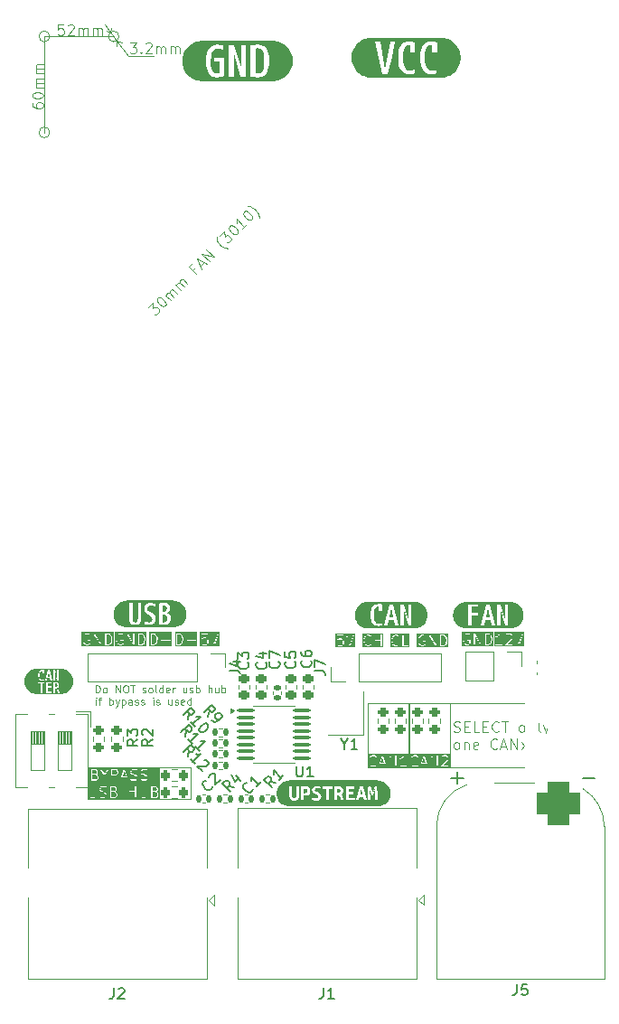
<source format=gbr>
%TF.GenerationSoftware,KiCad,Pcbnew,8.0.7-8.0.7-0~ubuntu22.04.1*%
%TF.CreationDate,2024-12-07T17:50:11+01:00*%
%TF.ProjectId,vesc_mms_board,76657363-5f6d-46d7-935f-626f6172642e,rev?*%
%TF.SameCoordinates,Original*%
%TF.FileFunction,Legend,Top*%
%TF.FilePolarity,Positive*%
%FSLAX46Y46*%
G04 Gerber Fmt 4.6, Leading zero omitted, Abs format (unit mm)*
G04 Created by KiCad (PCBNEW 8.0.7-8.0.7-0~ubuntu22.04.1) date 2024-12-07 17:50:11*
%MOMM*%
%LPD*%
G01*
G04 APERTURE LIST*
G04 Aperture macros list*
%AMRoundRect*
0 Rectangle with rounded corners*
0 $1 Rounding radius*
0 $2 $3 $4 $5 $6 $7 $8 $9 X,Y pos of 4 corners*
0 Add a 4 corners polygon primitive as box body*
4,1,4,$2,$3,$4,$5,$6,$7,$8,$9,$2,$3,0*
0 Add four circle primitives for the rounded corners*
1,1,$1+$1,$2,$3*
1,1,$1+$1,$4,$5*
1,1,$1+$1,$6,$7*
1,1,$1+$1,$8,$9*
0 Add four rect primitives between the rounded corners*
20,1,$1+$1,$2,$3,$4,$5,0*
20,1,$1+$1,$4,$5,$6,$7,0*
20,1,$1+$1,$6,$7,$8,$9,0*
20,1,$1+$1,$8,$9,$2,$3,0*%
G04 Aperture macros list end*
%ADD10C,0.100000*%
%ADD11C,0.125000*%
%ADD12C,0.150000*%
%ADD13C,0.000000*%
%ADD14C,0.120000*%
%ADD15C,4.300000*%
%ADD16RoundRect,0.100000X-0.712500X-0.100000X0.712500X-0.100000X0.712500X0.100000X-0.712500X0.100000X0*%
%ADD17RoundRect,0.140000X0.140000X0.170000X-0.140000X0.170000X-0.140000X-0.170000X0.140000X-0.170000X0*%
%ADD18RoundRect,0.225000X-0.250000X0.225000X-0.250000X-0.225000X0.250000X-0.225000X0.250000X0.225000X0*%
%ADD19R,1.600000X1.600000*%
%ADD20O,1.600000X1.600000*%
%ADD21RoundRect,0.135000X0.135000X0.185000X-0.135000X0.185000X-0.135000X-0.185000X0.135000X-0.185000X0*%
%ADD22RoundRect,0.200000X-0.275000X0.200000X-0.275000X-0.200000X0.275000X-0.200000X0.275000X0.200000X0*%
%ADD23RoundRect,0.200000X0.275000X-0.200000X0.275000X0.200000X-0.275000X0.200000X-0.275000X-0.200000X0*%
%ADD24RoundRect,0.135000X-0.135000X-0.185000X0.135000X-0.185000X0.135000X0.185000X-0.135000X0.185000X0*%
%ADD25C,3.500000*%
%ADD26C,0.900000*%
%ADD27C,8.000000*%
%ADD28R,1.700000X1.700000*%
%ADD29O,1.700000X1.700000*%
%ADD30R,0.900000X2.000000*%
%ADD31RoundRect,1.025000X1.025000X1.025000X-1.025000X1.025000X-1.025000X-1.025000X1.025000X-1.025000X0*%
%ADD32C,4.100000*%
%ADD33R,1.200000X1.400000*%
%ADD34RoundRect,0.140000X-0.170000X0.140000X-0.170000X-0.140000X0.170000X-0.140000X0.170000X0.140000X0*%
%ADD35RoundRect,0.200000X-0.200000X-0.275000X0.200000X-0.275000X0.200000X0.275000X-0.200000X0.275000X0*%
%ADD36C,3.250000*%
%ADD37R,1.500000X1.500000*%
%ADD38C,1.500000*%
%ADD39C,2.300000*%
G04 APERTURE END LIST*
D10*
X93710214Y-84915144D02*
X94147947Y-84477411D01*
X94147947Y-84477411D02*
X94181619Y-84982488D01*
X94181619Y-84982488D02*
X94282634Y-84881473D01*
X94282634Y-84881473D02*
X94383649Y-84847801D01*
X94383649Y-84847801D02*
X94450993Y-84847801D01*
X94450993Y-84847801D02*
X94552008Y-84881473D01*
X94552008Y-84881473D02*
X94720367Y-85049831D01*
X94720367Y-85049831D02*
X94754039Y-85150847D01*
X94754039Y-85150847D02*
X94754039Y-85218190D01*
X94754039Y-85218190D02*
X94720367Y-85319205D01*
X94720367Y-85319205D02*
X94518337Y-85521236D01*
X94518337Y-85521236D02*
X94417321Y-85554908D01*
X94417321Y-85554908D02*
X94349978Y-85554908D01*
X94585680Y-84039679D02*
X94653024Y-83972335D01*
X94653024Y-83972335D02*
X94754039Y-83938663D01*
X94754039Y-83938663D02*
X94821382Y-83938663D01*
X94821382Y-83938663D02*
X94922398Y-83972335D01*
X94922398Y-83972335D02*
X95090756Y-84073350D01*
X95090756Y-84073350D02*
X95259115Y-84241709D01*
X95259115Y-84241709D02*
X95360130Y-84410068D01*
X95360130Y-84410068D02*
X95393802Y-84511083D01*
X95393802Y-84511083D02*
X95393802Y-84578427D01*
X95393802Y-84578427D02*
X95360130Y-84679442D01*
X95360130Y-84679442D02*
X95292787Y-84746785D01*
X95292787Y-84746785D02*
X95191772Y-84780457D01*
X95191772Y-84780457D02*
X95124428Y-84780457D01*
X95124428Y-84780457D02*
X95023413Y-84746785D01*
X95023413Y-84746785D02*
X94855054Y-84645770D01*
X94855054Y-84645770D02*
X94686695Y-84477411D01*
X94686695Y-84477411D02*
X94585680Y-84309053D01*
X94585680Y-84309053D02*
X94552008Y-84208037D01*
X94552008Y-84208037D02*
X94552008Y-84140694D01*
X94552008Y-84140694D02*
X94585680Y-84039679D01*
X95831535Y-84208037D02*
X95360130Y-83736633D01*
X95427474Y-83803976D02*
X95427474Y-83736633D01*
X95427474Y-83736633D02*
X95461146Y-83635618D01*
X95461146Y-83635618D02*
X95562161Y-83534602D01*
X95562161Y-83534602D02*
X95663176Y-83500931D01*
X95663176Y-83500931D02*
X95764191Y-83534602D01*
X95764191Y-83534602D02*
X96134581Y-83904992D01*
X95764191Y-83534602D02*
X95730520Y-83433587D01*
X95730520Y-83433587D02*
X95764191Y-83332572D01*
X95764191Y-83332572D02*
X95865207Y-83231557D01*
X95865207Y-83231557D02*
X95966222Y-83197885D01*
X95966222Y-83197885D02*
X96067237Y-83231557D01*
X96067237Y-83231557D02*
X96437626Y-83601946D01*
X96774344Y-83265229D02*
X96302939Y-82793824D01*
X96370283Y-82861168D02*
X96370283Y-82793824D01*
X96370283Y-82793824D02*
X96403954Y-82692809D01*
X96403954Y-82692809D02*
X96504970Y-82591794D01*
X96504970Y-82591794D02*
X96605985Y-82558122D01*
X96605985Y-82558122D02*
X96707000Y-82591794D01*
X96707000Y-82591794D02*
X97077389Y-82962183D01*
X96707000Y-82591794D02*
X96673328Y-82490778D01*
X96673328Y-82490778D02*
X96707000Y-82389763D01*
X96707000Y-82389763D02*
X96808015Y-82288748D01*
X96808015Y-82288748D02*
X96909031Y-82255076D01*
X96909031Y-82255076D02*
X97010046Y-82288748D01*
X97010046Y-82288748D02*
X97380435Y-82659137D01*
X98121214Y-81177580D02*
X97885511Y-81413282D01*
X98255901Y-81783672D02*
X97548794Y-81076565D01*
X97548794Y-81076565D02*
X97885511Y-80739847D01*
X98626290Y-81009221D02*
X98963008Y-80672504D01*
X98760977Y-81278595D02*
X98289573Y-80335786D01*
X98289573Y-80335786D02*
X99232382Y-80807191D01*
X99468084Y-80571488D02*
X98760977Y-79864382D01*
X98760977Y-79864382D02*
X99872145Y-80167427D01*
X99872145Y-80167427D02*
X99165038Y-79460321D01*
X101219015Y-79359305D02*
X101151672Y-79359305D01*
X101151672Y-79359305D02*
X100983313Y-79325633D01*
X100983313Y-79325633D02*
X100882298Y-79291962D01*
X100882298Y-79291962D02*
X100747611Y-79224618D01*
X100747611Y-79224618D02*
X100545580Y-79089931D01*
X100545580Y-79089931D02*
X100410893Y-78955244D01*
X100410893Y-78955244D02*
X100276206Y-78753214D01*
X100276206Y-78753214D02*
X100208863Y-78618527D01*
X100208863Y-78618527D02*
X100175191Y-78517511D01*
X100175191Y-78517511D02*
X100141519Y-78349153D01*
X100141519Y-78349153D02*
X100141519Y-78281809D01*
X100444565Y-78180794D02*
X100882298Y-77743061D01*
X100882298Y-77743061D02*
X100915970Y-78248137D01*
X100915970Y-78248137D02*
X101016985Y-78147122D01*
X101016985Y-78147122D02*
X101118000Y-78113450D01*
X101118000Y-78113450D02*
X101185344Y-78113450D01*
X101185344Y-78113450D02*
X101286359Y-78147122D01*
X101286359Y-78147122D02*
X101454718Y-78315481D01*
X101454718Y-78315481D02*
X101488389Y-78416496D01*
X101488389Y-78416496D02*
X101488389Y-78483839D01*
X101488389Y-78483839D02*
X101454718Y-78584855D01*
X101454718Y-78584855D02*
X101252687Y-78786885D01*
X101252687Y-78786885D02*
X101151672Y-78820557D01*
X101151672Y-78820557D02*
X101084328Y-78820557D01*
X101320031Y-77305328D02*
X101387374Y-77237985D01*
X101387374Y-77237985D02*
X101488389Y-77204313D01*
X101488389Y-77204313D02*
X101555733Y-77204313D01*
X101555733Y-77204313D02*
X101656748Y-77237985D01*
X101656748Y-77237985D02*
X101825107Y-77339000D01*
X101825107Y-77339000D02*
X101993466Y-77507359D01*
X101993466Y-77507359D02*
X102094481Y-77675717D01*
X102094481Y-77675717D02*
X102128153Y-77776733D01*
X102128153Y-77776733D02*
X102128153Y-77844076D01*
X102128153Y-77844076D02*
X102094481Y-77945091D01*
X102094481Y-77945091D02*
X102027137Y-78012435D01*
X102027137Y-78012435D02*
X101926122Y-78046107D01*
X101926122Y-78046107D02*
X101858779Y-78046107D01*
X101858779Y-78046107D02*
X101757763Y-78012435D01*
X101757763Y-78012435D02*
X101589405Y-77911420D01*
X101589405Y-77911420D02*
X101421046Y-77743061D01*
X101421046Y-77743061D02*
X101320031Y-77574702D01*
X101320031Y-77574702D02*
X101286359Y-77473687D01*
X101286359Y-77473687D02*
X101286359Y-77406343D01*
X101286359Y-77406343D02*
X101320031Y-77305328D01*
X102936275Y-77103298D02*
X102532214Y-77507359D01*
X102734244Y-77305328D02*
X102027137Y-76598221D01*
X102027137Y-76598221D02*
X102060809Y-76766580D01*
X102060809Y-76766580D02*
X102060809Y-76901267D01*
X102060809Y-76901267D02*
X102027137Y-77002282D01*
X102666901Y-75958458D02*
X102734244Y-75891114D01*
X102734244Y-75891114D02*
X102835260Y-75857443D01*
X102835260Y-75857443D02*
X102902603Y-75857443D01*
X102902603Y-75857443D02*
X103003618Y-75891114D01*
X103003618Y-75891114D02*
X103171977Y-75992130D01*
X103171977Y-75992130D02*
X103340336Y-76160488D01*
X103340336Y-76160488D02*
X103441351Y-76328847D01*
X103441351Y-76328847D02*
X103475023Y-76429862D01*
X103475023Y-76429862D02*
X103475023Y-76497206D01*
X103475023Y-76497206D02*
X103441351Y-76598221D01*
X103441351Y-76598221D02*
X103374008Y-76665565D01*
X103374008Y-76665565D02*
X103272992Y-76699236D01*
X103272992Y-76699236D02*
X103205649Y-76699236D01*
X103205649Y-76699236D02*
X103104634Y-76665565D01*
X103104634Y-76665565D02*
X102936275Y-76564549D01*
X102936275Y-76564549D02*
X102767916Y-76396191D01*
X102767916Y-76396191D02*
X102666901Y-76227832D01*
X102666901Y-76227832D02*
X102633229Y-76126817D01*
X102633229Y-76126817D02*
X102633229Y-76059473D01*
X102633229Y-76059473D02*
X102666901Y-75958458D01*
X104114786Y-76463534D02*
X104114786Y-76396191D01*
X104114786Y-76396191D02*
X104081114Y-76227832D01*
X104081114Y-76227832D02*
X104047443Y-76126817D01*
X104047443Y-76126817D02*
X103980099Y-75992130D01*
X103980099Y-75992130D02*
X103845412Y-75790099D01*
X103845412Y-75790099D02*
X103710725Y-75655412D01*
X103710725Y-75655412D02*
X103508695Y-75520725D01*
X103508695Y-75520725D02*
X103374008Y-75453382D01*
X103374008Y-75453382D02*
X103272992Y-75419710D01*
X103272992Y-75419710D02*
X103104634Y-75386038D01*
X103104634Y-75386038D02*
X103037290Y-75386038D01*
X92008646Y-60072419D02*
X92627693Y-60072419D01*
X92627693Y-60072419D02*
X92294360Y-60453371D01*
X92294360Y-60453371D02*
X92437217Y-60453371D01*
X92437217Y-60453371D02*
X92532455Y-60500990D01*
X92532455Y-60500990D02*
X92580074Y-60548609D01*
X92580074Y-60548609D02*
X92627693Y-60643847D01*
X92627693Y-60643847D02*
X92627693Y-60881942D01*
X92627693Y-60881942D02*
X92580074Y-60977180D01*
X92580074Y-60977180D02*
X92532455Y-61024800D01*
X92532455Y-61024800D02*
X92437217Y-61072419D01*
X92437217Y-61072419D02*
X92151503Y-61072419D01*
X92151503Y-61072419D02*
X92056265Y-61024800D01*
X92056265Y-61024800D02*
X92008646Y-60977180D01*
X93056265Y-60977180D02*
X93103884Y-61024800D01*
X93103884Y-61024800D02*
X93056265Y-61072419D01*
X93056265Y-61072419D02*
X93008646Y-61024800D01*
X93008646Y-61024800D02*
X93056265Y-60977180D01*
X93056265Y-60977180D02*
X93056265Y-61072419D01*
X93484836Y-60167657D02*
X93532455Y-60120038D01*
X93532455Y-60120038D02*
X93627693Y-60072419D01*
X93627693Y-60072419D02*
X93865788Y-60072419D01*
X93865788Y-60072419D02*
X93961026Y-60120038D01*
X93961026Y-60120038D02*
X94008645Y-60167657D01*
X94008645Y-60167657D02*
X94056264Y-60262895D01*
X94056264Y-60262895D02*
X94056264Y-60358133D01*
X94056264Y-60358133D02*
X94008645Y-60500990D01*
X94008645Y-60500990D02*
X93437217Y-61072419D01*
X93437217Y-61072419D02*
X94056264Y-61072419D01*
X94484836Y-61072419D02*
X94484836Y-60405752D01*
X94484836Y-60500990D02*
X94532455Y-60453371D01*
X94532455Y-60453371D02*
X94627693Y-60405752D01*
X94627693Y-60405752D02*
X94770550Y-60405752D01*
X94770550Y-60405752D02*
X94865788Y-60453371D01*
X94865788Y-60453371D02*
X94913407Y-60548609D01*
X94913407Y-60548609D02*
X94913407Y-61072419D01*
X94913407Y-60548609D02*
X94961026Y-60453371D01*
X94961026Y-60453371D02*
X95056264Y-60405752D01*
X95056264Y-60405752D02*
X95199121Y-60405752D01*
X95199121Y-60405752D02*
X95294360Y-60453371D01*
X95294360Y-60453371D02*
X95341979Y-60548609D01*
X95341979Y-60548609D02*
X95341979Y-61072419D01*
X95818169Y-61072419D02*
X95818169Y-60405752D01*
X95818169Y-60500990D02*
X95865788Y-60453371D01*
X95865788Y-60453371D02*
X95961026Y-60405752D01*
X95961026Y-60405752D02*
X96103883Y-60405752D01*
X96103883Y-60405752D02*
X96199121Y-60453371D01*
X96199121Y-60453371D02*
X96246740Y-60548609D01*
X96246740Y-60548609D02*
X96246740Y-61072419D01*
X96246740Y-60548609D02*
X96294359Y-60453371D01*
X96294359Y-60453371D02*
X96389597Y-60405752D01*
X96389597Y-60405752D02*
X96532454Y-60405752D01*
X96532454Y-60405752D02*
X96627693Y-60453371D01*
X96627693Y-60453371D02*
X96675312Y-60548609D01*
X96675312Y-60548609D02*
X96675312Y-61072419D01*
X91900000Y-61300000D02*
X94200000Y-61300000D01*
X90100000Y-59100000D02*
X89800000Y-59000000D01*
X90200000Y-59110000D02*
X90240000Y-58740000D01*
X90800000Y-59900000D02*
X89700000Y-58400000D01*
X90800000Y-59900000D02*
X91300000Y-60100000D01*
X90800000Y-59900000D02*
X90800000Y-60400000D01*
X90800000Y-59900000D02*
X91900000Y-61300000D01*
X84500000Y-59500000D02*
G75*
G02*
X83500000Y-59500000I-500000J0D01*
G01*
X83500000Y-59500000D02*
G75*
G02*
X84500000Y-59500000I500000J0D01*
G01*
X84500000Y-68500000D02*
G75*
G02*
X83500000Y-68500000I-500000J0D01*
G01*
X83500000Y-68500000D02*
G75*
G02*
X84500000Y-68500000I500000J0D01*
G01*
X91000000Y-59500000D02*
G75*
G02*
X90000000Y-59500000I-500000J0D01*
G01*
X90000000Y-59500000D02*
G75*
G02*
X91000000Y-59500000I500000J0D01*
G01*
X85780074Y-58372419D02*
X85303884Y-58372419D01*
X85303884Y-58372419D02*
X85256265Y-58848609D01*
X85256265Y-58848609D02*
X85303884Y-58800990D01*
X85303884Y-58800990D02*
X85399122Y-58753371D01*
X85399122Y-58753371D02*
X85637217Y-58753371D01*
X85637217Y-58753371D02*
X85732455Y-58800990D01*
X85732455Y-58800990D02*
X85780074Y-58848609D01*
X85780074Y-58848609D02*
X85827693Y-58943847D01*
X85827693Y-58943847D02*
X85827693Y-59181942D01*
X85827693Y-59181942D02*
X85780074Y-59277180D01*
X85780074Y-59277180D02*
X85732455Y-59324800D01*
X85732455Y-59324800D02*
X85637217Y-59372419D01*
X85637217Y-59372419D02*
X85399122Y-59372419D01*
X85399122Y-59372419D02*
X85303884Y-59324800D01*
X85303884Y-59324800D02*
X85256265Y-59277180D01*
X86208646Y-58467657D02*
X86256265Y-58420038D01*
X86256265Y-58420038D02*
X86351503Y-58372419D01*
X86351503Y-58372419D02*
X86589598Y-58372419D01*
X86589598Y-58372419D02*
X86684836Y-58420038D01*
X86684836Y-58420038D02*
X86732455Y-58467657D01*
X86732455Y-58467657D02*
X86780074Y-58562895D01*
X86780074Y-58562895D02*
X86780074Y-58658133D01*
X86780074Y-58658133D02*
X86732455Y-58800990D01*
X86732455Y-58800990D02*
X86161027Y-59372419D01*
X86161027Y-59372419D02*
X86780074Y-59372419D01*
X87208646Y-59372419D02*
X87208646Y-58705752D01*
X87208646Y-58800990D02*
X87256265Y-58753371D01*
X87256265Y-58753371D02*
X87351503Y-58705752D01*
X87351503Y-58705752D02*
X87494360Y-58705752D01*
X87494360Y-58705752D02*
X87589598Y-58753371D01*
X87589598Y-58753371D02*
X87637217Y-58848609D01*
X87637217Y-58848609D02*
X87637217Y-59372419D01*
X87637217Y-58848609D02*
X87684836Y-58753371D01*
X87684836Y-58753371D02*
X87780074Y-58705752D01*
X87780074Y-58705752D02*
X87922931Y-58705752D01*
X87922931Y-58705752D02*
X88018170Y-58753371D01*
X88018170Y-58753371D02*
X88065789Y-58848609D01*
X88065789Y-58848609D02*
X88065789Y-59372419D01*
X88541979Y-59372419D02*
X88541979Y-58705752D01*
X88541979Y-58800990D02*
X88589598Y-58753371D01*
X88589598Y-58753371D02*
X88684836Y-58705752D01*
X88684836Y-58705752D02*
X88827693Y-58705752D01*
X88827693Y-58705752D02*
X88922931Y-58753371D01*
X88922931Y-58753371D02*
X88970550Y-58848609D01*
X88970550Y-58848609D02*
X88970550Y-59372419D01*
X88970550Y-58848609D02*
X89018169Y-58753371D01*
X89018169Y-58753371D02*
X89113407Y-58705752D01*
X89113407Y-58705752D02*
X89256264Y-58705752D01*
X89256264Y-58705752D02*
X89351503Y-58753371D01*
X89351503Y-58753371D02*
X89399122Y-58848609D01*
X89399122Y-58848609D02*
X89399122Y-59372419D01*
X82872419Y-65767544D02*
X82872419Y-65958020D01*
X82872419Y-65958020D02*
X82920038Y-66053258D01*
X82920038Y-66053258D02*
X82967657Y-66100877D01*
X82967657Y-66100877D02*
X83110514Y-66196115D01*
X83110514Y-66196115D02*
X83300990Y-66243734D01*
X83300990Y-66243734D02*
X83681942Y-66243734D01*
X83681942Y-66243734D02*
X83777180Y-66196115D01*
X83777180Y-66196115D02*
X83824800Y-66148496D01*
X83824800Y-66148496D02*
X83872419Y-66053258D01*
X83872419Y-66053258D02*
X83872419Y-65862782D01*
X83872419Y-65862782D02*
X83824800Y-65767544D01*
X83824800Y-65767544D02*
X83777180Y-65719925D01*
X83777180Y-65719925D02*
X83681942Y-65672306D01*
X83681942Y-65672306D02*
X83443847Y-65672306D01*
X83443847Y-65672306D02*
X83348609Y-65719925D01*
X83348609Y-65719925D02*
X83300990Y-65767544D01*
X83300990Y-65767544D02*
X83253371Y-65862782D01*
X83253371Y-65862782D02*
X83253371Y-66053258D01*
X83253371Y-66053258D02*
X83300990Y-66148496D01*
X83300990Y-66148496D02*
X83348609Y-66196115D01*
X83348609Y-66196115D02*
X83443847Y-66243734D01*
X82872419Y-65053258D02*
X82872419Y-64958020D01*
X82872419Y-64958020D02*
X82920038Y-64862782D01*
X82920038Y-64862782D02*
X82967657Y-64815163D01*
X82967657Y-64815163D02*
X83062895Y-64767544D01*
X83062895Y-64767544D02*
X83253371Y-64719925D01*
X83253371Y-64719925D02*
X83491466Y-64719925D01*
X83491466Y-64719925D02*
X83681942Y-64767544D01*
X83681942Y-64767544D02*
X83777180Y-64815163D01*
X83777180Y-64815163D02*
X83824800Y-64862782D01*
X83824800Y-64862782D02*
X83872419Y-64958020D01*
X83872419Y-64958020D02*
X83872419Y-65053258D01*
X83872419Y-65053258D02*
X83824800Y-65148496D01*
X83824800Y-65148496D02*
X83777180Y-65196115D01*
X83777180Y-65196115D02*
X83681942Y-65243734D01*
X83681942Y-65243734D02*
X83491466Y-65291353D01*
X83491466Y-65291353D02*
X83253371Y-65291353D01*
X83253371Y-65291353D02*
X83062895Y-65243734D01*
X83062895Y-65243734D02*
X82967657Y-65196115D01*
X82967657Y-65196115D02*
X82920038Y-65148496D01*
X82920038Y-65148496D02*
X82872419Y-65053258D01*
X83872419Y-64291353D02*
X83205752Y-64291353D01*
X83300990Y-64291353D02*
X83253371Y-64243734D01*
X83253371Y-64243734D02*
X83205752Y-64148496D01*
X83205752Y-64148496D02*
X83205752Y-64005639D01*
X83205752Y-64005639D02*
X83253371Y-63910401D01*
X83253371Y-63910401D02*
X83348609Y-63862782D01*
X83348609Y-63862782D02*
X83872419Y-63862782D01*
X83348609Y-63862782D02*
X83253371Y-63815163D01*
X83253371Y-63815163D02*
X83205752Y-63719925D01*
X83205752Y-63719925D02*
X83205752Y-63577068D01*
X83205752Y-63577068D02*
X83253371Y-63481829D01*
X83253371Y-63481829D02*
X83348609Y-63434210D01*
X83348609Y-63434210D02*
X83872419Y-63434210D01*
X83872419Y-62958020D02*
X83205752Y-62958020D01*
X83300990Y-62958020D02*
X83253371Y-62910401D01*
X83253371Y-62910401D02*
X83205752Y-62815163D01*
X83205752Y-62815163D02*
X83205752Y-62672306D01*
X83205752Y-62672306D02*
X83253371Y-62577068D01*
X83253371Y-62577068D02*
X83348609Y-62529449D01*
X83348609Y-62529449D02*
X83872419Y-62529449D01*
X83348609Y-62529449D02*
X83253371Y-62481830D01*
X83253371Y-62481830D02*
X83205752Y-62386592D01*
X83205752Y-62386592D02*
X83205752Y-62243735D01*
X83205752Y-62243735D02*
X83253371Y-62148496D01*
X83253371Y-62148496D02*
X83348609Y-62100877D01*
X83348609Y-62100877D02*
X83872419Y-62100877D01*
X84000000Y-59500000D02*
X90500000Y-59500000D01*
X84000000Y-59500000D02*
X84000000Y-68500000D01*
G36*
X100441059Y-116633530D02*
G01*
X98595402Y-116633530D01*
X98595402Y-115943634D01*
X98706513Y-115943634D01*
X98708396Y-115963052D01*
X98710071Y-115965099D01*
X98710071Y-115967743D01*
X98721968Y-115979640D01*
X98732629Y-115992670D01*
X98735261Y-115992933D01*
X98737131Y-115994803D01*
X98753958Y-115994803D01*
X98770708Y-115996478D01*
X98772755Y-115994803D01*
X98775399Y-115994803D01*
X98791620Y-115983964D01*
X98833502Y-115942082D01*
X98910926Y-115903371D01*
X99125414Y-115903371D01*
X99202837Y-115942082D01*
X99238981Y-115978227D01*
X99277693Y-116055650D01*
X99277693Y-116270138D01*
X99238981Y-116347561D01*
X99202835Y-116383708D01*
X99125414Y-116422419D01*
X98910926Y-116422419D01*
X98833503Y-116383708D01*
X98791621Y-116341825D01*
X98775400Y-116330986D01*
X98737131Y-116330986D01*
X98710071Y-116358045D01*
X98710071Y-116396314D01*
X98720909Y-116412535D01*
X98768528Y-116460155D01*
X98775194Y-116464609D01*
X98781523Y-116469521D01*
X98876761Y-116517140D01*
X98879176Y-116517801D01*
X98879988Y-116518613D01*
X98887849Y-116520176D01*
X98895577Y-116522293D01*
X98896665Y-116521930D01*
X98899122Y-116522419D01*
X99137217Y-116522419D01*
X99139673Y-116521930D01*
X99140762Y-116522293D01*
X99148489Y-116520176D01*
X99156351Y-116518613D01*
X99157162Y-116517801D01*
X99159578Y-116517140D01*
X99254815Y-116469522D01*
X99261142Y-116464611D01*
X99267811Y-116460155D01*
X99315430Y-116412535D01*
X99319883Y-116405869D01*
X99324795Y-116399541D01*
X99372414Y-116304303D01*
X99373075Y-116301887D01*
X99373887Y-116301076D01*
X99375450Y-116293214D01*
X99377567Y-116285487D01*
X99377204Y-116284398D01*
X99377693Y-116281942D01*
X99377693Y-116043847D01*
X99377204Y-116041390D01*
X99377567Y-116040302D01*
X99375450Y-116032574D01*
X99373887Y-116024713D01*
X99373075Y-116023901D01*
X99372414Y-116021486D01*
X99324795Y-115926248D01*
X99319883Y-115919919D01*
X99315429Y-115913253D01*
X99267810Y-115865635D01*
X99261148Y-115861183D01*
X99254815Y-115856268D01*
X99159578Y-115808650D01*
X99157162Y-115807988D01*
X99156351Y-115807177D01*
X99148489Y-115805613D01*
X99140762Y-115803497D01*
X99139673Y-115803859D01*
X99137217Y-115803371D01*
X98899122Y-115803371D01*
X98896665Y-115803859D01*
X98895577Y-115803497D01*
X98887849Y-115805613D01*
X98879988Y-115807177D01*
X98879176Y-115807988D01*
X98876761Y-115808650D01*
X98817549Y-115838255D01*
X98849133Y-115522419D01*
X99280074Y-115522419D01*
X99299208Y-115518613D01*
X99326268Y-115491553D01*
X99326268Y-115468875D01*
X99563534Y-115468875D01*
X99565974Y-115488230D01*
X99899307Y-116488230D01*
X99908968Y-116505178D01*
X99912309Y-116506848D01*
X99913981Y-116510192D01*
X99929023Y-116515205D01*
X99943197Y-116522293D01*
X99946740Y-116521111D01*
X99950285Y-116522293D01*
X99964464Y-116515203D01*
X99979501Y-116510191D01*
X99981171Y-116506850D01*
X99984514Y-116505179D01*
X99994175Y-116488230D01*
X100327508Y-115488231D01*
X100329948Y-115468875D01*
X100312834Y-115434647D01*
X100276530Y-115422545D01*
X100242301Y-115439660D01*
X100232640Y-115456608D01*
X99946741Y-116314305D01*
X99660842Y-115456608D01*
X99651181Y-115439659D01*
X99616952Y-115422545D01*
X99580648Y-115434646D01*
X99563534Y-115468875D01*
X99326268Y-115468875D01*
X99326268Y-115453285D01*
X99299208Y-115426225D01*
X99280074Y-115422419D01*
X98803884Y-115422419D01*
X98791922Y-115424798D01*
X98789441Y-115424550D01*
X98788243Y-115425530D01*
X98784750Y-115426225D01*
X98772849Y-115438125D01*
X98759823Y-115448784D01*
X98758783Y-115452191D01*
X98757690Y-115453285D01*
X98757690Y-115455777D01*
X98754132Y-115467444D01*
X98706513Y-115943634D01*
X98595402Y-115943634D01*
X98595402Y-115311308D01*
X100441059Y-115311308D01*
X100441059Y-116633530D01*
G37*
G36*
X96757827Y-115563739D02*
G01*
X96838980Y-115644892D01*
X96880517Y-115727966D01*
X96925312Y-115907145D01*
X96925312Y-116037692D01*
X96880517Y-116216870D01*
X96838980Y-116299944D01*
X96757826Y-116381098D01*
X96633866Y-116422419D01*
X96453884Y-116422419D01*
X96453884Y-115522419D01*
X96633866Y-115522419D01*
X96757827Y-115563739D01*
G37*
G36*
X98323094Y-116633530D02*
G01*
X96242773Y-116633530D01*
X96242773Y-115472419D01*
X96353884Y-115472419D01*
X96353884Y-116472419D01*
X96357690Y-116491553D01*
X96384750Y-116518613D01*
X96403884Y-116522419D01*
X96641979Y-116522419D01*
X96649841Y-116520855D01*
X96657790Y-116519853D01*
X96800647Y-116472234D01*
X96802822Y-116470994D01*
X96803971Y-116470994D01*
X96810641Y-116466536D01*
X96817595Y-116462573D01*
X96818107Y-116461547D01*
X96820192Y-116460155D01*
X96915430Y-116364916D01*
X96919883Y-116358250D01*
X96924795Y-116351922D01*
X96972414Y-116256684D01*
X96973860Y-116251402D01*
X96976200Y-116246450D01*
X97019730Y-116072332D01*
X97357690Y-116072332D01*
X97357690Y-116110600D01*
X97384750Y-116137660D01*
X97403884Y-116141466D01*
X98165789Y-116141466D01*
X98184923Y-116137660D01*
X98211983Y-116110600D01*
X98211983Y-116072332D01*
X98184923Y-116045272D01*
X98165789Y-116041466D01*
X97403884Y-116041466D01*
X97384750Y-116045272D01*
X97357690Y-116072332D01*
X97019730Y-116072332D01*
X97023819Y-116055974D01*
X97024116Y-116049856D01*
X97025312Y-116043847D01*
X97025312Y-115900990D01*
X97024116Y-115894980D01*
X97023819Y-115888863D01*
X96976200Y-115698387D01*
X96973860Y-115693434D01*
X96972414Y-115688153D01*
X96924795Y-115592915D01*
X96919879Y-115586580D01*
X96915429Y-115579921D01*
X96820191Y-115484683D01*
X96818108Y-115483291D01*
X96817595Y-115482265D01*
X96810634Y-115478297D01*
X96803970Y-115473844D01*
X96802822Y-115473844D01*
X96800647Y-115472604D01*
X96657790Y-115424985D01*
X96649841Y-115423982D01*
X96641979Y-115422419D01*
X96403884Y-115422419D01*
X96384750Y-115426225D01*
X96357690Y-115453285D01*
X96353884Y-115472419D01*
X96242773Y-115472419D01*
X96242773Y-115311308D01*
X98323094Y-115311308D01*
X98323094Y-116633530D01*
G37*
G36*
X94357827Y-115563739D02*
G01*
X94438980Y-115644892D01*
X94480517Y-115727966D01*
X94525312Y-115907145D01*
X94525312Y-116037692D01*
X94480517Y-116216870D01*
X94438980Y-116299944D01*
X94357826Y-116381098D01*
X94233866Y-116422419D01*
X94053884Y-116422419D01*
X94053884Y-115522419D01*
X94233866Y-115522419D01*
X94357827Y-115563739D01*
G37*
G36*
X95923094Y-116633530D02*
G01*
X93842773Y-116633530D01*
X93842773Y-115472419D01*
X93953884Y-115472419D01*
X93953884Y-116472419D01*
X93957690Y-116491553D01*
X93984750Y-116518613D01*
X94003884Y-116522419D01*
X94241979Y-116522419D01*
X94249841Y-116520855D01*
X94257790Y-116519853D01*
X94400647Y-116472234D01*
X94402822Y-116470994D01*
X94403971Y-116470994D01*
X94410641Y-116466536D01*
X94417595Y-116462573D01*
X94418107Y-116461547D01*
X94420192Y-116460155D01*
X94515430Y-116364916D01*
X94519883Y-116358250D01*
X94524795Y-116351922D01*
X94572414Y-116256684D01*
X94573860Y-116251402D01*
X94576200Y-116246450D01*
X94619730Y-116072332D01*
X94957690Y-116072332D01*
X94957690Y-116110600D01*
X94984750Y-116137660D01*
X95003884Y-116141466D01*
X95334836Y-116141466D01*
X95334836Y-116472419D01*
X95338642Y-116491553D01*
X95365702Y-116518613D01*
X95403970Y-116518613D01*
X95431030Y-116491553D01*
X95434836Y-116472419D01*
X95434836Y-116141466D01*
X95765789Y-116141466D01*
X95784923Y-116137660D01*
X95811983Y-116110600D01*
X95811983Y-116072332D01*
X95784923Y-116045272D01*
X95765789Y-116041466D01*
X95434836Y-116041466D01*
X95434836Y-115710514D01*
X95431030Y-115691380D01*
X95403970Y-115664320D01*
X95365702Y-115664320D01*
X95338642Y-115691380D01*
X95334836Y-115710514D01*
X95334836Y-116041466D01*
X95003884Y-116041466D01*
X94984750Y-116045272D01*
X94957690Y-116072332D01*
X94619730Y-116072332D01*
X94623819Y-116055974D01*
X94624116Y-116049856D01*
X94625312Y-116043847D01*
X94625312Y-115900990D01*
X94624116Y-115894980D01*
X94623819Y-115888863D01*
X94576200Y-115698387D01*
X94573860Y-115693434D01*
X94572414Y-115688153D01*
X94524795Y-115592915D01*
X94519879Y-115586580D01*
X94515429Y-115579921D01*
X94420191Y-115484683D01*
X94418108Y-115483291D01*
X94417595Y-115482265D01*
X94410634Y-115478297D01*
X94403970Y-115473844D01*
X94402822Y-115473844D01*
X94400647Y-115472604D01*
X94257790Y-115424985D01*
X94249841Y-115423982D01*
X94241979Y-115422419D01*
X94003884Y-115422419D01*
X93984750Y-115426225D01*
X93957690Y-115453285D01*
X93953884Y-115472419D01*
X93842773Y-115472419D01*
X93842773Y-115311308D01*
X95923094Y-115311308D01*
X95923094Y-116633530D01*
G37*
G36*
X93205446Y-115563739D02*
G01*
X93286599Y-115644892D01*
X93328136Y-115727966D01*
X93372931Y-115907145D01*
X93372931Y-116037692D01*
X93328136Y-116216870D01*
X93286599Y-116299944D01*
X93205445Y-116381098D01*
X93081485Y-116422419D01*
X92901503Y-116422419D01*
X92901503Y-115522419D01*
X93081485Y-115522419D01*
X93205446Y-115563739D01*
G37*
G36*
X93584042Y-116633530D02*
G01*
X90595154Y-116633530D01*
X90595154Y-115900990D01*
X90706265Y-115900990D01*
X90706265Y-116043847D01*
X90707460Y-116049856D01*
X90707758Y-116055974D01*
X90755377Y-116246450D01*
X90757716Y-116251402D01*
X90759163Y-116256684D01*
X90806781Y-116351921D01*
X90811692Y-116358249D01*
X90816147Y-116364916D01*
X90911386Y-116460155D01*
X90913467Y-116461545D01*
X90913981Y-116462573D01*
X90920946Y-116466543D01*
X90927607Y-116470994D01*
X90928755Y-116470994D01*
X90930930Y-116472234D01*
X91073786Y-116519853D01*
X91081736Y-116520855D01*
X91089598Y-116522419D01*
X91184836Y-116522419D01*
X91192698Y-116520855D01*
X91200647Y-116519853D01*
X91343504Y-116472234D01*
X91345679Y-116470994D01*
X91346828Y-116470994D01*
X91353498Y-116466536D01*
X91360452Y-116462573D01*
X91360964Y-116461547D01*
X91363049Y-116460155D01*
X91410668Y-116412535D01*
X91421506Y-116396314D01*
X91425312Y-116377180D01*
X91425312Y-116043847D01*
X91421506Y-116024713D01*
X91394446Y-115997653D01*
X91375312Y-115993847D01*
X91184836Y-115993847D01*
X91165702Y-115997653D01*
X91138642Y-116024713D01*
X91138642Y-116062981D01*
X91165702Y-116090041D01*
X91184836Y-116093847D01*
X91325312Y-116093847D01*
X91325312Y-116356469D01*
X91300683Y-116381098D01*
X91176723Y-116422419D01*
X91097711Y-116422419D01*
X90973751Y-116381099D01*
X90892595Y-116299942D01*
X90851060Y-116216872D01*
X90806265Y-116037692D01*
X90806265Y-115907145D01*
X90851060Y-115727965D01*
X90892596Y-115644893D01*
X90973749Y-115563739D01*
X91097711Y-115522419D01*
X91220652Y-115522419D01*
X91305332Y-115564759D01*
X91324148Y-115569912D01*
X91360453Y-115557810D01*
X91377567Y-115523582D01*
X91365465Y-115487278D01*
X91350053Y-115475316D01*
X91344259Y-115472419D01*
X91753884Y-115472419D01*
X91753884Y-116472419D01*
X91757690Y-116491553D01*
X91784750Y-116518613D01*
X91823018Y-116518613D01*
X91850078Y-116491553D01*
X91853884Y-116472419D01*
X91853884Y-115660697D01*
X92331900Y-116497226D01*
X92344698Y-116511951D01*
X92351322Y-116513757D01*
X92356178Y-116518613D01*
X92369126Y-116518613D01*
X92381618Y-116522020D01*
X92387580Y-116518613D01*
X92394446Y-116518613D01*
X92403599Y-116509459D01*
X92414844Y-116503034D01*
X92416651Y-116496407D01*
X92421506Y-116491553D01*
X92425312Y-116472419D01*
X92425312Y-115472419D01*
X92801503Y-115472419D01*
X92801503Y-116472419D01*
X92805309Y-116491553D01*
X92832369Y-116518613D01*
X92851503Y-116522419D01*
X93089598Y-116522419D01*
X93097460Y-116520855D01*
X93105409Y-116519853D01*
X93248266Y-116472234D01*
X93250441Y-116470994D01*
X93251590Y-116470994D01*
X93258260Y-116466536D01*
X93265214Y-116462573D01*
X93265726Y-116461547D01*
X93267811Y-116460155D01*
X93363049Y-116364916D01*
X93367502Y-116358250D01*
X93372414Y-116351922D01*
X93420033Y-116256684D01*
X93421479Y-116251402D01*
X93423819Y-116246450D01*
X93471438Y-116055974D01*
X93471735Y-116049856D01*
X93472931Y-116043847D01*
X93472931Y-115900990D01*
X93471735Y-115894980D01*
X93471438Y-115888863D01*
X93423819Y-115698387D01*
X93421479Y-115693434D01*
X93420033Y-115688153D01*
X93372414Y-115592915D01*
X93367498Y-115586580D01*
X93363048Y-115579921D01*
X93267810Y-115484683D01*
X93265727Y-115483291D01*
X93265214Y-115482265D01*
X93258253Y-115478297D01*
X93251589Y-115473844D01*
X93250441Y-115473844D01*
X93248266Y-115472604D01*
X93105409Y-115424985D01*
X93097460Y-115423982D01*
X93089598Y-115422419D01*
X92851503Y-115422419D01*
X92832369Y-115426225D01*
X92805309Y-115453285D01*
X92801503Y-115472419D01*
X92425312Y-115472419D01*
X92421506Y-115453285D01*
X92394446Y-115426225D01*
X92356178Y-115426225D01*
X92329118Y-115453285D01*
X92325312Y-115472419D01*
X92325312Y-116284140D01*
X91847296Y-115447612D01*
X91834499Y-115432887D01*
X91827872Y-115431079D01*
X91823018Y-115426225D01*
X91810071Y-115426225D01*
X91797578Y-115422818D01*
X91791616Y-115426225D01*
X91784750Y-115426225D01*
X91775596Y-115435378D01*
X91764352Y-115441804D01*
X91762544Y-115448430D01*
X91757690Y-115453285D01*
X91753884Y-115472419D01*
X91344259Y-115472419D01*
X91254816Y-115427698D01*
X91252400Y-115427036D01*
X91251589Y-115426225D01*
X91243727Y-115424661D01*
X91236000Y-115422545D01*
X91234911Y-115422907D01*
X91232455Y-115422419D01*
X91089598Y-115422419D01*
X91081736Y-115423982D01*
X91073786Y-115424985D01*
X90930930Y-115472604D01*
X90928755Y-115473844D01*
X90927607Y-115473844D01*
X90920946Y-115478294D01*
X90913981Y-115482265D01*
X90913467Y-115483292D01*
X90911386Y-115484683D01*
X90816148Y-115579921D01*
X90811696Y-115586582D01*
X90806781Y-115592916D01*
X90759163Y-115688153D01*
X90757716Y-115693434D01*
X90755377Y-115698387D01*
X90707758Y-115888863D01*
X90707460Y-115894980D01*
X90706265Y-115900990D01*
X90595154Y-115900990D01*
X90595154Y-115311308D01*
X93584042Y-115311308D01*
X93584042Y-116633530D01*
G37*
G36*
X90105446Y-115563739D02*
G01*
X90186599Y-115644892D01*
X90228136Y-115727966D01*
X90272931Y-115907145D01*
X90272931Y-116037692D01*
X90228136Y-116216870D01*
X90186599Y-116299944D01*
X90105445Y-116381098D01*
X89981485Y-116422419D01*
X89801503Y-116422419D01*
X89801503Y-115522419D01*
X89981485Y-115522419D01*
X90105446Y-115563739D01*
G37*
G36*
X90484042Y-116633530D02*
G01*
X87495154Y-116633530D01*
X87495154Y-115900990D01*
X87606265Y-115900990D01*
X87606265Y-116043847D01*
X87607460Y-116049856D01*
X87607758Y-116055974D01*
X87655377Y-116246450D01*
X87657716Y-116251402D01*
X87659163Y-116256684D01*
X87706781Y-116351921D01*
X87711692Y-116358249D01*
X87716147Y-116364916D01*
X87811386Y-116460155D01*
X87813467Y-116461545D01*
X87813981Y-116462573D01*
X87820946Y-116466543D01*
X87827607Y-116470994D01*
X87828755Y-116470994D01*
X87830930Y-116472234D01*
X87973786Y-116519853D01*
X87981736Y-116520855D01*
X87989598Y-116522419D01*
X88084836Y-116522419D01*
X88092698Y-116520855D01*
X88100647Y-116519853D01*
X88243504Y-116472234D01*
X88245679Y-116470994D01*
X88246828Y-116470994D01*
X88253498Y-116466536D01*
X88260452Y-116462573D01*
X88260964Y-116461547D01*
X88263049Y-116460155D01*
X88310668Y-116412535D01*
X88321506Y-116396314D01*
X88325312Y-116377180D01*
X88325312Y-116043847D01*
X88321506Y-116024713D01*
X88294446Y-115997653D01*
X88275312Y-115993847D01*
X88084836Y-115993847D01*
X88065702Y-115997653D01*
X88038642Y-116024713D01*
X88038642Y-116062981D01*
X88065702Y-116090041D01*
X88084836Y-116093847D01*
X88225312Y-116093847D01*
X88225312Y-116356469D01*
X88200683Y-116381098D01*
X88076723Y-116422419D01*
X87997711Y-116422419D01*
X87873751Y-116381099D01*
X87792595Y-116299942D01*
X87751060Y-116216872D01*
X87706265Y-116037692D01*
X87706265Y-115907145D01*
X87751060Y-115727965D01*
X87792596Y-115644893D01*
X87873749Y-115563739D01*
X87997711Y-115522419D01*
X88120652Y-115522419D01*
X88205332Y-115564759D01*
X88224148Y-115569912D01*
X88260453Y-115557810D01*
X88277567Y-115523582D01*
X88265465Y-115487278D01*
X88250053Y-115475316D01*
X88244259Y-115472419D01*
X88653884Y-115472419D01*
X88653884Y-116472419D01*
X88657690Y-116491553D01*
X88684750Y-116518613D01*
X88723018Y-116518613D01*
X88750078Y-116491553D01*
X88753884Y-116472419D01*
X88753884Y-115660697D01*
X89231900Y-116497226D01*
X89244698Y-116511951D01*
X89251322Y-116513757D01*
X89256178Y-116518613D01*
X89269126Y-116518613D01*
X89281618Y-116522020D01*
X89287580Y-116518613D01*
X89294446Y-116518613D01*
X89303599Y-116509459D01*
X89314844Y-116503034D01*
X89316651Y-116496407D01*
X89321506Y-116491553D01*
X89325312Y-116472419D01*
X89325312Y-115472419D01*
X89701503Y-115472419D01*
X89701503Y-116472419D01*
X89705309Y-116491553D01*
X89732369Y-116518613D01*
X89751503Y-116522419D01*
X89989598Y-116522419D01*
X89997460Y-116520855D01*
X90005409Y-116519853D01*
X90148266Y-116472234D01*
X90150441Y-116470994D01*
X90151590Y-116470994D01*
X90158260Y-116466536D01*
X90165214Y-116462573D01*
X90165726Y-116461547D01*
X90167811Y-116460155D01*
X90263049Y-116364916D01*
X90267502Y-116358250D01*
X90272414Y-116351922D01*
X90320033Y-116256684D01*
X90321479Y-116251402D01*
X90323819Y-116246450D01*
X90371438Y-116055974D01*
X90371735Y-116049856D01*
X90372931Y-116043847D01*
X90372931Y-115900990D01*
X90371735Y-115894980D01*
X90371438Y-115888863D01*
X90323819Y-115698387D01*
X90321479Y-115693434D01*
X90320033Y-115688153D01*
X90272414Y-115592915D01*
X90267498Y-115586580D01*
X90263048Y-115579921D01*
X90167810Y-115484683D01*
X90165727Y-115483291D01*
X90165214Y-115482265D01*
X90158253Y-115478297D01*
X90151589Y-115473844D01*
X90150441Y-115473844D01*
X90148266Y-115472604D01*
X90005409Y-115424985D01*
X89997460Y-115423982D01*
X89989598Y-115422419D01*
X89751503Y-115422419D01*
X89732369Y-115426225D01*
X89705309Y-115453285D01*
X89701503Y-115472419D01*
X89325312Y-115472419D01*
X89321506Y-115453285D01*
X89294446Y-115426225D01*
X89256178Y-115426225D01*
X89229118Y-115453285D01*
X89225312Y-115472419D01*
X89225312Y-116284140D01*
X88747296Y-115447612D01*
X88734499Y-115432887D01*
X88727872Y-115431079D01*
X88723018Y-115426225D01*
X88710071Y-115426225D01*
X88697578Y-115422818D01*
X88691616Y-115426225D01*
X88684750Y-115426225D01*
X88675596Y-115435378D01*
X88664352Y-115441804D01*
X88662544Y-115448430D01*
X88657690Y-115453285D01*
X88653884Y-115472419D01*
X88244259Y-115472419D01*
X88154816Y-115427698D01*
X88152400Y-115427036D01*
X88151589Y-115426225D01*
X88143727Y-115424661D01*
X88136000Y-115422545D01*
X88134911Y-115422907D01*
X88132455Y-115422419D01*
X87989598Y-115422419D01*
X87981736Y-115423982D01*
X87973786Y-115424985D01*
X87830930Y-115472604D01*
X87828755Y-115473844D01*
X87827607Y-115473844D01*
X87820946Y-115478294D01*
X87813981Y-115482265D01*
X87813467Y-115483292D01*
X87811386Y-115484683D01*
X87716148Y-115579921D01*
X87711696Y-115586582D01*
X87706781Y-115592916D01*
X87659163Y-115688153D01*
X87657716Y-115693434D01*
X87655377Y-115698387D01*
X87607758Y-115888863D01*
X87607460Y-115894980D01*
X87606265Y-115900990D01*
X87495154Y-115900990D01*
X87495154Y-115311308D01*
X90484042Y-115311308D01*
X90484042Y-116633530D01*
G37*
G36*
X128958440Y-116633530D02*
G01*
X126160280Y-116633530D01*
X126160280Y-115761678D01*
X126271391Y-115761678D01*
X126288505Y-115795906D01*
X126324810Y-115808007D01*
X126343626Y-115802854D01*
X126438863Y-115755236D01*
X126445196Y-115750320D01*
X126451858Y-115745869D01*
X126547096Y-115650631D01*
X126549844Y-115646517D01*
X126553344Y-115643011D01*
X126556979Y-115637558D01*
X126556979Y-116422419D01*
X126321265Y-116422419D01*
X126302131Y-116426225D01*
X126275071Y-116453285D01*
X126275071Y-116491553D01*
X126302131Y-116518613D01*
X126321265Y-116522419D01*
X126892693Y-116522419D01*
X126911827Y-116518613D01*
X126938887Y-116491553D01*
X126938887Y-116453285D01*
X127179833Y-116453285D01*
X127179833Y-116491553D01*
X127206893Y-116518613D01*
X127226027Y-116522419D01*
X127845074Y-116522419D01*
X127864208Y-116518613D01*
X127891268Y-116491553D01*
X127891268Y-116453285D01*
X127864208Y-116426225D01*
X127845074Y-116422419D01*
X127346737Y-116422419D01*
X127832810Y-115936345D01*
X127834200Y-115934263D01*
X127835228Y-115933750D01*
X127839198Y-115926784D01*
X127843649Y-115920124D01*
X127843649Y-115918976D01*
X127844889Y-115916801D01*
X127892508Y-115773945D01*
X127893510Y-115765994D01*
X127895074Y-115758133D01*
X127895074Y-115662895D01*
X127894585Y-115660438D01*
X127894948Y-115659350D01*
X127892831Y-115651622D01*
X127891268Y-115643761D01*
X127890456Y-115642949D01*
X127889795Y-115640534D01*
X127842176Y-115545296D01*
X127837264Y-115538967D01*
X127832810Y-115532301D01*
X127785191Y-115484683D01*
X127778529Y-115480231D01*
X127772196Y-115475316D01*
X127759314Y-115468875D01*
X128080915Y-115468875D01*
X128083355Y-115488230D01*
X128416688Y-116488230D01*
X128426349Y-116505178D01*
X128429690Y-116506848D01*
X128431362Y-116510192D01*
X128446404Y-116515205D01*
X128460578Y-116522293D01*
X128464121Y-116521111D01*
X128467666Y-116522293D01*
X128481845Y-116515203D01*
X128496882Y-116510191D01*
X128498552Y-116506850D01*
X128501895Y-116505179D01*
X128511556Y-116488230D01*
X128844889Y-115488231D01*
X128847329Y-115468875D01*
X128830215Y-115434647D01*
X128793911Y-115422545D01*
X128759682Y-115439660D01*
X128750021Y-115456608D01*
X128464122Y-116314305D01*
X128178223Y-115456608D01*
X128168562Y-115439659D01*
X128134333Y-115422545D01*
X128098029Y-115434646D01*
X128080915Y-115468875D01*
X127759314Y-115468875D01*
X127676959Y-115427698D01*
X127674543Y-115427036D01*
X127673732Y-115426225D01*
X127665870Y-115424661D01*
X127658143Y-115422545D01*
X127657054Y-115422907D01*
X127654598Y-115422419D01*
X127416503Y-115422419D01*
X127414046Y-115422907D01*
X127412958Y-115422545D01*
X127405230Y-115424661D01*
X127397369Y-115426225D01*
X127396557Y-115427036D01*
X127394142Y-115427698D01*
X127298904Y-115475317D01*
X127292575Y-115480228D01*
X127285909Y-115484683D01*
X127238291Y-115532302D01*
X127227452Y-115548523D01*
X127227452Y-115586791D01*
X127254512Y-115613851D01*
X127292780Y-115613851D01*
X127309001Y-115603012D01*
X127350883Y-115561130D01*
X127428307Y-115522419D01*
X127642795Y-115522419D01*
X127720218Y-115561130D01*
X127756362Y-115597275D01*
X127795074Y-115674698D01*
X127795074Y-115750020D01*
X127753753Y-115873981D01*
X127190672Y-116437064D01*
X127179833Y-116453285D01*
X126938887Y-116453285D01*
X126911827Y-116426225D01*
X126892693Y-116422419D01*
X126656979Y-116422419D01*
X126656979Y-115472419D01*
X126653173Y-115453285D01*
X126649532Y-115449644D01*
X126648523Y-115444597D01*
X126636407Y-115436519D01*
X126626113Y-115426225D01*
X126620967Y-115426225D01*
X126616683Y-115423369D01*
X126602405Y-115426225D01*
X126587845Y-115426225D01*
X126584204Y-115429865D01*
X126579157Y-115430875D01*
X126565377Y-115444684D01*
X126472882Y-115583424D01*
X126386886Y-115669421D01*
X126298904Y-115713412D01*
X126283492Y-115725373D01*
X126271391Y-115761678D01*
X126160280Y-115761678D01*
X126160280Y-115311308D01*
X128958440Y-115311308D01*
X128958440Y-116633530D01*
G37*
G36*
X125705446Y-115563739D02*
G01*
X125786599Y-115644892D01*
X125828136Y-115727966D01*
X125872931Y-115907145D01*
X125872931Y-116037692D01*
X125828136Y-116216870D01*
X125786599Y-116299944D01*
X125705445Y-116381098D01*
X125581485Y-116422419D01*
X125401503Y-116422419D01*
X125401503Y-115522419D01*
X125581485Y-115522419D01*
X125705446Y-115563739D01*
G37*
G36*
X126084042Y-116633530D02*
G01*
X123095154Y-116633530D01*
X123095154Y-115900990D01*
X123206265Y-115900990D01*
X123206265Y-116043847D01*
X123207460Y-116049856D01*
X123207758Y-116055974D01*
X123255377Y-116246450D01*
X123257716Y-116251402D01*
X123259163Y-116256684D01*
X123306781Y-116351921D01*
X123311692Y-116358249D01*
X123316147Y-116364916D01*
X123411386Y-116460155D01*
X123413467Y-116461545D01*
X123413981Y-116462573D01*
X123420946Y-116466543D01*
X123427607Y-116470994D01*
X123428755Y-116470994D01*
X123430930Y-116472234D01*
X123573786Y-116519853D01*
X123581736Y-116520855D01*
X123589598Y-116522419D01*
X123684836Y-116522419D01*
X123692698Y-116520855D01*
X123700647Y-116519853D01*
X123843504Y-116472234D01*
X123845679Y-116470994D01*
X123846828Y-116470994D01*
X123853498Y-116466536D01*
X123860452Y-116462573D01*
X123860964Y-116461547D01*
X123863049Y-116460155D01*
X123910668Y-116412535D01*
X123921506Y-116396314D01*
X123925312Y-116377180D01*
X123925312Y-116043847D01*
X123921506Y-116024713D01*
X123894446Y-115997653D01*
X123875312Y-115993847D01*
X123684836Y-115993847D01*
X123665702Y-115997653D01*
X123638642Y-116024713D01*
X123638642Y-116062981D01*
X123665702Y-116090041D01*
X123684836Y-116093847D01*
X123825312Y-116093847D01*
X123825312Y-116356469D01*
X123800683Y-116381098D01*
X123676723Y-116422419D01*
X123597711Y-116422419D01*
X123473751Y-116381099D01*
X123392595Y-116299942D01*
X123351060Y-116216872D01*
X123306265Y-116037692D01*
X123306265Y-115907145D01*
X123351060Y-115727965D01*
X123392596Y-115644893D01*
X123473749Y-115563739D01*
X123597711Y-115522419D01*
X123720652Y-115522419D01*
X123805332Y-115564759D01*
X123824148Y-115569912D01*
X123860453Y-115557810D01*
X123877567Y-115523582D01*
X123865465Y-115487278D01*
X123850053Y-115475316D01*
X123844259Y-115472419D01*
X124253884Y-115472419D01*
X124253884Y-116472419D01*
X124257690Y-116491553D01*
X124284750Y-116518613D01*
X124323018Y-116518613D01*
X124350078Y-116491553D01*
X124353884Y-116472419D01*
X124353884Y-115660697D01*
X124831900Y-116497226D01*
X124844698Y-116511951D01*
X124851322Y-116513757D01*
X124856178Y-116518613D01*
X124869126Y-116518613D01*
X124881618Y-116522020D01*
X124887580Y-116518613D01*
X124894446Y-116518613D01*
X124903599Y-116509459D01*
X124914844Y-116503034D01*
X124916651Y-116496407D01*
X124921506Y-116491553D01*
X124925312Y-116472419D01*
X124925312Y-115472419D01*
X125301503Y-115472419D01*
X125301503Y-116472419D01*
X125305309Y-116491553D01*
X125332369Y-116518613D01*
X125351503Y-116522419D01*
X125589598Y-116522419D01*
X125597460Y-116520855D01*
X125605409Y-116519853D01*
X125748266Y-116472234D01*
X125750441Y-116470994D01*
X125751590Y-116470994D01*
X125758260Y-116466536D01*
X125765214Y-116462573D01*
X125765726Y-116461547D01*
X125767811Y-116460155D01*
X125863049Y-116364916D01*
X125867502Y-116358250D01*
X125872414Y-116351922D01*
X125920033Y-116256684D01*
X125921479Y-116251402D01*
X125923819Y-116246450D01*
X125971438Y-116055974D01*
X125971735Y-116049856D01*
X125972931Y-116043847D01*
X125972931Y-115900990D01*
X125971735Y-115894980D01*
X125971438Y-115888863D01*
X125923819Y-115698387D01*
X125921479Y-115693434D01*
X125920033Y-115688153D01*
X125872414Y-115592915D01*
X125867498Y-115586580D01*
X125863048Y-115579921D01*
X125767810Y-115484683D01*
X125765727Y-115483291D01*
X125765214Y-115482265D01*
X125758253Y-115478297D01*
X125751589Y-115473844D01*
X125750441Y-115473844D01*
X125748266Y-115472604D01*
X125605409Y-115424985D01*
X125597460Y-115423982D01*
X125589598Y-115422419D01*
X125351503Y-115422419D01*
X125332369Y-115426225D01*
X125305309Y-115453285D01*
X125301503Y-115472419D01*
X124925312Y-115472419D01*
X124921506Y-115453285D01*
X124894446Y-115426225D01*
X124856178Y-115426225D01*
X124829118Y-115453285D01*
X124825312Y-115472419D01*
X124825312Y-116284140D01*
X124347296Y-115447612D01*
X124334499Y-115432887D01*
X124327872Y-115431079D01*
X124323018Y-115426225D01*
X124310071Y-115426225D01*
X124297578Y-115422818D01*
X124291616Y-115426225D01*
X124284750Y-115426225D01*
X124275596Y-115435378D01*
X124264352Y-115441804D01*
X124262544Y-115448430D01*
X124257690Y-115453285D01*
X124253884Y-115472419D01*
X123844259Y-115472419D01*
X123754816Y-115427698D01*
X123752400Y-115427036D01*
X123751589Y-115426225D01*
X123743727Y-115424661D01*
X123736000Y-115422545D01*
X123734911Y-115422907D01*
X123732455Y-115422419D01*
X123589598Y-115422419D01*
X123581736Y-115423982D01*
X123573786Y-115424985D01*
X123430930Y-115472604D01*
X123428755Y-115473844D01*
X123427607Y-115473844D01*
X123420946Y-115478294D01*
X123413981Y-115482265D01*
X123413467Y-115483292D01*
X123411386Y-115484683D01*
X123316148Y-115579921D01*
X123311696Y-115586582D01*
X123306781Y-115592916D01*
X123259163Y-115688153D01*
X123257716Y-115693434D01*
X123255377Y-115698387D01*
X123207758Y-115888863D01*
X123207460Y-115894980D01*
X123206265Y-115900990D01*
X123095154Y-115900990D01*
X123095154Y-115311308D01*
X126084042Y-115311308D01*
X126084042Y-116633530D01*
G37*
G36*
X113141059Y-116733530D02*
G01*
X111295402Y-116733530D01*
X111295402Y-116043634D01*
X111406513Y-116043634D01*
X111408396Y-116063052D01*
X111410071Y-116065099D01*
X111410071Y-116067743D01*
X111421968Y-116079640D01*
X111432629Y-116092670D01*
X111435261Y-116092933D01*
X111437131Y-116094803D01*
X111453958Y-116094803D01*
X111470708Y-116096478D01*
X111472755Y-116094803D01*
X111475399Y-116094803D01*
X111491620Y-116083964D01*
X111533502Y-116042082D01*
X111610926Y-116003371D01*
X111825414Y-116003371D01*
X111902837Y-116042082D01*
X111938981Y-116078227D01*
X111977693Y-116155650D01*
X111977693Y-116370138D01*
X111938981Y-116447561D01*
X111902835Y-116483708D01*
X111825414Y-116522419D01*
X111610926Y-116522419D01*
X111533503Y-116483708D01*
X111491621Y-116441825D01*
X111475400Y-116430986D01*
X111437131Y-116430986D01*
X111410071Y-116458045D01*
X111410071Y-116496314D01*
X111420909Y-116512535D01*
X111468528Y-116560155D01*
X111475194Y-116564609D01*
X111481523Y-116569521D01*
X111576761Y-116617140D01*
X111579176Y-116617801D01*
X111579988Y-116618613D01*
X111587849Y-116620176D01*
X111595577Y-116622293D01*
X111596665Y-116621930D01*
X111599122Y-116622419D01*
X111837217Y-116622419D01*
X111839673Y-116621930D01*
X111840762Y-116622293D01*
X111848489Y-116620176D01*
X111856351Y-116618613D01*
X111857162Y-116617801D01*
X111859578Y-116617140D01*
X111954815Y-116569522D01*
X111961142Y-116564611D01*
X111967811Y-116560155D01*
X112015430Y-116512535D01*
X112019883Y-116505869D01*
X112024795Y-116499541D01*
X112072414Y-116404303D01*
X112073075Y-116401887D01*
X112073887Y-116401076D01*
X112075450Y-116393214D01*
X112077567Y-116385487D01*
X112077204Y-116384398D01*
X112077693Y-116381942D01*
X112077693Y-116143847D01*
X112077204Y-116141390D01*
X112077567Y-116140302D01*
X112075450Y-116132574D01*
X112073887Y-116124713D01*
X112073075Y-116123901D01*
X112072414Y-116121486D01*
X112024795Y-116026248D01*
X112019883Y-116019919D01*
X112015429Y-116013253D01*
X111967810Y-115965635D01*
X111961148Y-115961183D01*
X111954815Y-115956268D01*
X111859578Y-115908650D01*
X111857162Y-115907988D01*
X111856351Y-115907177D01*
X111848489Y-115905613D01*
X111840762Y-115903497D01*
X111839673Y-115903859D01*
X111837217Y-115903371D01*
X111599122Y-115903371D01*
X111596665Y-115903859D01*
X111595577Y-115903497D01*
X111587849Y-115905613D01*
X111579988Y-115907177D01*
X111579176Y-115907988D01*
X111576761Y-115908650D01*
X111517549Y-115938255D01*
X111549133Y-115622419D01*
X111980074Y-115622419D01*
X111999208Y-115618613D01*
X112026268Y-115591553D01*
X112026268Y-115568875D01*
X112263534Y-115568875D01*
X112265974Y-115588230D01*
X112599307Y-116588230D01*
X112608968Y-116605178D01*
X112612309Y-116606848D01*
X112613981Y-116610192D01*
X112629023Y-116615205D01*
X112643197Y-116622293D01*
X112646740Y-116621111D01*
X112650285Y-116622293D01*
X112664464Y-116615203D01*
X112679501Y-116610191D01*
X112681171Y-116606850D01*
X112684514Y-116605179D01*
X112694175Y-116588230D01*
X113027508Y-115588231D01*
X113029948Y-115568875D01*
X113012834Y-115534647D01*
X112976530Y-115522545D01*
X112942301Y-115539660D01*
X112932640Y-115556608D01*
X112646741Y-116414305D01*
X112360842Y-115556608D01*
X112351181Y-115539659D01*
X112316952Y-115522545D01*
X112280648Y-115534646D01*
X112263534Y-115568875D01*
X112026268Y-115568875D01*
X112026268Y-115553285D01*
X111999208Y-115526225D01*
X111980074Y-115522419D01*
X111503884Y-115522419D01*
X111491922Y-115524798D01*
X111489441Y-115524550D01*
X111488243Y-115525530D01*
X111484750Y-115526225D01*
X111472849Y-115538125D01*
X111459823Y-115548784D01*
X111458783Y-115552191D01*
X111457690Y-115553285D01*
X111457690Y-115555777D01*
X111454132Y-115567444D01*
X111406513Y-116043634D01*
X111295402Y-116043634D01*
X111295402Y-115411308D01*
X113141059Y-115411308D01*
X113141059Y-116733530D01*
G37*
G36*
X115736423Y-116733530D02*
G01*
X113795154Y-116733530D01*
X113795154Y-116000990D01*
X113906265Y-116000990D01*
X113906265Y-116143847D01*
X113907460Y-116149856D01*
X113907758Y-116155974D01*
X113955377Y-116346450D01*
X113957716Y-116351402D01*
X113959163Y-116356684D01*
X114006781Y-116451921D01*
X114011692Y-116458249D01*
X114016147Y-116464916D01*
X114111386Y-116560155D01*
X114113467Y-116561545D01*
X114113981Y-116562573D01*
X114120946Y-116566543D01*
X114127607Y-116570994D01*
X114128755Y-116570994D01*
X114130930Y-116572234D01*
X114273786Y-116619853D01*
X114281736Y-116620855D01*
X114289598Y-116622419D01*
X114384836Y-116622419D01*
X114392698Y-116620855D01*
X114400647Y-116619853D01*
X114543504Y-116572234D01*
X114545679Y-116570994D01*
X114546828Y-116570994D01*
X114553498Y-116566536D01*
X114560452Y-116562573D01*
X114560964Y-116561547D01*
X114563049Y-116560155D01*
X114610668Y-116512535D01*
X114621506Y-116496314D01*
X114621506Y-116458045D01*
X114594446Y-116430986D01*
X114556177Y-116430986D01*
X114539956Y-116441825D01*
X114500683Y-116481098D01*
X114376723Y-116522419D01*
X114297711Y-116522419D01*
X114173751Y-116481099D01*
X114092595Y-116399942D01*
X114051060Y-116316872D01*
X114006265Y-116137692D01*
X114006265Y-116007145D01*
X114051060Y-115827965D01*
X114092596Y-115744893D01*
X114173749Y-115663739D01*
X114297711Y-115622419D01*
X114376723Y-115622419D01*
X114500684Y-115663739D01*
X114539956Y-115703012D01*
X114556177Y-115713851D01*
X114594446Y-115713851D01*
X114621506Y-115686791D01*
X114621506Y-115648522D01*
X114610667Y-115632301D01*
X114563048Y-115584683D01*
X114560965Y-115583291D01*
X114560452Y-115582265D01*
X114553491Y-115578297D01*
X114546827Y-115573844D01*
X114545679Y-115573844D01*
X114543504Y-115572604D01*
X114542949Y-115572419D01*
X114953884Y-115572419D01*
X114953884Y-116572419D01*
X114957690Y-116591553D01*
X114984750Y-116618613D01*
X115023018Y-116618613D01*
X115050078Y-116591553D01*
X115053884Y-116572419D01*
X115053884Y-116098609D01*
X115525312Y-116098609D01*
X115525312Y-116572419D01*
X115529118Y-116591553D01*
X115556178Y-116618613D01*
X115594446Y-116618613D01*
X115621506Y-116591553D01*
X115625312Y-116572419D01*
X115625312Y-115572419D01*
X115621506Y-115553285D01*
X115594446Y-115526225D01*
X115556178Y-115526225D01*
X115529118Y-115553285D01*
X115525312Y-115572419D01*
X115525312Y-115998609D01*
X115053884Y-115998609D01*
X115053884Y-115572419D01*
X115050078Y-115553285D01*
X115023018Y-115526225D01*
X114984750Y-115526225D01*
X114957690Y-115553285D01*
X114953884Y-115572419D01*
X114542949Y-115572419D01*
X114400647Y-115524985D01*
X114392698Y-115523982D01*
X114384836Y-115522419D01*
X114289598Y-115522419D01*
X114281736Y-115523982D01*
X114273786Y-115524985D01*
X114130930Y-115572604D01*
X114128755Y-115573844D01*
X114127607Y-115573844D01*
X114120946Y-115578294D01*
X114113981Y-115582265D01*
X114113467Y-115583292D01*
X114111386Y-115584683D01*
X114016148Y-115679921D01*
X114011696Y-115686582D01*
X114006781Y-115692916D01*
X113959163Y-115788153D01*
X113957716Y-115793434D01*
X113955377Y-115798387D01*
X113907758Y-115988863D01*
X113907460Y-115994980D01*
X113906265Y-116000990D01*
X113795154Y-116000990D01*
X113795154Y-115411308D01*
X115736423Y-115411308D01*
X115736423Y-116733530D01*
G37*
G36*
X121505446Y-115663739D02*
G01*
X121586599Y-115744892D01*
X121628136Y-115827966D01*
X121672931Y-116007145D01*
X121672931Y-116137692D01*
X121628136Y-116316870D01*
X121586599Y-116399944D01*
X121505445Y-116481098D01*
X121381485Y-116522419D01*
X121201503Y-116522419D01*
X121201503Y-115622419D01*
X121381485Y-115622419D01*
X121505446Y-115663739D01*
G37*
G36*
X121884042Y-116733530D02*
G01*
X118895154Y-116733530D01*
X118895154Y-116000990D01*
X119006265Y-116000990D01*
X119006265Y-116143847D01*
X119007460Y-116149856D01*
X119007758Y-116155974D01*
X119055377Y-116346450D01*
X119057716Y-116351402D01*
X119059163Y-116356684D01*
X119106781Y-116451921D01*
X119111692Y-116458249D01*
X119116147Y-116464916D01*
X119211386Y-116560155D01*
X119213467Y-116561545D01*
X119213981Y-116562573D01*
X119220946Y-116566543D01*
X119227607Y-116570994D01*
X119228755Y-116570994D01*
X119230930Y-116572234D01*
X119373786Y-116619853D01*
X119381736Y-116620855D01*
X119389598Y-116622419D01*
X119484836Y-116622419D01*
X119492698Y-116620855D01*
X119500647Y-116619853D01*
X119643504Y-116572234D01*
X119645679Y-116570994D01*
X119646828Y-116570994D01*
X119653498Y-116566536D01*
X119660452Y-116562573D01*
X119660964Y-116561547D01*
X119663049Y-116560155D01*
X119710668Y-116512535D01*
X119721506Y-116496314D01*
X119725312Y-116477180D01*
X119725312Y-116143847D01*
X119721506Y-116124713D01*
X119694446Y-116097653D01*
X119675312Y-116093847D01*
X119484836Y-116093847D01*
X119465702Y-116097653D01*
X119438642Y-116124713D01*
X119438642Y-116162981D01*
X119465702Y-116190041D01*
X119484836Y-116193847D01*
X119625312Y-116193847D01*
X119625312Y-116456469D01*
X119600683Y-116481098D01*
X119476723Y-116522419D01*
X119397711Y-116522419D01*
X119273751Y-116481099D01*
X119192595Y-116399942D01*
X119151060Y-116316872D01*
X119106265Y-116137692D01*
X119106265Y-116007145D01*
X119151060Y-115827965D01*
X119192596Y-115744893D01*
X119273749Y-115663739D01*
X119397711Y-115622419D01*
X119520652Y-115622419D01*
X119605332Y-115664759D01*
X119624148Y-115669912D01*
X119660453Y-115657810D01*
X119677567Y-115623582D01*
X119665465Y-115587278D01*
X119650053Y-115575316D01*
X119644259Y-115572419D01*
X120053884Y-115572419D01*
X120053884Y-116572419D01*
X120057690Y-116591553D01*
X120084750Y-116618613D01*
X120123018Y-116618613D01*
X120150078Y-116591553D01*
X120153884Y-116572419D01*
X120153884Y-115760697D01*
X120631900Y-116597226D01*
X120644698Y-116611951D01*
X120651322Y-116613757D01*
X120656178Y-116618613D01*
X120669126Y-116618613D01*
X120681618Y-116622020D01*
X120687580Y-116618613D01*
X120694446Y-116618613D01*
X120703599Y-116609459D01*
X120714844Y-116603034D01*
X120716651Y-116596407D01*
X120721506Y-116591553D01*
X120725312Y-116572419D01*
X120725312Y-115572419D01*
X121101503Y-115572419D01*
X121101503Y-116572419D01*
X121105309Y-116591553D01*
X121132369Y-116618613D01*
X121151503Y-116622419D01*
X121389598Y-116622419D01*
X121397460Y-116620855D01*
X121405409Y-116619853D01*
X121548266Y-116572234D01*
X121550441Y-116570994D01*
X121551590Y-116570994D01*
X121558260Y-116566536D01*
X121565214Y-116562573D01*
X121565726Y-116561547D01*
X121567811Y-116560155D01*
X121663049Y-116464916D01*
X121667502Y-116458250D01*
X121672414Y-116451922D01*
X121720033Y-116356684D01*
X121721479Y-116351402D01*
X121723819Y-116346450D01*
X121771438Y-116155974D01*
X121771735Y-116149856D01*
X121772931Y-116143847D01*
X121772931Y-116000990D01*
X121771735Y-115994980D01*
X121771438Y-115988863D01*
X121723819Y-115798387D01*
X121721479Y-115793434D01*
X121720033Y-115788153D01*
X121672414Y-115692915D01*
X121667498Y-115686580D01*
X121663048Y-115679921D01*
X121567810Y-115584683D01*
X121565727Y-115583291D01*
X121565214Y-115582265D01*
X121558253Y-115578297D01*
X121551589Y-115573844D01*
X121550441Y-115573844D01*
X121548266Y-115572604D01*
X121405409Y-115524985D01*
X121397460Y-115523982D01*
X121389598Y-115522419D01*
X121151503Y-115522419D01*
X121132369Y-115526225D01*
X121105309Y-115553285D01*
X121101503Y-115572419D01*
X120725312Y-115572419D01*
X120721506Y-115553285D01*
X120694446Y-115526225D01*
X120656178Y-115526225D01*
X120629118Y-115553285D01*
X120625312Y-115572419D01*
X120625312Y-116384140D01*
X120147296Y-115547612D01*
X120134499Y-115532887D01*
X120127872Y-115531079D01*
X120123018Y-115526225D01*
X120110071Y-115526225D01*
X120097578Y-115522818D01*
X120091616Y-115526225D01*
X120084750Y-115526225D01*
X120075596Y-115535378D01*
X120064352Y-115541804D01*
X120062544Y-115548430D01*
X120057690Y-115553285D01*
X120053884Y-115572419D01*
X119644259Y-115572419D01*
X119554816Y-115527698D01*
X119552400Y-115527036D01*
X119551589Y-115526225D01*
X119543727Y-115524661D01*
X119536000Y-115522545D01*
X119534911Y-115522907D01*
X119532455Y-115522419D01*
X119389598Y-115522419D01*
X119381736Y-115523982D01*
X119373786Y-115524985D01*
X119230930Y-115572604D01*
X119228755Y-115573844D01*
X119227607Y-115573844D01*
X119220946Y-115578294D01*
X119213981Y-115582265D01*
X119213467Y-115583292D01*
X119211386Y-115584683D01*
X119116148Y-115679921D01*
X119111696Y-115686582D01*
X119106781Y-115692916D01*
X119059163Y-115788153D01*
X119057716Y-115793434D01*
X119055377Y-115798387D01*
X119007758Y-115988863D01*
X119007460Y-115994980D01*
X119006265Y-116000990D01*
X118895154Y-116000990D01*
X118895154Y-115411308D01*
X121884042Y-115411308D01*
X121884042Y-116733530D01*
G37*
G36*
X118237379Y-116733530D02*
G01*
X116395154Y-116733530D01*
X116395154Y-116000990D01*
X116506265Y-116000990D01*
X116506265Y-116143847D01*
X116507460Y-116149856D01*
X116507758Y-116155974D01*
X116555377Y-116346450D01*
X116557716Y-116351402D01*
X116559163Y-116356684D01*
X116606781Y-116451921D01*
X116611692Y-116458249D01*
X116616147Y-116464916D01*
X116711386Y-116560155D01*
X116713467Y-116561545D01*
X116713981Y-116562573D01*
X116720946Y-116566543D01*
X116727607Y-116570994D01*
X116728755Y-116570994D01*
X116730930Y-116572234D01*
X116873786Y-116619853D01*
X116881736Y-116620855D01*
X116889598Y-116622419D01*
X116984836Y-116622419D01*
X116992698Y-116620855D01*
X117000647Y-116619853D01*
X117143504Y-116572234D01*
X117145679Y-116570994D01*
X117146828Y-116570994D01*
X117153498Y-116566536D01*
X117160452Y-116562573D01*
X117160964Y-116561547D01*
X117163049Y-116560155D01*
X117210668Y-116512535D01*
X117221506Y-116496314D01*
X117221506Y-116458045D01*
X117194446Y-116430986D01*
X117156177Y-116430986D01*
X117139956Y-116441825D01*
X117100683Y-116481098D01*
X116976723Y-116522419D01*
X116897711Y-116522419D01*
X116773751Y-116481099D01*
X116692595Y-116399942D01*
X116651060Y-116316872D01*
X116606265Y-116137692D01*
X116606265Y-116007145D01*
X116651060Y-115827965D01*
X116692596Y-115744893D01*
X116773749Y-115663739D01*
X116897711Y-115622419D01*
X116976723Y-115622419D01*
X117100684Y-115663739D01*
X117139956Y-115703012D01*
X117156177Y-115713851D01*
X117194446Y-115713851D01*
X117221506Y-115686791D01*
X117221506Y-115648522D01*
X117210667Y-115632301D01*
X117163048Y-115584683D01*
X117160965Y-115583291D01*
X117160452Y-115582265D01*
X117153491Y-115578297D01*
X117146827Y-115573844D01*
X117145679Y-115573844D01*
X117143504Y-115572604D01*
X117142949Y-115572419D01*
X117553884Y-115572419D01*
X117553884Y-116572419D01*
X117557690Y-116591553D01*
X117584750Y-116618613D01*
X117603884Y-116622419D01*
X118080074Y-116622419D01*
X118099208Y-116618613D01*
X118126268Y-116591553D01*
X118126268Y-116553285D01*
X118099208Y-116526225D01*
X118080074Y-116522419D01*
X117653884Y-116522419D01*
X117653884Y-115572419D01*
X117650078Y-115553285D01*
X117623018Y-115526225D01*
X117584750Y-115526225D01*
X117557690Y-115553285D01*
X117553884Y-115572419D01*
X117142949Y-115572419D01*
X117000647Y-115524985D01*
X116992698Y-115523982D01*
X116984836Y-115522419D01*
X116889598Y-115522419D01*
X116881736Y-115523982D01*
X116873786Y-115524985D01*
X116730930Y-115572604D01*
X116728755Y-115573844D01*
X116727607Y-115573844D01*
X116720946Y-115578294D01*
X116713981Y-115582265D01*
X116713467Y-115583292D01*
X116711386Y-115584683D01*
X116616148Y-115679921D01*
X116611696Y-115686582D01*
X116606781Y-115692916D01*
X116559163Y-115788153D01*
X116557716Y-115793434D01*
X116555377Y-115798387D01*
X116507758Y-115988863D01*
X116507460Y-115994980D01*
X116506265Y-116000990D01*
X116395154Y-116000990D01*
X116395154Y-115411308D01*
X118237379Y-115411308D01*
X118237379Y-116733530D01*
G37*
X122000000Y-122000000D02*
X131700000Y-122000000D01*
X131700000Y-128000000D01*
X122000000Y-128000000D01*
X122000000Y-122000000D01*
X88070000Y-128005000D02*
X97680000Y-128005000D01*
X97680000Y-130930000D01*
X88070000Y-130930000D01*
X88070000Y-128005000D01*
X118200000Y-122000000D02*
X122000000Y-122000000D01*
X122000000Y-128000000D01*
X118200000Y-128000000D01*
X118200000Y-122000000D01*
X114300000Y-122000000D02*
X118100000Y-122000000D01*
X118100000Y-128000000D01*
X114300000Y-128000000D01*
X114300000Y-122000000D01*
D11*
X122372712Y-124613556D02*
X122515569Y-124661175D01*
X122515569Y-124661175D02*
X122753664Y-124661175D01*
X122753664Y-124661175D02*
X122848902Y-124613556D01*
X122848902Y-124613556D02*
X122896521Y-124565936D01*
X122896521Y-124565936D02*
X122944140Y-124470698D01*
X122944140Y-124470698D02*
X122944140Y-124375460D01*
X122944140Y-124375460D02*
X122896521Y-124280222D01*
X122896521Y-124280222D02*
X122848902Y-124232603D01*
X122848902Y-124232603D02*
X122753664Y-124184984D01*
X122753664Y-124184984D02*
X122563188Y-124137365D01*
X122563188Y-124137365D02*
X122467950Y-124089746D01*
X122467950Y-124089746D02*
X122420331Y-124042127D01*
X122420331Y-124042127D02*
X122372712Y-123946889D01*
X122372712Y-123946889D02*
X122372712Y-123851651D01*
X122372712Y-123851651D02*
X122420331Y-123756413D01*
X122420331Y-123756413D02*
X122467950Y-123708794D01*
X122467950Y-123708794D02*
X122563188Y-123661175D01*
X122563188Y-123661175D02*
X122801283Y-123661175D01*
X122801283Y-123661175D02*
X122944140Y-123708794D01*
X123372712Y-124137365D02*
X123706045Y-124137365D01*
X123848902Y-124661175D02*
X123372712Y-124661175D01*
X123372712Y-124661175D02*
X123372712Y-123661175D01*
X123372712Y-123661175D02*
X123848902Y-123661175D01*
X124753664Y-124661175D02*
X124277474Y-124661175D01*
X124277474Y-124661175D02*
X124277474Y-123661175D01*
X125086998Y-124137365D02*
X125420331Y-124137365D01*
X125563188Y-124661175D02*
X125086998Y-124661175D01*
X125086998Y-124661175D02*
X125086998Y-123661175D01*
X125086998Y-123661175D02*
X125563188Y-123661175D01*
X126563188Y-124565936D02*
X126515569Y-124613556D01*
X126515569Y-124613556D02*
X126372712Y-124661175D01*
X126372712Y-124661175D02*
X126277474Y-124661175D01*
X126277474Y-124661175D02*
X126134617Y-124613556D01*
X126134617Y-124613556D02*
X126039379Y-124518317D01*
X126039379Y-124518317D02*
X125991760Y-124423079D01*
X125991760Y-124423079D02*
X125944141Y-124232603D01*
X125944141Y-124232603D02*
X125944141Y-124089746D01*
X125944141Y-124089746D02*
X125991760Y-123899270D01*
X125991760Y-123899270D02*
X126039379Y-123804032D01*
X126039379Y-123804032D02*
X126134617Y-123708794D01*
X126134617Y-123708794D02*
X126277474Y-123661175D01*
X126277474Y-123661175D02*
X126372712Y-123661175D01*
X126372712Y-123661175D02*
X126515569Y-123708794D01*
X126515569Y-123708794D02*
X126563188Y-123756413D01*
X126848903Y-123661175D02*
X127420331Y-123661175D01*
X127134617Y-124661175D02*
X127134617Y-123661175D01*
X128658427Y-124661175D02*
X128563189Y-124613556D01*
X128563189Y-124613556D02*
X128515570Y-124565936D01*
X128515570Y-124565936D02*
X128467951Y-124470698D01*
X128467951Y-124470698D02*
X128467951Y-124184984D01*
X128467951Y-124184984D02*
X128515570Y-124089746D01*
X128515570Y-124089746D02*
X128563189Y-124042127D01*
X128563189Y-124042127D02*
X128658427Y-123994508D01*
X128658427Y-123994508D02*
X128801284Y-123994508D01*
X128801284Y-123994508D02*
X128896522Y-124042127D01*
X128896522Y-124042127D02*
X128944141Y-124089746D01*
X128944141Y-124089746D02*
X128991760Y-124184984D01*
X128991760Y-124184984D02*
X128991760Y-124470698D01*
X128991760Y-124470698D02*
X128944141Y-124565936D01*
X128944141Y-124565936D02*
X128896522Y-124613556D01*
X128896522Y-124613556D02*
X128801284Y-124661175D01*
X128801284Y-124661175D02*
X128658427Y-124661175D01*
X129420332Y-123994508D02*
X129420332Y-124661175D01*
X129420332Y-124089746D02*
X129467951Y-124042127D01*
X129467951Y-124042127D02*
X129563189Y-123994508D01*
X129563189Y-123994508D02*
X129706046Y-123994508D01*
X129706046Y-123994508D02*
X129801284Y-124042127D01*
X129801284Y-124042127D02*
X129848903Y-124137365D01*
X129848903Y-124137365D02*
X129848903Y-124661175D01*
X130467951Y-124661175D02*
X130372713Y-124613556D01*
X130372713Y-124613556D02*
X130325094Y-124518317D01*
X130325094Y-124518317D02*
X130325094Y-123661175D01*
X130753666Y-123994508D02*
X130991761Y-124661175D01*
X131229856Y-123994508D02*
X130991761Y-124661175D01*
X130991761Y-124661175D02*
X130896523Y-124899270D01*
X130896523Y-124899270D02*
X130848904Y-124946889D01*
X130848904Y-124946889D02*
X130753666Y-124994508D01*
X122563188Y-126271119D02*
X122467950Y-126223500D01*
X122467950Y-126223500D02*
X122420331Y-126175880D01*
X122420331Y-126175880D02*
X122372712Y-126080642D01*
X122372712Y-126080642D02*
X122372712Y-125794928D01*
X122372712Y-125794928D02*
X122420331Y-125699690D01*
X122420331Y-125699690D02*
X122467950Y-125652071D01*
X122467950Y-125652071D02*
X122563188Y-125604452D01*
X122563188Y-125604452D02*
X122706045Y-125604452D01*
X122706045Y-125604452D02*
X122801283Y-125652071D01*
X122801283Y-125652071D02*
X122848902Y-125699690D01*
X122848902Y-125699690D02*
X122896521Y-125794928D01*
X122896521Y-125794928D02*
X122896521Y-126080642D01*
X122896521Y-126080642D02*
X122848902Y-126175880D01*
X122848902Y-126175880D02*
X122801283Y-126223500D01*
X122801283Y-126223500D02*
X122706045Y-126271119D01*
X122706045Y-126271119D02*
X122563188Y-126271119D01*
X123325093Y-125604452D02*
X123325093Y-126271119D01*
X123325093Y-125699690D02*
X123372712Y-125652071D01*
X123372712Y-125652071D02*
X123467950Y-125604452D01*
X123467950Y-125604452D02*
X123610807Y-125604452D01*
X123610807Y-125604452D02*
X123706045Y-125652071D01*
X123706045Y-125652071D02*
X123753664Y-125747309D01*
X123753664Y-125747309D02*
X123753664Y-126271119D01*
X124610807Y-126223500D02*
X124515569Y-126271119D01*
X124515569Y-126271119D02*
X124325093Y-126271119D01*
X124325093Y-126271119D02*
X124229855Y-126223500D01*
X124229855Y-126223500D02*
X124182236Y-126128261D01*
X124182236Y-126128261D02*
X124182236Y-125747309D01*
X124182236Y-125747309D02*
X124229855Y-125652071D01*
X124229855Y-125652071D02*
X124325093Y-125604452D01*
X124325093Y-125604452D02*
X124515569Y-125604452D01*
X124515569Y-125604452D02*
X124610807Y-125652071D01*
X124610807Y-125652071D02*
X124658426Y-125747309D01*
X124658426Y-125747309D02*
X124658426Y-125842547D01*
X124658426Y-125842547D02*
X124182236Y-125937785D01*
X126420331Y-126175880D02*
X126372712Y-126223500D01*
X126372712Y-126223500D02*
X126229855Y-126271119D01*
X126229855Y-126271119D02*
X126134617Y-126271119D01*
X126134617Y-126271119D02*
X125991760Y-126223500D01*
X125991760Y-126223500D02*
X125896522Y-126128261D01*
X125896522Y-126128261D02*
X125848903Y-126033023D01*
X125848903Y-126033023D02*
X125801284Y-125842547D01*
X125801284Y-125842547D02*
X125801284Y-125699690D01*
X125801284Y-125699690D02*
X125848903Y-125509214D01*
X125848903Y-125509214D02*
X125896522Y-125413976D01*
X125896522Y-125413976D02*
X125991760Y-125318738D01*
X125991760Y-125318738D02*
X126134617Y-125271119D01*
X126134617Y-125271119D02*
X126229855Y-125271119D01*
X126229855Y-125271119D02*
X126372712Y-125318738D01*
X126372712Y-125318738D02*
X126420331Y-125366357D01*
X126801284Y-125985404D02*
X127277474Y-125985404D01*
X126706046Y-126271119D02*
X127039379Y-125271119D01*
X127039379Y-125271119D02*
X127372712Y-126271119D01*
X127706046Y-126271119D02*
X127706046Y-125271119D01*
X127706046Y-125271119D02*
X128277474Y-126271119D01*
X128277474Y-126271119D02*
X128277474Y-125271119D01*
X128658427Y-126271119D02*
X129182236Y-125604452D01*
X128658427Y-125604452D02*
X129182236Y-126271119D01*
X129563189Y-126175880D02*
X129610808Y-126223500D01*
X129610808Y-126223500D02*
X129563189Y-126271119D01*
X129563189Y-126271119D02*
X129515570Y-126223500D01*
X129515570Y-126223500D02*
X129563189Y-126175880D01*
X129563189Y-126175880D02*
X129563189Y-126271119D01*
X129563189Y-125890166D02*
X129515570Y-125318738D01*
X129515570Y-125318738D02*
X129563189Y-125271119D01*
X129563189Y-125271119D02*
X129610808Y-125318738D01*
X129610808Y-125318738D02*
X129563189Y-125890166D01*
X129563189Y-125890166D02*
X129563189Y-125271119D01*
D10*
G36*
X115863084Y-127536704D02*
G01*
X115525636Y-127536704D01*
X115694360Y-127030532D01*
X115863084Y-127536704D01*
G37*
G36*
X118089760Y-128033530D02*
G01*
X114295154Y-128033530D01*
X114295154Y-127300990D01*
X114406265Y-127300990D01*
X114406265Y-127443847D01*
X114407460Y-127449856D01*
X114407758Y-127455974D01*
X114455377Y-127646450D01*
X114457716Y-127651402D01*
X114459163Y-127656684D01*
X114506781Y-127751921D01*
X114511692Y-127758249D01*
X114516147Y-127764916D01*
X114611386Y-127860155D01*
X114613467Y-127861545D01*
X114613981Y-127862573D01*
X114620946Y-127866543D01*
X114627607Y-127870994D01*
X114628755Y-127870994D01*
X114630930Y-127872234D01*
X114773786Y-127919853D01*
X114781736Y-127920855D01*
X114789598Y-127922419D01*
X114884836Y-127922419D01*
X114892698Y-127920855D01*
X114900647Y-127919853D01*
X115032317Y-127875963D01*
X115311153Y-127875963D01*
X115328267Y-127910192D01*
X115364571Y-127922293D01*
X115398800Y-127905179D01*
X115408461Y-127888230D01*
X115492303Y-127636704D01*
X115896417Y-127636704D01*
X115980259Y-127888230D01*
X115989920Y-127905178D01*
X116024149Y-127922293D01*
X116060453Y-127910191D01*
X116077567Y-127875963D01*
X116075127Y-127856607D01*
X115747064Y-126872419D01*
X116311027Y-126872419D01*
X116311027Y-127872419D01*
X116314833Y-127891553D01*
X116341893Y-127918613D01*
X116380161Y-127918613D01*
X116407221Y-127891553D01*
X116411027Y-127872419D01*
X116411027Y-127060697D01*
X116889043Y-127897226D01*
X116901841Y-127911951D01*
X116908465Y-127913757D01*
X116913321Y-127918613D01*
X116926269Y-127918613D01*
X116938761Y-127922020D01*
X116944723Y-127918613D01*
X116951589Y-127918613D01*
X116960742Y-127909459D01*
X116971987Y-127903034D01*
X116973794Y-127896407D01*
X116978649Y-127891553D01*
X116982455Y-127872419D01*
X116982455Y-127161678D01*
X117311153Y-127161678D01*
X117328267Y-127195906D01*
X117364572Y-127208007D01*
X117383388Y-127202854D01*
X117478625Y-127155236D01*
X117484958Y-127150320D01*
X117491620Y-127145869D01*
X117586858Y-127050631D01*
X117589606Y-127046517D01*
X117593106Y-127043011D01*
X117596741Y-127037558D01*
X117596741Y-127822419D01*
X117361027Y-127822419D01*
X117341893Y-127826225D01*
X117314833Y-127853285D01*
X117314833Y-127891553D01*
X117341893Y-127918613D01*
X117361027Y-127922419D01*
X117932455Y-127922419D01*
X117951589Y-127918613D01*
X117978649Y-127891553D01*
X117978649Y-127853285D01*
X117951589Y-127826225D01*
X117932455Y-127822419D01*
X117696741Y-127822419D01*
X117696741Y-126872419D01*
X117692935Y-126853285D01*
X117689294Y-126849644D01*
X117688285Y-126844597D01*
X117676169Y-126836519D01*
X117665875Y-126826225D01*
X117660729Y-126826225D01*
X117656445Y-126823369D01*
X117642167Y-126826225D01*
X117627607Y-126826225D01*
X117623966Y-126829865D01*
X117618919Y-126830875D01*
X117605139Y-126844684D01*
X117512644Y-126983424D01*
X117426648Y-127069421D01*
X117338666Y-127113412D01*
X117323254Y-127125373D01*
X117311153Y-127161678D01*
X116982455Y-127161678D01*
X116982455Y-126872419D01*
X116978649Y-126853285D01*
X116951589Y-126826225D01*
X116913321Y-126826225D01*
X116886261Y-126853285D01*
X116882455Y-126872419D01*
X116882455Y-127684140D01*
X116404439Y-126847612D01*
X116391642Y-126832887D01*
X116385015Y-126831079D01*
X116380161Y-126826225D01*
X116367214Y-126826225D01*
X116354721Y-126822818D01*
X116348759Y-126826225D01*
X116341893Y-126826225D01*
X116332739Y-126835378D01*
X116321495Y-126841804D01*
X116319687Y-126848430D01*
X116314833Y-126853285D01*
X116311027Y-126872419D01*
X115747064Y-126872419D01*
X115741794Y-126856608D01*
X115732133Y-126839659D01*
X115728790Y-126837987D01*
X115727120Y-126834647D01*
X115712083Y-126829634D01*
X115697904Y-126822545D01*
X115694359Y-126823726D01*
X115690816Y-126822545D01*
X115676642Y-126829632D01*
X115661600Y-126834646D01*
X115659928Y-126837989D01*
X115656587Y-126839660D01*
X115646926Y-126856608D01*
X115313593Y-127856608D01*
X115311153Y-127875963D01*
X115032317Y-127875963D01*
X115043504Y-127872234D01*
X115045679Y-127870994D01*
X115046828Y-127870994D01*
X115053498Y-127866536D01*
X115060452Y-127862573D01*
X115060964Y-127861547D01*
X115063049Y-127860155D01*
X115110668Y-127812535D01*
X115121506Y-127796314D01*
X115121506Y-127758045D01*
X115094446Y-127730986D01*
X115056177Y-127730986D01*
X115039956Y-127741825D01*
X115000683Y-127781098D01*
X114876723Y-127822419D01*
X114797711Y-127822419D01*
X114673751Y-127781099D01*
X114592595Y-127699942D01*
X114551060Y-127616872D01*
X114506265Y-127437692D01*
X114506265Y-127307145D01*
X114551060Y-127127965D01*
X114592596Y-127044893D01*
X114673749Y-126963739D01*
X114797711Y-126922419D01*
X114876723Y-126922419D01*
X115000684Y-126963739D01*
X115039956Y-127003012D01*
X115056177Y-127013851D01*
X115094446Y-127013851D01*
X115121506Y-126986791D01*
X115121506Y-126948522D01*
X115110667Y-126932301D01*
X115063048Y-126884683D01*
X115060965Y-126883291D01*
X115060452Y-126882265D01*
X115053491Y-126878297D01*
X115046827Y-126873844D01*
X115045679Y-126873844D01*
X115043504Y-126872604D01*
X114900647Y-126824985D01*
X114892698Y-126823982D01*
X114884836Y-126822419D01*
X114789598Y-126822419D01*
X114781736Y-126823982D01*
X114773786Y-126824985D01*
X114630930Y-126872604D01*
X114628755Y-126873844D01*
X114627607Y-126873844D01*
X114620946Y-126878294D01*
X114613981Y-126882265D01*
X114613467Y-126883292D01*
X114611386Y-126884683D01*
X114516148Y-126979921D01*
X114511696Y-126986582D01*
X114506781Y-126992916D01*
X114459163Y-127088153D01*
X114457716Y-127093434D01*
X114455377Y-127098387D01*
X114407758Y-127288863D01*
X114407460Y-127294980D01*
X114406265Y-127300990D01*
X114295154Y-127300990D01*
X114295154Y-126711308D01*
X118089760Y-126711308D01*
X118089760Y-128033530D01*
G37*
X88832455Y-120982172D02*
X88832455Y-120282172D01*
X88832455Y-120282172D02*
X88999122Y-120282172D01*
X88999122Y-120282172D02*
X89099122Y-120315505D01*
X89099122Y-120315505D02*
X89165789Y-120382172D01*
X89165789Y-120382172D02*
X89199122Y-120448839D01*
X89199122Y-120448839D02*
X89232455Y-120582172D01*
X89232455Y-120582172D02*
X89232455Y-120682172D01*
X89232455Y-120682172D02*
X89199122Y-120815505D01*
X89199122Y-120815505D02*
X89165789Y-120882172D01*
X89165789Y-120882172D02*
X89099122Y-120948839D01*
X89099122Y-120948839D02*
X88999122Y-120982172D01*
X88999122Y-120982172D02*
X88832455Y-120982172D01*
X89632455Y-120982172D02*
X89565789Y-120948839D01*
X89565789Y-120948839D02*
X89532455Y-120915505D01*
X89532455Y-120915505D02*
X89499122Y-120848839D01*
X89499122Y-120848839D02*
X89499122Y-120648839D01*
X89499122Y-120648839D02*
X89532455Y-120582172D01*
X89532455Y-120582172D02*
X89565789Y-120548839D01*
X89565789Y-120548839D02*
X89632455Y-120515505D01*
X89632455Y-120515505D02*
X89732455Y-120515505D01*
X89732455Y-120515505D02*
X89799122Y-120548839D01*
X89799122Y-120548839D02*
X89832455Y-120582172D01*
X89832455Y-120582172D02*
X89865789Y-120648839D01*
X89865789Y-120648839D02*
X89865789Y-120848839D01*
X89865789Y-120848839D02*
X89832455Y-120915505D01*
X89832455Y-120915505D02*
X89799122Y-120948839D01*
X89799122Y-120948839D02*
X89732455Y-120982172D01*
X89732455Y-120982172D02*
X89632455Y-120982172D01*
X90699121Y-120982172D02*
X90699121Y-120282172D01*
X90699121Y-120282172D02*
X91099121Y-120982172D01*
X91099121Y-120982172D02*
X91099121Y-120282172D01*
X91565788Y-120282172D02*
X91699121Y-120282172D01*
X91699121Y-120282172D02*
X91765788Y-120315505D01*
X91765788Y-120315505D02*
X91832454Y-120382172D01*
X91832454Y-120382172D02*
X91865788Y-120515505D01*
X91865788Y-120515505D02*
X91865788Y-120748839D01*
X91865788Y-120748839D02*
X91832454Y-120882172D01*
X91832454Y-120882172D02*
X91765788Y-120948839D01*
X91765788Y-120948839D02*
X91699121Y-120982172D01*
X91699121Y-120982172D02*
X91565788Y-120982172D01*
X91565788Y-120982172D02*
X91499121Y-120948839D01*
X91499121Y-120948839D02*
X91432454Y-120882172D01*
X91432454Y-120882172D02*
X91399121Y-120748839D01*
X91399121Y-120748839D02*
X91399121Y-120515505D01*
X91399121Y-120515505D02*
X91432454Y-120382172D01*
X91432454Y-120382172D02*
X91499121Y-120315505D01*
X91499121Y-120315505D02*
X91565788Y-120282172D01*
X92065787Y-120282172D02*
X92465787Y-120282172D01*
X92265787Y-120982172D02*
X92265787Y-120282172D01*
X93199120Y-120948839D02*
X93265787Y-120982172D01*
X93265787Y-120982172D02*
X93399120Y-120982172D01*
X93399120Y-120982172D02*
X93465787Y-120948839D01*
X93465787Y-120948839D02*
X93499120Y-120882172D01*
X93499120Y-120882172D02*
X93499120Y-120848839D01*
X93499120Y-120848839D02*
X93465787Y-120782172D01*
X93465787Y-120782172D02*
X93399120Y-120748839D01*
X93399120Y-120748839D02*
X93299120Y-120748839D01*
X93299120Y-120748839D02*
X93232453Y-120715505D01*
X93232453Y-120715505D02*
X93199120Y-120648839D01*
X93199120Y-120648839D02*
X93199120Y-120615505D01*
X93199120Y-120615505D02*
X93232453Y-120548839D01*
X93232453Y-120548839D02*
X93299120Y-120515505D01*
X93299120Y-120515505D02*
X93399120Y-120515505D01*
X93399120Y-120515505D02*
X93465787Y-120548839D01*
X93899120Y-120982172D02*
X93832454Y-120948839D01*
X93832454Y-120948839D02*
X93799120Y-120915505D01*
X93799120Y-120915505D02*
X93765787Y-120848839D01*
X93765787Y-120848839D02*
X93765787Y-120648839D01*
X93765787Y-120648839D02*
X93799120Y-120582172D01*
X93799120Y-120582172D02*
X93832454Y-120548839D01*
X93832454Y-120548839D02*
X93899120Y-120515505D01*
X93899120Y-120515505D02*
X93999120Y-120515505D01*
X93999120Y-120515505D02*
X94065787Y-120548839D01*
X94065787Y-120548839D02*
X94099120Y-120582172D01*
X94099120Y-120582172D02*
X94132454Y-120648839D01*
X94132454Y-120648839D02*
X94132454Y-120848839D01*
X94132454Y-120848839D02*
X94099120Y-120915505D01*
X94099120Y-120915505D02*
X94065787Y-120948839D01*
X94065787Y-120948839D02*
X93999120Y-120982172D01*
X93999120Y-120982172D02*
X93899120Y-120982172D01*
X94532453Y-120982172D02*
X94465787Y-120948839D01*
X94465787Y-120948839D02*
X94432453Y-120882172D01*
X94432453Y-120882172D02*
X94432453Y-120282172D01*
X95099120Y-120982172D02*
X95099120Y-120282172D01*
X95099120Y-120948839D02*
X95032454Y-120982172D01*
X95032454Y-120982172D02*
X94899120Y-120982172D01*
X94899120Y-120982172D02*
X94832454Y-120948839D01*
X94832454Y-120948839D02*
X94799120Y-120915505D01*
X94799120Y-120915505D02*
X94765787Y-120848839D01*
X94765787Y-120848839D02*
X94765787Y-120648839D01*
X94765787Y-120648839D02*
X94799120Y-120582172D01*
X94799120Y-120582172D02*
X94832454Y-120548839D01*
X94832454Y-120548839D02*
X94899120Y-120515505D01*
X94899120Y-120515505D02*
X95032454Y-120515505D01*
X95032454Y-120515505D02*
X95099120Y-120548839D01*
X95699120Y-120948839D02*
X95632453Y-120982172D01*
X95632453Y-120982172D02*
X95499120Y-120982172D01*
X95499120Y-120982172D02*
X95432453Y-120948839D01*
X95432453Y-120948839D02*
X95399120Y-120882172D01*
X95399120Y-120882172D02*
X95399120Y-120615505D01*
X95399120Y-120615505D02*
X95432453Y-120548839D01*
X95432453Y-120548839D02*
X95499120Y-120515505D01*
X95499120Y-120515505D02*
X95632453Y-120515505D01*
X95632453Y-120515505D02*
X95699120Y-120548839D01*
X95699120Y-120548839D02*
X95732453Y-120615505D01*
X95732453Y-120615505D02*
X95732453Y-120682172D01*
X95732453Y-120682172D02*
X95399120Y-120748839D01*
X96032453Y-120982172D02*
X96032453Y-120515505D01*
X96032453Y-120648839D02*
X96065787Y-120582172D01*
X96065787Y-120582172D02*
X96099120Y-120548839D01*
X96099120Y-120548839D02*
X96165787Y-120515505D01*
X96165787Y-120515505D02*
X96232453Y-120515505D01*
X97299119Y-120515505D02*
X97299119Y-120982172D01*
X96999119Y-120515505D02*
X96999119Y-120882172D01*
X96999119Y-120882172D02*
X97032453Y-120948839D01*
X97032453Y-120948839D02*
X97099119Y-120982172D01*
X97099119Y-120982172D02*
X97199119Y-120982172D01*
X97199119Y-120982172D02*
X97265786Y-120948839D01*
X97265786Y-120948839D02*
X97299119Y-120915505D01*
X97599119Y-120948839D02*
X97665786Y-120982172D01*
X97665786Y-120982172D02*
X97799119Y-120982172D01*
X97799119Y-120982172D02*
X97865786Y-120948839D01*
X97865786Y-120948839D02*
X97899119Y-120882172D01*
X97899119Y-120882172D02*
X97899119Y-120848839D01*
X97899119Y-120848839D02*
X97865786Y-120782172D01*
X97865786Y-120782172D02*
X97799119Y-120748839D01*
X97799119Y-120748839D02*
X97699119Y-120748839D01*
X97699119Y-120748839D02*
X97632452Y-120715505D01*
X97632452Y-120715505D02*
X97599119Y-120648839D01*
X97599119Y-120648839D02*
X97599119Y-120615505D01*
X97599119Y-120615505D02*
X97632452Y-120548839D01*
X97632452Y-120548839D02*
X97699119Y-120515505D01*
X97699119Y-120515505D02*
X97799119Y-120515505D01*
X97799119Y-120515505D02*
X97865786Y-120548839D01*
X98199119Y-120982172D02*
X98199119Y-120282172D01*
X98199119Y-120548839D02*
X98265786Y-120515505D01*
X98265786Y-120515505D02*
X98399119Y-120515505D01*
X98399119Y-120515505D02*
X98465786Y-120548839D01*
X98465786Y-120548839D02*
X98499119Y-120582172D01*
X98499119Y-120582172D02*
X98532453Y-120648839D01*
X98532453Y-120648839D02*
X98532453Y-120848839D01*
X98532453Y-120848839D02*
X98499119Y-120915505D01*
X98499119Y-120915505D02*
X98465786Y-120948839D01*
X98465786Y-120948839D02*
X98399119Y-120982172D01*
X98399119Y-120982172D02*
X98265786Y-120982172D01*
X98265786Y-120982172D02*
X98199119Y-120948839D01*
X99365785Y-120982172D02*
X99365785Y-120282172D01*
X99665785Y-120982172D02*
X99665785Y-120615505D01*
X99665785Y-120615505D02*
X99632452Y-120548839D01*
X99632452Y-120548839D02*
X99565785Y-120515505D01*
X99565785Y-120515505D02*
X99465785Y-120515505D01*
X99465785Y-120515505D02*
X99399119Y-120548839D01*
X99399119Y-120548839D02*
X99365785Y-120582172D01*
X100299118Y-120515505D02*
X100299118Y-120982172D01*
X99999118Y-120515505D02*
X99999118Y-120882172D01*
X99999118Y-120882172D02*
X100032452Y-120948839D01*
X100032452Y-120948839D02*
X100099118Y-120982172D01*
X100099118Y-120982172D02*
X100199118Y-120982172D01*
X100199118Y-120982172D02*
X100265785Y-120948839D01*
X100265785Y-120948839D02*
X100299118Y-120915505D01*
X100632451Y-120982172D02*
X100632451Y-120282172D01*
X100632451Y-120548839D02*
X100699118Y-120515505D01*
X100699118Y-120515505D02*
X100832451Y-120515505D01*
X100832451Y-120515505D02*
X100899118Y-120548839D01*
X100899118Y-120548839D02*
X100932451Y-120582172D01*
X100932451Y-120582172D02*
X100965785Y-120648839D01*
X100965785Y-120648839D02*
X100965785Y-120848839D01*
X100965785Y-120848839D02*
X100932451Y-120915505D01*
X100932451Y-120915505D02*
X100899118Y-120948839D01*
X100899118Y-120948839D02*
X100832451Y-120982172D01*
X100832451Y-120982172D02*
X100699118Y-120982172D01*
X100699118Y-120982172D02*
X100632451Y-120948839D01*
X88832455Y-122109133D02*
X88832455Y-121642466D01*
X88832455Y-121409133D02*
X88799122Y-121442466D01*
X88799122Y-121442466D02*
X88832455Y-121475800D01*
X88832455Y-121475800D02*
X88865789Y-121442466D01*
X88865789Y-121442466D02*
X88832455Y-121409133D01*
X88832455Y-121409133D02*
X88832455Y-121475800D01*
X89065788Y-121642466D02*
X89332455Y-121642466D01*
X89165788Y-122109133D02*
X89165788Y-121509133D01*
X89165788Y-121509133D02*
X89199122Y-121442466D01*
X89199122Y-121442466D02*
X89265788Y-121409133D01*
X89265788Y-121409133D02*
X89332455Y-121409133D01*
X90099121Y-122109133D02*
X90099121Y-121409133D01*
X90099121Y-121675800D02*
X90165788Y-121642466D01*
X90165788Y-121642466D02*
X90299121Y-121642466D01*
X90299121Y-121642466D02*
X90365788Y-121675800D01*
X90365788Y-121675800D02*
X90399121Y-121709133D01*
X90399121Y-121709133D02*
X90432455Y-121775800D01*
X90432455Y-121775800D02*
X90432455Y-121975800D01*
X90432455Y-121975800D02*
X90399121Y-122042466D01*
X90399121Y-122042466D02*
X90365788Y-122075800D01*
X90365788Y-122075800D02*
X90299121Y-122109133D01*
X90299121Y-122109133D02*
X90165788Y-122109133D01*
X90165788Y-122109133D02*
X90099121Y-122075800D01*
X90665788Y-121642466D02*
X90832454Y-122109133D01*
X90999121Y-121642466D02*
X90832454Y-122109133D01*
X90832454Y-122109133D02*
X90765788Y-122275800D01*
X90765788Y-122275800D02*
X90732454Y-122309133D01*
X90732454Y-122309133D02*
X90665788Y-122342466D01*
X91265787Y-121642466D02*
X91265787Y-122342466D01*
X91265787Y-121675800D02*
X91332454Y-121642466D01*
X91332454Y-121642466D02*
X91465787Y-121642466D01*
X91465787Y-121642466D02*
X91532454Y-121675800D01*
X91532454Y-121675800D02*
X91565787Y-121709133D01*
X91565787Y-121709133D02*
X91599121Y-121775800D01*
X91599121Y-121775800D02*
X91599121Y-121975800D01*
X91599121Y-121975800D02*
X91565787Y-122042466D01*
X91565787Y-122042466D02*
X91532454Y-122075800D01*
X91532454Y-122075800D02*
X91465787Y-122109133D01*
X91465787Y-122109133D02*
X91332454Y-122109133D01*
X91332454Y-122109133D02*
X91265787Y-122075800D01*
X92199120Y-122109133D02*
X92199120Y-121742466D01*
X92199120Y-121742466D02*
X92165787Y-121675800D01*
X92165787Y-121675800D02*
X92099120Y-121642466D01*
X92099120Y-121642466D02*
X91965787Y-121642466D01*
X91965787Y-121642466D02*
X91899120Y-121675800D01*
X92199120Y-122075800D02*
X92132454Y-122109133D01*
X92132454Y-122109133D02*
X91965787Y-122109133D01*
X91965787Y-122109133D02*
X91899120Y-122075800D01*
X91899120Y-122075800D02*
X91865787Y-122009133D01*
X91865787Y-122009133D02*
X91865787Y-121942466D01*
X91865787Y-121942466D02*
X91899120Y-121875800D01*
X91899120Y-121875800D02*
X91965787Y-121842466D01*
X91965787Y-121842466D02*
X92132454Y-121842466D01*
X92132454Y-121842466D02*
X92199120Y-121809133D01*
X92499120Y-122075800D02*
X92565787Y-122109133D01*
X92565787Y-122109133D02*
X92699120Y-122109133D01*
X92699120Y-122109133D02*
X92765787Y-122075800D01*
X92765787Y-122075800D02*
X92799120Y-122009133D01*
X92799120Y-122009133D02*
X92799120Y-121975800D01*
X92799120Y-121975800D02*
X92765787Y-121909133D01*
X92765787Y-121909133D02*
X92699120Y-121875800D01*
X92699120Y-121875800D02*
X92599120Y-121875800D01*
X92599120Y-121875800D02*
X92532453Y-121842466D01*
X92532453Y-121842466D02*
X92499120Y-121775800D01*
X92499120Y-121775800D02*
X92499120Y-121742466D01*
X92499120Y-121742466D02*
X92532453Y-121675800D01*
X92532453Y-121675800D02*
X92599120Y-121642466D01*
X92599120Y-121642466D02*
X92699120Y-121642466D01*
X92699120Y-121642466D02*
X92765787Y-121675800D01*
X93065787Y-122075800D02*
X93132454Y-122109133D01*
X93132454Y-122109133D02*
X93265787Y-122109133D01*
X93265787Y-122109133D02*
X93332454Y-122075800D01*
X93332454Y-122075800D02*
X93365787Y-122009133D01*
X93365787Y-122009133D02*
X93365787Y-121975800D01*
X93365787Y-121975800D02*
X93332454Y-121909133D01*
X93332454Y-121909133D02*
X93265787Y-121875800D01*
X93265787Y-121875800D02*
X93165787Y-121875800D01*
X93165787Y-121875800D02*
X93099120Y-121842466D01*
X93099120Y-121842466D02*
X93065787Y-121775800D01*
X93065787Y-121775800D02*
X93065787Y-121742466D01*
X93065787Y-121742466D02*
X93099120Y-121675800D01*
X93099120Y-121675800D02*
X93165787Y-121642466D01*
X93165787Y-121642466D02*
X93265787Y-121642466D01*
X93265787Y-121642466D02*
X93332454Y-121675800D01*
X94199120Y-122109133D02*
X94199120Y-121642466D01*
X94199120Y-121409133D02*
X94165787Y-121442466D01*
X94165787Y-121442466D02*
X94199120Y-121475800D01*
X94199120Y-121475800D02*
X94232454Y-121442466D01*
X94232454Y-121442466D02*
X94199120Y-121409133D01*
X94199120Y-121409133D02*
X94199120Y-121475800D01*
X94499120Y-122075800D02*
X94565787Y-122109133D01*
X94565787Y-122109133D02*
X94699120Y-122109133D01*
X94699120Y-122109133D02*
X94765787Y-122075800D01*
X94765787Y-122075800D02*
X94799120Y-122009133D01*
X94799120Y-122009133D02*
X94799120Y-121975800D01*
X94799120Y-121975800D02*
X94765787Y-121909133D01*
X94765787Y-121909133D02*
X94699120Y-121875800D01*
X94699120Y-121875800D02*
X94599120Y-121875800D01*
X94599120Y-121875800D02*
X94532453Y-121842466D01*
X94532453Y-121842466D02*
X94499120Y-121775800D01*
X94499120Y-121775800D02*
X94499120Y-121742466D01*
X94499120Y-121742466D02*
X94532453Y-121675800D01*
X94532453Y-121675800D02*
X94599120Y-121642466D01*
X94599120Y-121642466D02*
X94699120Y-121642466D01*
X94699120Y-121642466D02*
X94765787Y-121675800D01*
X95932453Y-121642466D02*
X95932453Y-122109133D01*
X95632453Y-121642466D02*
X95632453Y-122009133D01*
X95632453Y-122009133D02*
X95665787Y-122075800D01*
X95665787Y-122075800D02*
X95732453Y-122109133D01*
X95732453Y-122109133D02*
X95832453Y-122109133D01*
X95832453Y-122109133D02*
X95899120Y-122075800D01*
X95899120Y-122075800D02*
X95932453Y-122042466D01*
X96232453Y-122075800D02*
X96299120Y-122109133D01*
X96299120Y-122109133D02*
X96432453Y-122109133D01*
X96432453Y-122109133D02*
X96499120Y-122075800D01*
X96499120Y-122075800D02*
X96532453Y-122009133D01*
X96532453Y-122009133D02*
X96532453Y-121975800D01*
X96532453Y-121975800D02*
X96499120Y-121909133D01*
X96499120Y-121909133D02*
X96432453Y-121875800D01*
X96432453Y-121875800D02*
X96332453Y-121875800D01*
X96332453Y-121875800D02*
X96265786Y-121842466D01*
X96265786Y-121842466D02*
X96232453Y-121775800D01*
X96232453Y-121775800D02*
X96232453Y-121742466D01*
X96232453Y-121742466D02*
X96265786Y-121675800D01*
X96265786Y-121675800D02*
X96332453Y-121642466D01*
X96332453Y-121642466D02*
X96432453Y-121642466D01*
X96432453Y-121642466D02*
X96499120Y-121675800D01*
X97099120Y-122075800D02*
X97032453Y-122109133D01*
X97032453Y-122109133D02*
X96899120Y-122109133D01*
X96899120Y-122109133D02*
X96832453Y-122075800D01*
X96832453Y-122075800D02*
X96799120Y-122009133D01*
X96799120Y-122009133D02*
X96799120Y-121742466D01*
X96799120Y-121742466D02*
X96832453Y-121675800D01*
X96832453Y-121675800D02*
X96899120Y-121642466D01*
X96899120Y-121642466D02*
X97032453Y-121642466D01*
X97032453Y-121642466D02*
X97099120Y-121675800D01*
X97099120Y-121675800D02*
X97132453Y-121742466D01*
X97132453Y-121742466D02*
X97132453Y-121809133D01*
X97132453Y-121809133D02*
X96799120Y-121875800D01*
X97732453Y-122109133D02*
X97732453Y-121409133D01*
X97732453Y-122075800D02*
X97665787Y-122109133D01*
X97665787Y-122109133D02*
X97532453Y-122109133D01*
X97532453Y-122109133D02*
X97465787Y-122075800D01*
X97465787Y-122075800D02*
X97432453Y-122042466D01*
X97432453Y-122042466D02*
X97399120Y-121975800D01*
X97399120Y-121975800D02*
X97399120Y-121775800D01*
X97399120Y-121775800D02*
X97432453Y-121709133D01*
X97432453Y-121709133D02*
X97465787Y-121675800D01*
X97465787Y-121675800D02*
X97532453Y-121642466D01*
X97532453Y-121642466D02*
X97665787Y-121642466D01*
X97665787Y-121642466D02*
X97732453Y-121675800D01*
G36*
X119763084Y-127536704D02*
G01*
X119425636Y-127536704D01*
X119594360Y-127030532D01*
X119763084Y-127536704D01*
G37*
G36*
X121993566Y-128033530D02*
G01*
X118195154Y-128033530D01*
X118195154Y-127300990D01*
X118306265Y-127300990D01*
X118306265Y-127443847D01*
X118307460Y-127449856D01*
X118307758Y-127455974D01*
X118355377Y-127646450D01*
X118357716Y-127651402D01*
X118359163Y-127656684D01*
X118406781Y-127751921D01*
X118411692Y-127758249D01*
X118416147Y-127764916D01*
X118511386Y-127860155D01*
X118513467Y-127861545D01*
X118513981Y-127862573D01*
X118520946Y-127866543D01*
X118527607Y-127870994D01*
X118528755Y-127870994D01*
X118530930Y-127872234D01*
X118673786Y-127919853D01*
X118681736Y-127920855D01*
X118689598Y-127922419D01*
X118784836Y-127922419D01*
X118792698Y-127920855D01*
X118800647Y-127919853D01*
X118932317Y-127875963D01*
X119211153Y-127875963D01*
X119228267Y-127910192D01*
X119264571Y-127922293D01*
X119298800Y-127905179D01*
X119308461Y-127888230D01*
X119392303Y-127636704D01*
X119796417Y-127636704D01*
X119880259Y-127888230D01*
X119889920Y-127905178D01*
X119924149Y-127922293D01*
X119960453Y-127910191D01*
X119977567Y-127875963D01*
X119975127Y-127856607D01*
X119647064Y-126872419D01*
X120211027Y-126872419D01*
X120211027Y-127872419D01*
X120214833Y-127891553D01*
X120241893Y-127918613D01*
X120280161Y-127918613D01*
X120307221Y-127891553D01*
X120311027Y-127872419D01*
X120311027Y-127060697D01*
X120789043Y-127897226D01*
X120801841Y-127911951D01*
X120808465Y-127913757D01*
X120813321Y-127918613D01*
X120826269Y-127918613D01*
X120838761Y-127922020D01*
X120844723Y-127918613D01*
X120851589Y-127918613D01*
X120860742Y-127909459D01*
X120871987Y-127903034D01*
X120873794Y-127896407D01*
X120878649Y-127891553D01*
X120882455Y-127872419D01*
X120882455Y-127853285D01*
X121167214Y-127853285D01*
X121167214Y-127891553D01*
X121194274Y-127918613D01*
X121213408Y-127922419D01*
X121832455Y-127922419D01*
X121851589Y-127918613D01*
X121878649Y-127891553D01*
X121878649Y-127853285D01*
X121851589Y-127826225D01*
X121832455Y-127822419D01*
X121334118Y-127822419D01*
X121820191Y-127336345D01*
X121821581Y-127334263D01*
X121822609Y-127333750D01*
X121826579Y-127326784D01*
X121831030Y-127320124D01*
X121831030Y-127318976D01*
X121832270Y-127316801D01*
X121879889Y-127173945D01*
X121880891Y-127165994D01*
X121882455Y-127158133D01*
X121882455Y-127062895D01*
X121881966Y-127060438D01*
X121882329Y-127059350D01*
X121880212Y-127051622D01*
X121878649Y-127043761D01*
X121877837Y-127042949D01*
X121877176Y-127040534D01*
X121829557Y-126945296D01*
X121824645Y-126938967D01*
X121820191Y-126932301D01*
X121772572Y-126884683D01*
X121765910Y-126880231D01*
X121759577Y-126875316D01*
X121664340Y-126827698D01*
X121661924Y-126827036D01*
X121661113Y-126826225D01*
X121653251Y-126824661D01*
X121645524Y-126822545D01*
X121644435Y-126822907D01*
X121641979Y-126822419D01*
X121403884Y-126822419D01*
X121401427Y-126822907D01*
X121400339Y-126822545D01*
X121392611Y-126824661D01*
X121384750Y-126826225D01*
X121383938Y-126827036D01*
X121381523Y-126827698D01*
X121286285Y-126875317D01*
X121279956Y-126880228D01*
X121273290Y-126884683D01*
X121225672Y-126932302D01*
X121214833Y-126948523D01*
X121214833Y-126986791D01*
X121241893Y-127013851D01*
X121280161Y-127013851D01*
X121296382Y-127003012D01*
X121338264Y-126961130D01*
X121415688Y-126922419D01*
X121630176Y-126922419D01*
X121707599Y-126961130D01*
X121743743Y-126997275D01*
X121782455Y-127074698D01*
X121782455Y-127150020D01*
X121741134Y-127273981D01*
X121178053Y-127837064D01*
X121167214Y-127853285D01*
X120882455Y-127853285D01*
X120882455Y-126872419D01*
X120878649Y-126853285D01*
X120851589Y-126826225D01*
X120813321Y-126826225D01*
X120786261Y-126853285D01*
X120782455Y-126872419D01*
X120782455Y-127684140D01*
X120304439Y-126847612D01*
X120291642Y-126832887D01*
X120285015Y-126831079D01*
X120280161Y-126826225D01*
X120267214Y-126826225D01*
X120254721Y-126822818D01*
X120248759Y-126826225D01*
X120241893Y-126826225D01*
X120232739Y-126835378D01*
X120221495Y-126841804D01*
X120219687Y-126848430D01*
X120214833Y-126853285D01*
X120211027Y-126872419D01*
X119647064Y-126872419D01*
X119641794Y-126856608D01*
X119632133Y-126839659D01*
X119628790Y-126837987D01*
X119627120Y-126834647D01*
X119612083Y-126829634D01*
X119597904Y-126822545D01*
X119594359Y-126823726D01*
X119590816Y-126822545D01*
X119576642Y-126829632D01*
X119561600Y-126834646D01*
X119559928Y-126837989D01*
X119556587Y-126839660D01*
X119546926Y-126856608D01*
X119213593Y-127856608D01*
X119211153Y-127875963D01*
X118932317Y-127875963D01*
X118943504Y-127872234D01*
X118945679Y-127870994D01*
X118946828Y-127870994D01*
X118953498Y-127866536D01*
X118960452Y-127862573D01*
X118960964Y-127861547D01*
X118963049Y-127860155D01*
X119010668Y-127812535D01*
X119021506Y-127796314D01*
X119021506Y-127758045D01*
X118994446Y-127730986D01*
X118956177Y-127730986D01*
X118939956Y-127741825D01*
X118900683Y-127781098D01*
X118776723Y-127822419D01*
X118697711Y-127822419D01*
X118573751Y-127781099D01*
X118492595Y-127699942D01*
X118451060Y-127616872D01*
X118406265Y-127437692D01*
X118406265Y-127307145D01*
X118451060Y-127127965D01*
X118492596Y-127044893D01*
X118573749Y-126963739D01*
X118697711Y-126922419D01*
X118776723Y-126922419D01*
X118900684Y-126963739D01*
X118939956Y-127003012D01*
X118956177Y-127013851D01*
X118994446Y-127013851D01*
X119021506Y-126986791D01*
X119021506Y-126948522D01*
X119010667Y-126932301D01*
X118963048Y-126884683D01*
X118960965Y-126883291D01*
X118960452Y-126882265D01*
X118953491Y-126878297D01*
X118946827Y-126873844D01*
X118945679Y-126873844D01*
X118943504Y-126872604D01*
X118800647Y-126824985D01*
X118792698Y-126823982D01*
X118784836Y-126822419D01*
X118689598Y-126822419D01*
X118681736Y-126823982D01*
X118673786Y-126824985D01*
X118530930Y-126872604D01*
X118528755Y-126873844D01*
X118527607Y-126873844D01*
X118520946Y-126878294D01*
X118513981Y-126882265D01*
X118513467Y-126883292D01*
X118511386Y-126884683D01*
X118416148Y-126979921D01*
X118411696Y-126986582D01*
X118406781Y-126992916D01*
X118359163Y-127088153D01*
X118357716Y-127093434D01*
X118355377Y-127098387D01*
X118307758Y-127288863D01*
X118307460Y-127294980D01*
X118306265Y-127300990D01*
X118195154Y-127300990D01*
X118195154Y-126711308D01*
X121993566Y-126711308D01*
X121993566Y-128033530D01*
G37*
G36*
X90658705Y-130339929D02*
G01*
X90692240Y-130373465D01*
X90730952Y-130450888D01*
X90730952Y-130570138D01*
X90692240Y-130647561D01*
X90656094Y-130683708D01*
X90578673Y-130722419D01*
X90259524Y-130722419D01*
X90259524Y-130298609D01*
X90534744Y-130298609D01*
X90658705Y-130339929D01*
G37*
G36*
X90608477Y-129861130D02*
G01*
X90644621Y-129897275D01*
X90683333Y-129974698D01*
X90683333Y-130046329D01*
X90644621Y-130123752D01*
X90608477Y-130159897D01*
X90531054Y-130198609D01*
X90259524Y-130198609D01*
X90259524Y-129822419D01*
X90531054Y-129822419D01*
X90608477Y-129861130D01*
G37*
G36*
X94515848Y-130339929D02*
G01*
X94549383Y-130373465D01*
X94588095Y-130450888D01*
X94588095Y-130570138D01*
X94549383Y-130647561D01*
X94513237Y-130683708D01*
X94435816Y-130722419D01*
X94116667Y-130722419D01*
X94116667Y-130298609D01*
X94391887Y-130298609D01*
X94515848Y-130339929D01*
G37*
G36*
X94465620Y-129861130D02*
G01*
X94501764Y-129897275D01*
X94540476Y-129974698D01*
X94540476Y-130046329D01*
X94501764Y-130123752D01*
X94465620Y-130159897D01*
X94388197Y-130198609D01*
X94116667Y-130198609D01*
X94116667Y-129822419D01*
X94388197Y-129822419D01*
X94465620Y-129861130D01*
G37*
G36*
X88896800Y-128729985D02*
G01*
X88930335Y-128763521D01*
X88969047Y-128840944D01*
X88969047Y-128960194D01*
X88930335Y-129037617D01*
X88894189Y-129073764D01*
X88816768Y-129112475D01*
X88497619Y-129112475D01*
X88497619Y-128688665D01*
X88772839Y-128688665D01*
X88896800Y-128729985D01*
G37*
G36*
X88846572Y-128251186D02*
G01*
X88882716Y-128287331D01*
X88921428Y-128364754D01*
X88921428Y-128436385D01*
X88882716Y-128513808D01*
X88846572Y-128549953D01*
X88769149Y-128588665D01*
X88497619Y-128588665D01*
X88497619Y-128212475D01*
X88769149Y-128212475D01*
X88846572Y-128251186D01*
G37*
G36*
X91663962Y-128826760D02*
G01*
X91326514Y-128826760D01*
X91495238Y-128320588D01*
X91663962Y-128826760D01*
G37*
G36*
X90751334Y-128251186D02*
G01*
X90787478Y-128287331D01*
X90826190Y-128364754D01*
X90826190Y-128484004D01*
X90787478Y-128561427D01*
X90751334Y-128597572D01*
X90673911Y-128636284D01*
X90354762Y-128636284D01*
X90354762Y-128212475D01*
X90673911Y-128212475D01*
X90751334Y-128251186D01*
G37*
G36*
X94799206Y-130933530D02*
G01*
X88048413Y-130933530D01*
X88048413Y-129772419D01*
X88159524Y-129772419D01*
X88159524Y-130581942D01*
X88160012Y-130584398D01*
X88159650Y-130585487D01*
X88161766Y-130593214D01*
X88163330Y-130601076D01*
X88164141Y-130601887D01*
X88164803Y-130604303D01*
X88212421Y-130699540D01*
X88217332Y-130705868D01*
X88221787Y-130712535D01*
X88269406Y-130760155D01*
X88276072Y-130764609D01*
X88282401Y-130769521D01*
X88377639Y-130817140D01*
X88380054Y-130817801D01*
X88380866Y-130818613D01*
X88388727Y-130820176D01*
X88396455Y-130822293D01*
X88397543Y-130821930D01*
X88400000Y-130822419D01*
X88590476Y-130822419D01*
X88592932Y-130821930D01*
X88594021Y-130822293D01*
X88601748Y-130820176D01*
X88609610Y-130818613D01*
X88610421Y-130817801D01*
X88612837Y-130817140D01*
X88708074Y-130769522D01*
X88714401Y-130764611D01*
X88721070Y-130760155D01*
X88768689Y-130712535D01*
X88773142Y-130705869D01*
X88778054Y-130699541D01*
X88825673Y-130604303D01*
X88826334Y-130601887D01*
X88827146Y-130601076D01*
X88828709Y-130593214D01*
X88830826Y-130585487D01*
X88830463Y-130584398D01*
X88830952Y-130581942D01*
X88830952Y-129962895D01*
X89159524Y-129962895D01*
X89159524Y-130058133D01*
X89160012Y-130060589D01*
X89159650Y-130061678D01*
X89161766Y-130069405D01*
X89163330Y-130077267D01*
X89164141Y-130078078D01*
X89164803Y-130080494D01*
X89212421Y-130175731D01*
X89217336Y-130182064D01*
X89221788Y-130188726D01*
X89269406Y-130236345D01*
X89276072Y-130240799D01*
X89282401Y-130245711D01*
X89377639Y-130293330D01*
X89382920Y-130294776D01*
X89387873Y-130297116D01*
X89573025Y-130343404D01*
X89656096Y-130384939D01*
X89692240Y-130421084D01*
X89730952Y-130498507D01*
X89730952Y-130570138D01*
X89692240Y-130647561D01*
X89656094Y-130683708D01*
X89578673Y-130722419D01*
X89360494Y-130722419D01*
X89225335Y-130677366D01*
X89205980Y-130674926D01*
X89171751Y-130692040D01*
X89159650Y-130728344D01*
X89176764Y-130762573D01*
X89193713Y-130772234D01*
X89336569Y-130819853D01*
X89344519Y-130820855D01*
X89352381Y-130822419D01*
X89590476Y-130822419D01*
X89592932Y-130821930D01*
X89594021Y-130822293D01*
X89601748Y-130820176D01*
X89609610Y-130818613D01*
X89610421Y-130817801D01*
X89612837Y-130817140D01*
X89708074Y-130769522D01*
X89714401Y-130764611D01*
X89721070Y-130760155D01*
X89768689Y-130712535D01*
X89773142Y-130705869D01*
X89778054Y-130699541D01*
X89825673Y-130604303D01*
X89826334Y-130601887D01*
X89827146Y-130601076D01*
X89828709Y-130593214D01*
X89830826Y-130585487D01*
X89830463Y-130584398D01*
X89830952Y-130581942D01*
X89830952Y-130486704D01*
X89830463Y-130484247D01*
X89830826Y-130483159D01*
X89828709Y-130475431D01*
X89827146Y-130467570D01*
X89826334Y-130466758D01*
X89825673Y-130464343D01*
X89778054Y-130369105D01*
X89773142Y-130362776D01*
X89768688Y-130356110D01*
X89721069Y-130308492D01*
X89714407Y-130304040D01*
X89708074Y-130299125D01*
X89612837Y-130251507D01*
X89607555Y-130250060D01*
X89602603Y-130247721D01*
X89417452Y-130201433D01*
X89334380Y-130159897D01*
X89298235Y-130123753D01*
X89259524Y-130046330D01*
X89259524Y-129974698D01*
X89298235Y-129897274D01*
X89334380Y-129861130D01*
X89411804Y-129822419D01*
X89629982Y-129822419D01*
X89765140Y-129867472D01*
X89784496Y-129869912D01*
X89818724Y-129852798D01*
X89830826Y-129816494D01*
X89813711Y-129782265D01*
X89796763Y-129772604D01*
X89796208Y-129772419D01*
X90159524Y-129772419D01*
X90159524Y-130772419D01*
X90163330Y-130791553D01*
X90190390Y-130818613D01*
X90209524Y-130822419D01*
X90590476Y-130822419D01*
X90592932Y-130821930D01*
X90594021Y-130822293D01*
X90601748Y-130820176D01*
X90609610Y-130818613D01*
X90610421Y-130817801D01*
X90612837Y-130817140D01*
X90708074Y-130769522D01*
X90714401Y-130764611D01*
X90721070Y-130760155D01*
X90768689Y-130712535D01*
X90773142Y-130705869D01*
X90778054Y-130699541D01*
X90825673Y-130604303D01*
X90826334Y-130601887D01*
X90827146Y-130601076D01*
X90828709Y-130593214D01*
X90830826Y-130585487D01*
X90830463Y-130584398D01*
X90830952Y-130581942D01*
X90830952Y-130439085D01*
X90830463Y-130436628D01*
X90830826Y-130435540D01*
X90828709Y-130427812D01*
X90827146Y-130419951D01*
X90826334Y-130419139D01*
X90825673Y-130416724D01*
X90778054Y-130321486D01*
X90773142Y-130315157D01*
X90768688Y-130308491D01*
X90721069Y-130260873D01*
X90718986Y-130259481D01*
X90718473Y-130258455D01*
X90711512Y-130254487D01*
X90704848Y-130250034D01*
X90703700Y-130250034D01*
X90701525Y-130248794D01*
X90670364Y-130238407D01*
X90673450Y-130236345D01*
X90721069Y-130188727D01*
X90725523Y-130182060D01*
X90730435Y-130175732D01*
X90778054Y-130080494D01*
X90778715Y-130078078D01*
X90779527Y-130077267D01*
X90781090Y-130069405D01*
X90783207Y-130061678D01*
X90782844Y-130060589D01*
X90783333Y-130058133D01*
X90783333Y-129962895D01*
X90782844Y-129960438D01*
X90783207Y-129959350D01*
X90781090Y-129951622D01*
X90779527Y-129943761D01*
X90778715Y-129942949D01*
X90778054Y-129940534D01*
X90730435Y-129845296D01*
X90725523Y-129838967D01*
X90721069Y-129832301D01*
X90673450Y-129784683D01*
X90666788Y-129780231D01*
X90660455Y-129775316D01*
X90654661Y-129772419D01*
X91921429Y-129772419D01*
X91921429Y-130772419D01*
X91925235Y-130791553D01*
X91952295Y-130818613D01*
X91990563Y-130818613D01*
X92017623Y-130791553D01*
X92021429Y-130772419D01*
X92021429Y-130298609D01*
X92492857Y-130298609D01*
X92492857Y-130772419D01*
X92496663Y-130791553D01*
X92523723Y-130818613D01*
X92561991Y-130818613D01*
X92589051Y-130791553D01*
X92592857Y-130772419D01*
X92592857Y-129772419D01*
X92969048Y-129772419D01*
X92969048Y-130581942D01*
X92969536Y-130584398D01*
X92969174Y-130585487D01*
X92971290Y-130593214D01*
X92972854Y-130601076D01*
X92973665Y-130601887D01*
X92974327Y-130604303D01*
X93021945Y-130699540D01*
X93026856Y-130705868D01*
X93031311Y-130712535D01*
X93078930Y-130760155D01*
X93085596Y-130764609D01*
X93091925Y-130769521D01*
X93187163Y-130817140D01*
X93189578Y-130817801D01*
X93190390Y-130818613D01*
X93198251Y-130820176D01*
X93205979Y-130822293D01*
X93207067Y-130821930D01*
X93209524Y-130822419D01*
X93400000Y-130822419D01*
X93402456Y-130821930D01*
X93403545Y-130822293D01*
X93411272Y-130820176D01*
X93419134Y-130818613D01*
X93419945Y-130817801D01*
X93422361Y-130817140D01*
X93517598Y-130769522D01*
X93523925Y-130764611D01*
X93530594Y-130760155D01*
X93578213Y-130712535D01*
X93582666Y-130705869D01*
X93587578Y-130699541D01*
X93635197Y-130604303D01*
X93635858Y-130601887D01*
X93636670Y-130601076D01*
X93638233Y-130593214D01*
X93640350Y-130585487D01*
X93639987Y-130584398D01*
X93640476Y-130581942D01*
X93640476Y-129772419D01*
X94016667Y-129772419D01*
X94016667Y-130772419D01*
X94020473Y-130791553D01*
X94047533Y-130818613D01*
X94066667Y-130822419D01*
X94447619Y-130822419D01*
X94450075Y-130821930D01*
X94451164Y-130822293D01*
X94458891Y-130820176D01*
X94466753Y-130818613D01*
X94467564Y-130817801D01*
X94469980Y-130817140D01*
X94565217Y-130769522D01*
X94571544Y-130764611D01*
X94578213Y-130760155D01*
X94625832Y-130712535D01*
X94630285Y-130705869D01*
X94635197Y-130699541D01*
X94682816Y-130604303D01*
X94683477Y-130601887D01*
X94684289Y-130601076D01*
X94685852Y-130593214D01*
X94687969Y-130585487D01*
X94687606Y-130584398D01*
X94688095Y-130581942D01*
X94688095Y-130439085D01*
X94687606Y-130436628D01*
X94687969Y-130435540D01*
X94685852Y-130427812D01*
X94684289Y-130419951D01*
X94683477Y-130419139D01*
X94682816Y-130416724D01*
X94635197Y-130321486D01*
X94630285Y-130315157D01*
X94625831Y-130308491D01*
X94578212Y-130260873D01*
X94576129Y-130259481D01*
X94575616Y-130258455D01*
X94568655Y-130254487D01*
X94561991Y-130250034D01*
X94560843Y-130250034D01*
X94558668Y-130248794D01*
X94527507Y-130238407D01*
X94530593Y-130236345D01*
X94578212Y-130188727D01*
X94582666Y-130182060D01*
X94587578Y-130175732D01*
X94635197Y-130080494D01*
X94635858Y-130078078D01*
X94636670Y-130077267D01*
X94638233Y-130069405D01*
X94640350Y-130061678D01*
X94639987Y-130060589D01*
X94640476Y-130058133D01*
X94640476Y-129962895D01*
X94639987Y-129960438D01*
X94640350Y-129959350D01*
X94638233Y-129951622D01*
X94636670Y-129943761D01*
X94635858Y-129942949D01*
X94635197Y-129940534D01*
X94587578Y-129845296D01*
X94582666Y-129838967D01*
X94578212Y-129832301D01*
X94530593Y-129784683D01*
X94523931Y-129780231D01*
X94517598Y-129775316D01*
X94422361Y-129727698D01*
X94419945Y-129727036D01*
X94419134Y-129726225D01*
X94411272Y-129724661D01*
X94403545Y-129722545D01*
X94402456Y-129722907D01*
X94400000Y-129722419D01*
X94066667Y-129722419D01*
X94047533Y-129726225D01*
X94020473Y-129753285D01*
X94016667Y-129772419D01*
X93640476Y-129772419D01*
X93636670Y-129753285D01*
X93609610Y-129726225D01*
X93571342Y-129726225D01*
X93544282Y-129753285D01*
X93540476Y-129772419D01*
X93540476Y-130570138D01*
X93501764Y-130647561D01*
X93465618Y-130683708D01*
X93388197Y-130722419D01*
X93221328Y-130722419D01*
X93143905Y-130683708D01*
X93107759Y-130647561D01*
X93069048Y-130570139D01*
X93069048Y-129772419D01*
X93065242Y-129753285D01*
X93038182Y-129726225D01*
X92999914Y-129726225D01*
X92972854Y-129753285D01*
X92969048Y-129772419D01*
X92592857Y-129772419D01*
X92589051Y-129753285D01*
X92561991Y-129726225D01*
X92523723Y-129726225D01*
X92496663Y-129753285D01*
X92492857Y-129772419D01*
X92492857Y-130198609D01*
X92021429Y-130198609D01*
X92021429Y-129772419D01*
X92017623Y-129753285D01*
X91990563Y-129726225D01*
X91952295Y-129726225D01*
X91925235Y-129753285D01*
X91921429Y-129772419D01*
X90654661Y-129772419D01*
X90565218Y-129727698D01*
X90562802Y-129727036D01*
X90561991Y-129726225D01*
X90554129Y-129724661D01*
X90546402Y-129722545D01*
X90545313Y-129722907D01*
X90542857Y-129722419D01*
X90209524Y-129722419D01*
X90190390Y-129726225D01*
X90163330Y-129753285D01*
X90159524Y-129772419D01*
X89796208Y-129772419D01*
X89653906Y-129724985D01*
X89645957Y-129723982D01*
X89638095Y-129722419D01*
X89400000Y-129722419D01*
X89397543Y-129722907D01*
X89396455Y-129722545D01*
X89388727Y-129724661D01*
X89380866Y-129726225D01*
X89380054Y-129727036D01*
X89377639Y-129727698D01*
X89282401Y-129775317D01*
X89276072Y-129780228D01*
X89269406Y-129784683D01*
X89221788Y-129832302D01*
X89217336Y-129838963D01*
X89212421Y-129845297D01*
X89164803Y-129940534D01*
X89164141Y-129942949D01*
X89163330Y-129943761D01*
X89161766Y-129951622D01*
X89159650Y-129959350D01*
X89160012Y-129960438D01*
X89159524Y-129962895D01*
X88830952Y-129962895D01*
X88830952Y-129772419D01*
X88827146Y-129753285D01*
X88800086Y-129726225D01*
X88761818Y-129726225D01*
X88734758Y-129753285D01*
X88730952Y-129772419D01*
X88730952Y-130570138D01*
X88692240Y-130647561D01*
X88656094Y-130683708D01*
X88578673Y-130722419D01*
X88411804Y-130722419D01*
X88334381Y-130683708D01*
X88298235Y-130647561D01*
X88259524Y-130570139D01*
X88259524Y-129772419D01*
X88255718Y-129753285D01*
X88228658Y-129726225D01*
X88190390Y-129726225D01*
X88163330Y-129753285D01*
X88159524Y-129772419D01*
X88048413Y-129772419D01*
X88048413Y-128162475D01*
X88397619Y-128162475D01*
X88397619Y-129162475D01*
X88401425Y-129181609D01*
X88428485Y-129208669D01*
X88447619Y-129212475D01*
X88828571Y-129212475D01*
X88831027Y-129211986D01*
X88832116Y-129212349D01*
X88839843Y-129210232D01*
X88847705Y-129208669D01*
X88848516Y-129207857D01*
X88850932Y-129207196D01*
X88946169Y-129159578D01*
X88952496Y-129154667D01*
X88959165Y-129150211D01*
X89006784Y-129102591D01*
X89011237Y-129095925D01*
X89016149Y-129089597D01*
X89063768Y-128994359D01*
X89064429Y-128991943D01*
X89065241Y-128991132D01*
X89066804Y-128983270D01*
X89068921Y-128975543D01*
X89068558Y-128974454D01*
X89069047Y-128971998D01*
X89069047Y-128829141D01*
X89068558Y-128826684D01*
X89068921Y-128825596D01*
X89066804Y-128817868D01*
X89065241Y-128810007D01*
X89064429Y-128809195D01*
X89063768Y-128806780D01*
X89016149Y-128711542D01*
X89011237Y-128705213D01*
X89006783Y-128698547D01*
X88959164Y-128650929D01*
X88957081Y-128649537D01*
X88956568Y-128648511D01*
X88949607Y-128644543D01*
X88942943Y-128640090D01*
X88941795Y-128640090D01*
X88939620Y-128638850D01*
X88908459Y-128628463D01*
X88911545Y-128626401D01*
X88959164Y-128578783D01*
X88963618Y-128572116D01*
X88968530Y-128565788D01*
X89016149Y-128470550D01*
X89016810Y-128468134D01*
X89017622Y-128467323D01*
X89019185Y-128459461D01*
X89021302Y-128451734D01*
X89020939Y-128450645D01*
X89021428Y-128448189D01*
X89021428Y-128352951D01*
X89020939Y-128350494D01*
X89021302Y-128349406D01*
X89019185Y-128341678D01*
X89017622Y-128333817D01*
X89016810Y-128333005D01*
X89016149Y-128330590D01*
X88968530Y-128235352D01*
X88963618Y-128229023D01*
X88959164Y-128222357D01*
X88911545Y-128174739D01*
X88906149Y-128171133D01*
X89255517Y-128171133D01*
X89262579Y-128189319D01*
X89588095Y-128700844D01*
X89588095Y-129162475D01*
X89591901Y-129181609D01*
X89618961Y-129208669D01*
X89657229Y-129208669D01*
X89684289Y-129181609D01*
X89688095Y-129162475D01*
X89688095Y-128700844D01*
X90013611Y-128189319D01*
X90020673Y-128171133D01*
X90018749Y-128162475D01*
X90254762Y-128162475D01*
X90254762Y-129162475D01*
X90258568Y-129181609D01*
X90285628Y-129208669D01*
X90323896Y-129208669D01*
X90350956Y-129181609D01*
X90354057Y-129166019D01*
X91112031Y-129166019D01*
X91129145Y-129200248D01*
X91165449Y-129212349D01*
X91199678Y-129195235D01*
X91209339Y-129178286D01*
X91293181Y-128926760D01*
X91697295Y-128926760D01*
X91781137Y-129178286D01*
X91790798Y-129195234D01*
X91825027Y-129212349D01*
X91861331Y-129200247D01*
X91878445Y-129166019D01*
X91876005Y-129146663D01*
X91611434Y-128352951D01*
X92064286Y-128352951D01*
X92064286Y-128448189D01*
X92064774Y-128450645D01*
X92064412Y-128451734D01*
X92066528Y-128459461D01*
X92068092Y-128467323D01*
X92068903Y-128468134D01*
X92069565Y-128470550D01*
X92117183Y-128565787D01*
X92122098Y-128572120D01*
X92126550Y-128578782D01*
X92174168Y-128626401D01*
X92180834Y-128630855D01*
X92187163Y-128635767D01*
X92282401Y-128683386D01*
X92287682Y-128684832D01*
X92292635Y-128687172D01*
X92477787Y-128733460D01*
X92560858Y-128774995D01*
X92597002Y-128811140D01*
X92635714Y-128888563D01*
X92635714Y-128960194D01*
X92597002Y-129037617D01*
X92560856Y-129073764D01*
X92483435Y-129112475D01*
X92265256Y-129112475D01*
X92130097Y-129067422D01*
X92110742Y-129064982D01*
X92076513Y-129082096D01*
X92064412Y-129118400D01*
X92081526Y-129152629D01*
X92098475Y-129162290D01*
X92241331Y-129209909D01*
X92249281Y-129210911D01*
X92257143Y-129212475D01*
X92495238Y-129212475D01*
X92497694Y-129211986D01*
X92498783Y-129212349D01*
X92506510Y-129210232D01*
X92514372Y-129208669D01*
X92515183Y-129207857D01*
X92517599Y-129207196D01*
X92612836Y-129159578D01*
X92619163Y-129154667D01*
X92625832Y-129150211D01*
X92673451Y-129102591D01*
X92677904Y-129095925D01*
X92682816Y-129089597D01*
X92730435Y-128994359D01*
X92731096Y-128991943D01*
X92731908Y-128991132D01*
X92733471Y-128983270D01*
X92735588Y-128975543D01*
X92735225Y-128974454D01*
X92735714Y-128971998D01*
X92735714Y-128876760D01*
X92735225Y-128874303D01*
X92735588Y-128873215D01*
X92733471Y-128865487D01*
X92731908Y-128857626D01*
X92731096Y-128856814D01*
X92730435Y-128854399D01*
X92682816Y-128759161D01*
X92677904Y-128752832D01*
X92673450Y-128746166D01*
X92625831Y-128698548D01*
X92619169Y-128694096D01*
X92612836Y-128689181D01*
X92517599Y-128641563D01*
X92512317Y-128640116D01*
X92507365Y-128637777D01*
X92322214Y-128591489D01*
X92239142Y-128549953D01*
X92202997Y-128513809D01*
X92164286Y-128436386D01*
X92164286Y-128364754D01*
X92170187Y-128352951D01*
X93016667Y-128352951D01*
X93016667Y-128448189D01*
X93017155Y-128450645D01*
X93016793Y-128451734D01*
X93018909Y-128459461D01*
X93020473Y-128467323D01*
X93021284Y-128468134D01*
X93021946Y-128470550D01*
X93069564Y-128565787D01*
X93074479Y-128572120D01*
X93078931Y-128578782D01*
X93126549Y-128626401D01*
X93133215Y-128630855D01*
X93139544Y-128635767D01*
X93234782Y-128683386D01*
X93240063Y-128684832D01*
X93245016Y-128687172D01*
X93430168Y-128733460D01*
X93513239Y-128774995D01*
X93549383Y-128811140D01*
X93588095Y-128888563D01*
X93588095Y-128960194D01*
X93549383Y-129037617D01*
X93513237Y-129073764D01*
X93435816Y-129112475D01*
X93217637Y-129112475D01*
X93082478Y-129067422D01*
X93063123Y-129064982D01*
X93028894Y-129082096D01*
X93016793Y-129118400D01*
X93033907Y-129152629D01*
X93050856Y-129162290D01*
X93193712Y-129209909D01*
X93201662Y-129210911D01*
X93209524Y-129212475D01*
X93447619Y-129212475D01*
X93450075Y-129211986D01*
X93451164Y-129212349D01*
X93458891Y-129210232D01*
X93466753Y-129208669D01*
X93467564Y-129207857D01*
X93469980Y-129207196D01*
X93565217Y-129159578D01*
X93571544Y-129154667D01*
X93578213Y-129150211D01*
X93625832Y-129102591D01*
X93630285Y-129095925D01*
X93635197Y-129089597D01*
X93682816Y-128994359D01*
X93683477Y-128991943D01*
X93684289Y-128991132D01*
X93685852Y-128983270D01*
X93687969Y-128975543D01*
X93687606Y-128974454D01*
X93688095Y-128971998D01*
X93688095Y-128876760D01*
X93687606Y-128874303D01*
X93687969Y-128873215D01*
X93685852Y-128865487D01*
X93684289Y-128857626D01*
X93683477Y-128856814D01*
X93682816Y-128854399D01*
X93635197Y-128759161D01*
X93630285Y-128752832D01*
X93625831Y-128746166D01*
X93578212Y-128698548D01*
X93571550Y-128694096D01*
X93565217Y-128689181D01*
X93469980Y-128641563D01*
X93464698Y-128640116D01*
X93459746Y-128637777D01*
X93274595Y-128591489D01*
X93191523Y-128549953D01*
X93155378Y-128513809D01*
X93116667Y-128436386D01*
X93116667Y-128364754D01*
X93155378Y-128287330D01*
X93191523Y-128251186D01*
X93268947Y-128212475D01*
X93487125Y-128212475D01*
X93622283Y-128257528D01*
X93641639Y-128259968D01*
X93675867Y-128242854D01*
X93687969Y-128206550D01*
X93670854Y-128172321D01*
X93653906Y-128162660D01*
X93511049Y-128115041D01*
X93503100Y-128114038D01*
X93495238Y-128112475D01*
X93257143Y-128112475D01*
X93254686Y-128112963D01*
X93253598Y-128112601D01*
X93245870Y-128114717D01*
X93238009Y-128116281D01*
X93237197Y-128117092D01*
X93234782Y-128117754D01*
X93139544Y-128165373D01*
X93133215Y-128170284D01*
X93126549Y-128174739D01*
X93078931Y-128222358D01*
X93074479Y-128229019D01*
X93069564Y-128235353D01*
X93021946Y-128330590D01*
X93021284Y-128333005D01*
X93020473Y-128333817D01*
X93018909Y-128341678D01*
X93016793Y-128349406D01*
X93017155Y-128350494D01*
X93016667Y-128352951D01*
X92170187Y-128352951D01*
X92202997Y-128287330D01*
X92239142Y-128251186D01*
X92316566Y-128212475D01*
X92534744Y-128212475D01*
X92669902Y-128257528D01*
X92689258Y-128259968D01*
X92723486Y-128242854D01*
X92735588Y-128206550D01*
X92718473Y-128172321D01*
X92701525Y-128162660D01*
X92558668Y-128115041D01*
X92550719Y-128114038D01*
X92542857Y-128112475D01*
X92304762Y-128112475D01*
X92302305Y-128112963D01*
X92301217Y-128112601D01*
X92293489Y-128114717D01*
X92285628Y-128116281D01*
X92284816Y-128117092D01*
X92282401Y-128117754D01*
X92187163Y-128165373D01*
X92180834Y-128170284D01*
X92174168Y-128174739D01*
X92126550Y-128222358D01*
X92122098Y-128229019D01*
X92117183Y-128235353D01*
X92069565Y-128330590D01*
X92068903Y-128333005D01*
X92068092Y-128333817D01*
X92066528Y-128341678D01*
X92064412Y-128349406D01*
X92064774Y-128350494D01*
X92064286Y-128352951D01*
X91611434Y-128352951D01*
X91542672Y-128146664D01*
X91533011Y-128129715D01*
X91529668Y-128128043D01*
X91527998Y-128124703D01*
X91512961Y-128119690D01*
X91498782Y-128112601D01*
X91495237Y-128113782D01*
X91491694Y-128112601D01*
X91477520Y-128119688D01*
X91462478Y-128124702D01*
X91460806Y-128128045D01*
X91457465Y-128129716D01*
X91447804Y-128146664D01*
X91114471Y-129146664D01*
X91112031Y-129166019D01*
X90354057Y-129166019D01*
X90354762Y-129162475D01*
X90354762Y-128736284D01*
X90685714Y-128736284D01*
X90688170Y-128735795D01*
X90689259Y-128736158D01*
X90696986Y-128734041D01*
X90704848Y-128732478D01*
X90705659Y-128731666D01*
X90708075Y-128731005D01*
X90803312Y-128683387D01*
X90809645Y-128678471D01*
X90816307Y-128674020D01*
X90863926Y-128626402D01*
X90868380Y-128619735D01*
X90873292Y-128613407D01*
X90920911Y-128518169D01*
X90921572Y-128515753D01*
X90922384Y-128514942D01*
X90923947Y-128507080D01*
X90926064Y-128499353D01*
X90925701Y-128498264D01*
X90926190Y-128495808D01*
X90926190Y-128352951D01*
X90925701Y-128350494D01*
X90926064Y-128349406D01*
X90923947Y-128341678D01*
X90922384Y-128333817D01*
X90921572Y-128333005D01*
X90920911Y-128330590D01*
X90873292Y-128235352D01*
X90868380Y-128229023D01*
X90863926Y-128222357D01*
X90816307Y-128174739D01*
X90809645Y-128170287D01*
X90803312Y-128165372D01*
X90708075Y-128117754D01*
X90705659Y-128117092D01*
X90704848Y-128116281D01*
X90696986Y-128114717D01*
X90689259Y-128112601D01*
X90688170Y-128112963D01*
X90685714Y-128112475D01*
X90304762Y-128112475D01*
X90285628Y-128116281D01*
X90258568Y-128143341D01*
X90254762Y-128162475D01*
X90018749Y-128162475D01*
X90012371Y-128133775D01*
X89980086Y-128113230D01*
X89942729Y-128121532D01*
X89929245Y-128135631D01*
X89638095Y-128593152D01*
X89346945Y-128135631D01*
X89333462Y-128121532D01*
X89296104Y-128113230D01*
X89263819Y-128133775D01*
X89255517Y-128171133D01*
X88906149Y-128171133D01*
X88904883Y-128170287D01*
X88898550Y-128165372D01*
X88803313Y-128117754D01*
X88800897Y-128117092D01*
X88800086Y-128116281D01*
X88792224Y-128114717D01*
X88784497Y-128112601D01*
X88783408Y-128112963D01*
X88780952Y-128112475D01*
X88447619Y-128112475D01*
X88428485Y-128116281D01*
X88401425Y-128143341D01*
X88397619Y-128162475D01*
X88048413Y-128162475D01*
X88048413Y-128001364D01*
X94799206Y-128001364D01*
X94799206Y-130933530D01*
G37*
D12*
X107638095Y-127854819D02*
X107638095Y-128664342D01*
X107638095Y-128664342D02*
X107685714Y-128759580D01*
X107685714Y-128759580D02*
X107733333Y-128807200D01*
X107733333Y-128807200D02*
X107828571Y-128854819D01*
X107828571Y-128854819D02*
X108019047Y-128854819D01*
X108019047Y-128854819D02*
X108114285Y-128807200D01*
X108114285Y-128807200D02*
X108161904Y-128759580D01*
X108161904Y-128759580D02*
X108209523Y-128664342D01*
X108209523Y-128664342D02*
X108209523Y-127854819D01*
X109209523Y-128854819D02*
X108638095Y-128854819D01*
X108923809Y-128854819D02*
X108923809Y-127854819D01*
X108923809Y-127854819D02*
X108828571Y-127997676D01*
X108828571Y-127997676D02*
X108733333Y-128092914D01*
X108733333Y-128092914D02*
X108638095Y-128140533D01*
X99736411Y-129772112D02*
X99736411Y-129839456D01*
X99736411Y-129839456D02*
X99669067Y-129974143D01*
X99669067Y-129974143D02*
X99601724Y-130041486D01*
X99601724Y-130041486D02*
X99467037Y-130108830D01*
X99467037Y-130108830D02*
X99332350Y-130108830D01*
X99332350Y-130108830D02*
X99231335Y-130075158D01*
X99231335Y-130075158D02*
X99062976Y-129974143D01*
X99062976Y-129974143D02*
X98961961Y-129873128D01*
X98961961Y-129873128D02*
X98860945Y-129704769D01*
X98860945Y-129704769D02*
X98827274Y-129603754D01*
X98827274Y-129603754D02*
X98827274Y-129469067D01*
X98827274Y-129469067D02*
X98894617Y-129334380D01*
X98894617Y-129334380D02*
X98961961Y-129267036D01*
X98961961Y-129267036D02*
X99096648Y-129199693D01*
X99096648Y-129199693D02*
X99163991Y-129199693D01*
X99433365Y-128930319D02*
X99433365Y-128862975D01*
X99433365Y-128862975D02*
X99467037Y-128761960D01*
X99467037Y-128761960D02*
X99635396Y-128593601D01*
X99635396Y-128593601D02*
X99736411Y-128559929D01*
X99736411Y-128559929D02*
X99803754Y-128559929D01*
X99803754Y-128559929D02*
X99904770Y-128593601D01*
X99904770Y-128593601D02*
X99972113Y-128660945D01*
X99972113Y-128660945D02*
X100039457Y-128795632D01*
X100039457Y-128795632D02*
X100039457Y-129603754D01*
X100039457Y-129603754D02*
X100477189Y-129166021D01*
X107459580Y-118066666D02*
X107507200Y-118114285D01*
X107507200Y-118114285D02*
X107554819Y-118257142D01*
X107554819Y-118257142D02*
X107554819Y-118352380D01*
X107554819Y-118352380D02*
X107507200Y-118495237D01*
X107507200Y-118495237D02*
X107411961Y-118590475D01*
X107411961Y-118590475D02*
X107316723Y-118638094D01*
X107316723Y-118638094D02*
X107126247Y-118685713D01*
X107126247Y-118685713D02*
X106983390Y-118685713D01*
X106983390Y-118685713D02*
X106792914Y-118638094D01*
X106792914Y-118638094D02*
X106697676Y-118590475D01*
X106697676Y-118590475D02*
X106602438Y-118495237D01*
X106602438Y-118495237D02*
X106554819Y-118352380D01*
X106554819Y-118352380D02*
X106554819Y-118257142D01*
X106554819Y-118257142D02*
X106602438Y-118114285D01*
X106602438Y-118114285D02*
X106650057Y-118066666D01*
X106554819Y-117161904D02*
X106554819Y-117638094D01*
X106554819Y-117638094D02*
X107031009Y-117685713D01*
X107031009Y-117685713D02*
X106983390Y-117638094D01*
X106983390Y-117638094D02*
X106935771Y-117542856D01*
X106935771Y-117542856D02*
X106935771Y-117304761D01*
X106935771Y-117304761D02*
X106983390Y-117209523D01*
X106983390Y-117209523D02*
X107031009Y-117161904D01*
X107031009Y-117161904D02*
X107126247Y-117114285D01*
X107126247Y-117114285D02*
X107364342Y-117114285D01*
X107364342Y-117114285D02*
X107459580Y-117161904D01*
X107459580Y-117161904D02*
X107507200Y-117209523D01*
X107507200Y-117209523D02*
X107554819Y-117304761D01*
X107554819Y-117304761D02*
X107554819Y-117542856D01*
X107554819Y-117542856D02*
X107507200Y-117638094D01*
X107507200Y-117638094D02*
X107459580Y-117685713D01*
X97223825Y-125067036D02*
X97324840Y-124494617D01*
X96819764Y-124662975D02*
X97526871Y-123955869D01*
X97526871Y-123955869D02*
X97796245Y-124225243D01*
X97796245Y-124225243D02*
X97829917Y-124326258D01*
X97829917Y-124326258D02*
X97829917Y-124393601D01*
X97829917Y-124393601D02*
X97796245Y-124494617D01*
X97796245Y-124494617D02*
X97695230Y-124595632D01*
X97695230Y-124595632D02*
X97594214Y-124629304D01*
X97594214Y-124629304D02*
X97526871Y-124629304D01*
X97526871Y-124629304D02*
X97425856Y-124595632D01*
X97425856Y-124595632D02*
X97156482Y-124326258D01*
X97897260Y-125740471D02*
X97493199Y-125336410D01*
X97695230Y-125538441D02*
X98402336Y-124831334D01*
X98402336Y-124831334D02*
X98233978Y-124865006D01*
X98233978Y-124865006D02*
X98099291Y-124865006D01*
X98099291Y-124865006D02*
X97998275Y-124831334D01*
X98570695Y-126413907D02*
X98166634Y-126009846D01*
X98368665Y-126211876D02*
X99075772Y-125504769D01*
X99075772Y-125504769D02*
X98907413Y-125538441D01*
X98907413Y-125538441D02*
X98772726Y-125538441D01*
X98772726Y-125538441D02*
X98671711Y-125504769D01*
X94154819Y-125341666D02*
X93678628Y-125674999D01*
X94154819Y-125913094D02*
X93154819Y-125913094D01*
X93154819Y-125913094D02*
X93154819Y-125532142D01*
X93154819Y-125532142D02*
X93202438Y-125436904D01*
X93202438Y-125436904D02*
X93250057Y-125389285D01*
X93250057Y-125389285D02*
X93345295Y-125341666D01*
X93345295Y-125341666D02*
X93488152Y-125341666D01*
X93488152Y-125341666D02*
X93583390Y-125389285D01*
X93583390Y-125389285D02*
X93631009Y-125436904D01*
X93631009Y-125436904D02*
X93678628Y-125532142D01*
X93678628Y-125532142D02*
X93678628Y-125913094D01*
X93250057Y-124960713D02*
X93202438Y-124913094D01*
X93202438Y-124913094D02*
X93154819Y-124817856D01*
X93154819Y-124817856D02*
X93154819Y-124579761D01*
X93154819Y-124579761D02*
X93202438Y-124484523D01*
X93202438Y-124484523D02*
X93250057Y-124436904D01*
X93250057Y-124436904D02*
X93345295Y-124389285D01*
X93345295Y-124389285D02*
X93440533Y-124389285D01*
X93440533Y-124389285D02*
X93583390Y-124436904D01*
X93583390Y-124436904D02*
X94154819Y-125008332D01*
X94154819Y-125008332D02*
X94154819Y-124389285D01*
X97423825Y-126967036D02*
X97524840Y-126394617D01*
X97019764Y-126562975D02*
X97726871Y-125855869D01*
X97726871Y-125855869D02*
X97996245Y-126125243D01*
X97996245Y-126125243D02*
X98029917Y-126226258D01*
X98029917Y-126226258D02*
X98029917Y-126293601D01*
X98029917Y-126293601D02*
X97996245Y-126394617D01*
X97996245Y-126394617D02*
X97895230Y-126495632D01*
X97895230Y-126495632D02*
X97794214Y-126529304D01*
X97794214Y-126529304D02*
X97726871Y-126529304D01*
X97726871Y-126529304D02*
X97625856Y-126495632D01*
X97625856Y-126495632D02*
X97356482Y-126226258D01*
X98097260Y-127640471D02*
X97693199Y-127236410D01*
X97895230Y-127438441D02*
X98602336Y-126731334D01*
X98602336Y-126731334D02*
X98433978Y-126765006D01*
X98433978Y-126765006D02*
X98299291Y-126765006D01*
X98299291Y-126765006D02*
X98198275Y-126731334D01*
X99006398Y-127270082D02*
X99073741Y-127270082D01*
X99073741Y-127270082D02*
X99174756Y-127303754D01*
X99174756Y-127303754D02*
X99343115Y-127472113D01*
X99343115Y-127472113D02*
X99376787Y-127573128D01*
X99376787Y-127573128D02*
X99376787Y-127640472D01*
X99376787Y-127640472D02*
X99343115Y-127741487D01*
X99343115Y-127741487D02*
X99275772Y-127808830D01*
X99275772Y-127808830D02*
X99141085Y-127876174D01*
X99141085Y-127876174D02*
X98332963Y-127876174D01*
X98332963Y-127876174D02*
X98770695Y-128313907D01*
X92754819Y-125341666D02*
X92278628Y-125674999D01*
X92754819Y-125913094D02*
X91754819Y-125913094D01*
X91754819Y-125913094D02*
X91754819Y-125532142D01*
X91754819Y-125532142D02*
X91802438Y-125436904D01*
X91802438Y-125436904D02*
X91850057Y-125389285D01*
X91850057Y-125389285D02*
X91945295Y-125341666D01*
X91945295Y-125341666D02*
X92088152Y-125341666D01*
X92088152Y-125341666D02*
X92183390Y-125389285D01*
X92183390Y-125389285D02*
X92231009Y-125436904D01*
X92231009Y-125436904D02*
X92278628Y-125532142D01*
X92278628Y-125532142D02*
X92278628Y-125913094D01*
X91754819Y-125008332D02*
X91754819Y-124389285D01*
X91754819Y-124389285D02*
X92135771Y-124722618D01*
X92135771Y-124722618D02*
X92135771Y-124579761D01*
X92135771Y-124579761D02*
X92183390Y-124484523D01*
X92183390Y-124484523D02*
X92231009Y-124436904D01*
X92231009Y-124436904D02*
X92326247Y-124389285D01*
X92326247Y-124389285D02*
X92564342Y-124389285D01*
X92564342Y-124389285D02*
X92659580Y-124436904D01*
X92659580Y-124436904D02*
X92707200Y-124484523D01*
X92707200Y-124484523D02*
X92754819Y-124579761D01*
X92754819Y-124579761D02*
X92754819Y-124865475D01*
X92754819Y-124865475D02*
X92707200Y-124960713D01*
X92707200Y-124960713D02*
X92659580Y-125008332D01*
X101364818Y-118933333D02*
X102079103Y-118933333D01*
X102079103Y-118933333D02*
X102221960Y-118980952D01*
X102221960Y-118980952D02*
X102317199Y-119076190D01*
X102317199Y-119076190D02*
X102364818Y-119219047D01*
X102364818Y-119219047D02*
X102364818Y-119314285D01*
X101698151Y-118028571D02*
X102364818Y-118028571D01*
X101317199Y-118266666D02*
X102031484Y-118504761D01*
X102031484Y-118504761D02*
X102031484Y-117885714D01*
X128266666Y-148304819D02*
X128266666Y-149019104D01*
X128266666Y-149019104D02*
X128219047Y-149161961D01*
X128219047Y-149161961D02*
X128123809Y-149257200D01*
X128123809Y-149257200D02*
X127980952Y-149304819D01*
X127980952Y-149304819D02*
X127885714Y-149304819D01*
X129219047Y-148304819D02*
X128742857Y-148304819D01*
X128742857Y-148304819D02*
X128695238Y-148781009D01*
X128695238Y-148781009D02*
X128742857Y-148733390D01*
X128742857Y-148733390D02*
X128838095Y-148685771D01*
X128838095Y-148685771D02*
X129076190Y-148685771D01*
X129076190Y-148685771D02*
X129171428Y-148733390D01*
X129171428Y-148733390D02*
X129219047Y-148781009D01*
X129219047Y-148781009D02*
X129266666Y-148876247D01*
X129266666Y-148876247D02*
X129266666Y-149114342D01*
X129266666Y-149114342D02*
X129219047Y-149209580D01*
X129219047Y-149209580D02*
X129171428Y-149257200D01*
X129171428Y-149257200D02*
X129076190Y-149304819D01*
X129076190Y-149304819D02*
X128838095Y-149304819D01*
X128838095Y-149304819D02*
X128742857Y-149257200D01*
X128742857Y-149257200D02*
X128695238Y-149209580D01*
X122128571Y-128964700D02*
X123271429Y-128964700D01*
X122700000Y-129536128D02*
X122700000Y-128393271D01*
X134428571Y-128964700D02*
X135571429Y-128964700D01*
X103536411Y-129972112D02*
X103536411Y-130039456D01*
X103536411Y-130039456D02*
X103469067Y-130174143D01*
X103469067Y-130174143D02*
X103401724Y-130241486D01*
X103401724Y-130241486D02*
X103267037Y-130308830D01*
X103267037Y-130308830D02*
X103132350Y-130308830D01*
X103132350Y-130308830D02*
X103031335Y-130275158D01*
X103031335Y-130275158D02*
X102862976Y-130174143D01*
X102862976Y-130174143D02*
X102761961Y-130073128D01*
X102761961Y-130073128D02*
X102660945Y-129904769D01*
X102660945Y-129904769D02*
X102627274Y-129803754D01*
X102627274Y-129803754D02*
X102627274Y-129669067D01*
X102627274Y-129669067D02*
X102694617Y-129534380D01*
X102694617Y-129534380D02*
X102761961Y-129467036D01*
X102761961Y-129467036D02*
X102896648Y-129399693D01*
X102896648Y-129399693D02*
X102963991Y-129399693D01*
X104277189Y-129366021D02*
X103873128Y-129770082D01*
X104075159Y-129568051D02*
X103368052Y-128860945D01*
X103368052Y-128860945D02*
X103401724Y-129029303D01*
X103401724Y-129029303D02*
X103401724Y-129163990D01*
X103401724Y-129163990D02*
X103368052Y-129265006D01*
X109324819Y-118933333D02*
X110039104Y-118933333D01*
X110039104Y-118933333D02*
X110181961Y-118980952D01*
X110181961Y-118980952D02*
X110277200Y-119076190D01*
X110277200Y-119076190D02*
X110324819Y-119219047D01*
X110324819Y-119219047D02*
X110324819Y-119314285D01*
X109324819Y-118552380D02*
X109324819Y-117885714D01*
X109324819Y-117885714D02*
X110324819Y-118314285D01*
X112123809Y-125778628D02*
X112123809Y-126254819D01*
X111790476Y-125254819D02*
X112123809Y-125778628D01*
X112123809Y-125778628D02*
X112457142Y-125254819D01*
X113314285Y-126254819D02*
X112742857Y-126254819D01*
X113028571Y-126254819D02*
X113028571Y-125254819D01*
X113028571Y-125254819D02*
X112933333Y-125397676D01*
X112933333Y-125397676D02*
X112838095Y-125492914D01*
X112838095Y-125492914D02*
X112742857Y-125540533D01*
X99360543Y-123203754D02*
X99461558Y-122631335D01*
X98956482Y-122799693D02*
X99663589Y-122092587D01*
X99663589Y-122092587D02*
X99932963Y-122361961D01*
X99932963Y-122361961D02*
X99966635Y-122462976D01*
X99966635Y-122462976D02*
X99966635Y-122530319D01*
X99966635Y-122530319D02*
X99932963Y-122631335D01*
X99932963Y-122631335D02*
X99831948Y-122732350D01*
X99831948Y-122732350D02*
X99730932Y-122766022D01*
X99730932Y-122766022D02*
X99663589Y-122766022D01*
X99663589Y-122766022D02*
X99562574Y-122732350D01*
X99562574Y-122732350D02*
X99293200Y-122462976D01*
X99697261Y-123540472D02*
X99831948Y-123675159D01*
X99831948Y-123675159D02*
X99932963Y-123708831D01*
X99932963Y-123708831D02*
X100000306Y-123708831D01*
X100000306Y-123708831D02*
X100168665Y-123675159D01*
X100168665Y-123675159D02*
X100337024Y-123574144D01*
X100337024Y-123574144D02*
X100606398Y-123304770D01*
X100606398Y-123304770D02*
X100640070Y-123203754D01*
X100640070Y-123203754D02*
X100640070Y-123136411D01*
X100640070Y-123136411D02*
X100606398Y-123035396D01*
X100606398Y-123035396D02*
X100471711Y-122900709D01*
X100471711Y-122900709D02*
X100370696Y-122867037D01*
X100370696Y-122867037D02*
X100303352Y-122867037D01*
X100303352Y-122867037D02*
X100202337Y-122900709D01*
X100202337Y-122900709D02*
X100033978Y-123069067D01*
X100033978Y-123069067D02*
X100000306Y-123170083D01*
X100000306Y-123170083D02*
X100000306Y-123237426D01*
X100000306Y-123237426D02*
X100033978Y-123338441D01*
X100033978Y-123338441D02*
X100168665Y-123473128D01*
X100168665Y-123473128D02*
X100269680Y-123506800D01*
X100269680Y-123506800D02*
X100337024Y-123506800D01*
X100337024Y-123506800D02*
X100438039Y-123473128D01*
X108959580Y-117966666D02*
X109007200Y-118014285D01*
X109007200Y-118014285D02*
X109054819Y-118157142D01*
X109054819Y-118157142D02*
X109054819Y-118252380D01*
X109054819Y-118252380D02*
X109007200Y-118395237D01*
X109007200Y-118395237D02*
X108911961Y-118490475D01*
X108911961Y-118490475D02*
X108816723Y-118538094D01*
X108816723Y-118538094D02*
X108626247Y-118585713D01*
X108626247Y-118585713D02*
X108483390Y-118585713D01*
X108483390Y-118585713D02*
X108292914Y-118538094D01*
X108292914Y-118538094D02*
X108197676Y-118490475D01*
X108197676Y-118490475D02*
X108102438Y-118395237D01*
X108102438Y-118395237D02*
X108054819Y-118252380D01*
X108054819Y-118252380D02*
X108054819Y-118157142D01*
X108054819Y-118157142D02*
X108102438Y-118014285D01*
X108102438Y-118014285D02*
X108150057Y-117966666D01*
X108054819Y-117109523D02*
X108054819Y-117299999D01*
X108054819Y-117299999D02*
X108102438Y-117395237D01*
X108102438Y-117395237D02*
X108150057Y-117442856D01*
X108150057Y-117442856D02*
X108292914Y-117538094D01*
X108292914Y-117538094D02*
X108483390Y-117585713D01*
X108483390Y-117585713D02*
X108864342Y-117585713D01*
X108864342Y-117585713D02*
X108959580Y-117538094D01*
X108959580Y-117538094D02*
X109007200Y-117490475D01*
X109007200Y-117490475D02*
X109054819Y-117395237D01*
X109054819Y-117395237D02*
X109054819Y-117204761D01*
X109054819Y-117204761D02*
X109007200Y-117109523D01*
X109007200Y-117109523D02*
X108959580Y-117061904D01*
X108959580Y-117061904D02*
X108864342Y-117014285D01*
X108864342Y-117014285D02*
X108626247Y-117014285D01*
X108626247Y-117014285D02*
X108531009Y-117061904D01*
X108531009Y-117061904D02*
X108483390Y-117109523D01*
X108483390Y-117109523D02*
X108435771Y-117204761D01*
X108435771Y-117204761D02*
X108435771Y-117395237D01*
X108435771Y-117395237D02*
X108483390Y-117490475D01*
X108483390Y-117490475D02*
X108531009Y-117538094D01*
X108531009Y-117538094D02*
X108626247Y-117585713D01*
X103047080Y-118136666D02*
X103094700Y-118184285D01*
X103094700Y-118184285D02*
X103142319Y-118327142D01*
X103142319Y-118327142D02*
X103142319Y-118422380D01*
X103142319Y-118422380D02*
X103094700Y-118565237D01*
X103094700Y-118565237D02*
X102999461Y-118660475D01*
X102999461Y-118660475D02*
X102904223Y-118708094D01*
X102904223Y-118708094D02*
X102713747Y-118755713D01*
X102713747Y-118755713D02*
X102570890Y-118755713D01*
X102570890Y-118755713D02*
X102380414Y-118708094D01*
X102380414Y-118708094D02*
X102285176Y-118660475D01*
X102285176Y-118660475D02*
X102189938Y-118565237D01*
X102189938Y-118565237D02*
X102142319Y-118422380D01*
X102142319Y-118422380D02*
X102142319Y-118327142D01*
X102142319Y-118327142D02*
X102189938Y-118184285D01*
X102189938Y-118184285D02*
X102237557Y-118136666D01*
X102142319Y-117803332D02*
X102142319Y-117184285D01*
X102142319Y-117184285D02*
X102523271Y-117517618D01*
X102523271Y-117517618D02*
X102523271Y-117374761D01*
X102523271Y-117374761D02*
X102570890Y-117279523D01*
X102570890Y-117279523D02*
X102618509Y-117231904D01*
X102618509Y-117231904D02*
X102713747Y-117184285D01*
X102713747Y-117184285D02*
X102951842Y-117184285D01*
X102951842Y-117184285D02*
X103047080Y-117231904D01*
X103047080Y-117231904D02*
X103094700Y-117279523D01*
X103094700Y-117279523D02*
X103142319Y-117374761D01*
X103142319Y-117374761D02*
X103142319Y-117660475D01*
X103142319Y-117660475D02*
X103094700Y-117755713D01*
X103094700Y-117755713D02*
X103047080Y-117803332D01*
X104747080Y-118136666D02*
X104794700Y-118184285D01*
X104794700Y-118184285D02*
X104842319Y-118327142D01*
X104842319Y-118327142D02*
X104842319Y-118422380D01*
X104842319Y-118422380D02*
X104794700Y-118565237D01*
X104794700Y-118565237D02*
X104699461Y-118660475D01*
X104699461Y-118660475D02*
X104604223Y-118708094D01*
X104604223Y-118708094D02*
X104413747Y-118755713D01*
X104413747Y-118755713D02*
X104270890Y-118755713D01*
X104270890Y-118755713D02*
X104080414Y-118708094D01*
X104080414Y-118708094D02*
X103985176Y-118660475D01*
X103985176Y-118660475D02*
X103889938Y-118565237D01*
X103889938Y-118565237D02*
X103842319Y-118422380D01*
X103842319Y-118422380D02*
X103842319Y-118327142D01*
X103842319Y-118327142D02*
X103889938Y-118184285D01*
X103889938Y-118184285D02*
X103937557Y-118136666D01*
X104175652Y-117279523D02*
X104842319Y-117279523D01*
X103794700Y-117517618D02*
X104508985Y-117755713D01*
X104508985Y-117755713D02*
X104508985Y-117136666D01*
X129124819Y-118833333D02*
X129839104Y-118833333D01*
X129839104Y-118833333D02*
X129981961Y-118880952D01*
X129981961Y-118880952D02*
X130077200Y-118976190D01*
X130077200Y-118976190D02*
X130124819Y-119119047D01*
X130124819Y-119119047D02*
X130124819Y-119214285D01*
X129124819Y-117928571D02*
X129124819Y-118119047D01*
X129124819Y-118119047D02*
X129172438Y-118214285D01*
X129172438Y-118214285D02*
X129220057Y-118261904D01*
X129220057Y-118261904D02*
X129362914Y-118357142D01*
X129362914Y-118357142D02*
X129553390Y-118404761D01*
X129553390Y-118404761D02*
X129934342Y-118404761D01*
X129934342Y-118404761D02*
X130029580Y-118357142D01*
X130029580Y-118357142D02*
X130077200Y-118309523D01*
X130077200Y-118309523D02*
X130124819Y-118214285D01*
X130124819Y-118214285D02*
X130124819Y-118023809D01*
X130124819Y-118023809D02*
X130077200Y-117928571D01*
X130077200Y-117928571D02*
X130029580Y-117880952D01*
X130029580Y-117880952D02*
X129934342Y-117833333D01*
X129934342Y-117833333D02*
X129696247Y-117833333D01*
X129696247Y-117833333D02*
X129601009Y-117880952D01*
X129601009Y-117880952D02*
X129553390Y-117928571D01*
X129553390Y-117928571D02*
X129505771Y-118023809D01*
X129505771Y-118023809D02*
X129505771Y-118214285D01*
X129505771Y-118214285D02*
X129553390Y-118309523D01*
X129553390Y-118309523D02*
X129601009Y-118357142D01*
X129601009Y-118357142D02*
X129696247Y-118404761D01*
X101803754Y-129839456D02*
X101231335Y-129738441D01*
X101399693Y-130243517D02*
X100692587Y-129536410D01*
X100692587Y-129536410D02*
X100961961Y-129267036D01*
X100961961Y-129267036D02*
X101062976Y-129233364D01*
X101062976Y-129233364D02*
X101130319Y-129233364D01*
X101130319Y-129233364D02*
X101231335Y-129267036D01*
X101231335Y-129267036D02*
X101332350Y-129368051D01*
X101332350Y-129368051D02*
X101366022Y-129469067D01*
X101366022Y-129469067D02*
X101366022Y-129536410D01*
X101366022Y-129536410D02*
X101332350Y-129637425D01*
X101332350Y-129637425D02*
X101062976Y-129906799D01*
X101938441Y-128761960D02*
X102409846Y-129233364D01*
X101500709Y-128660945D02*
X101837426Y-129334380D01*
X101837426Y-129334380D02*
X102275159Y-128896647D01*
X105959581Y-118066666D02*
X106007201Y-118114285D01*
X106007201Y-118114285D02*
X106054820Y-118257142D01*
X106054820Y-118257142D02*
X106054820Y-118352380D01*
X106054820Y-118352380D02*
X106007201Y-118495237D01*
X106007201Y-118495237D02*
X105911962Y-118590475D01*
X105911962Y-118590475D02*
X105816724Y-118638094D01*
X105816724Y-118638094D02*
X105626248Y-118685713D01*
X105626248Y-118685713D02*
X105483391Y-118685713D01*
X105483391Y-118685713D02*
X105292915Y-118638094D01*
X105292915Y-118638094D02*
X105197677Y-118590475D01*
X105197677Y-118590475D02*
X105102439Y-118495237D01*
X105102439Y-118495237D02*
X105054820Y-118352380D01*
X105054820Y-118352380D02*
X105054820Y-118257142D01*
X105054820Y-118257142D02*
X105102439Y-118114285D01*
X105102439Y-118114285D02*
X105150058Y-118066666D01*
X105054820Y-117733332D02*
X105054820Y-117066666D01*
X105054820Y-117066666D02*
X106054820Y-117495237D01*
X97423825Y-123467036D02*
X97524840Y-122894617D01*
X97019764Y-123062975D02*
X97726871Y-122355869D01*
X97726871Y-122355869D02*
X97996245Y-122625243D01*
X97996245Y-122625243D02*
X98029917Y-122726258D01*
X98029917Y-122726258D02*
X98029917Y-122793601D01*
X98029917Y-122793601D02*
X97996245Y-122894617D01*
X97996245Y-122894617D02*
X97895230Y-122995632D01*
X97895230Y-122995632D02*
X97794214Y-123029304D01*
X97794214Y-123029304D02*
X97726871Y-123029304D01*
X97726871Y-123029304D02*
X97625856Y-122995632D01*
X97625856Y-122995632D02*
X97356482Y-122726258D01*
X98097260Y-124140471D02*
X97693199Y-123736410D01*
X97895230Y-123938441D02*
X98602336Y-123231334D01*
X98602336Y-123231334D02*
X98433978Y-123265006D01*
X98433978Y-123265006D02*
X98299291Y-123265006D01*
X98299291Y-123265006D02*
X98198275Y-123231334D01*
X99242100Y-123871098D02*
X99309443Y-123938441D01*
X99309443Y-123938441D02*
X99343115Y-124039456D01*
X99343115Y-124039456D02*
X99343115Y-124106800D01*
X99343115Y-124106800D02*
X99309443Y-124207815D01*
X99309443Y-124207815D02*
X99208428Y-124376174D01*
X99208428Y-124376174D02*
X99040069Y-124544533D01*
X99040069Y-124544533D02*
X98871711Y-124645548D01*
X98871711Y-124645548D02*
X98770695Y-124679220D01*
X98770695Y-124679220D02*
X98703352Y-124679220D01*
X98703352Y-124679220D02*
X98602337Y-124645548D01*
X98602337Y-124645548D02*
X98534993Y-124578204D01*
X98534993Y-124578204D02*
X98501321Y-124477189D01*
X98501321Y-124477189D02*
X98501321Y-124409846D01*
X98501321Y-124409846D02*
X98534993Y-124308830D01*
X98534993Y-124308830D02*
X98636008Y-124140472D01*
X98636008Y-124140472D02*
X98804367Y-123972113D01*
X98804367Y-123972113D02*
X98972726Y-123871098D01*
X98972726Y-123871098D02*
X99073741Y-123837426D01*
X99073741Y-123837426D02*
X99141085Y-123837426D01*
X99141085Y-123837426D02*
X99242100Y-123871098D01*
X105703754Y-129439456D02*
X105131335Y-129338441D01*
X105299693Y-129843517D02*
X104592587Y-129136410D01*
X104592587Y-129136410D02*
X104861961Y-128867036D01*
X104861961Y-128867036D02*
X104962976Y-128833364D01*
X104962976Y-128833364D02*
X105030319Y-128833364D01*
X105030319Y-128833364D02*
X105131335Y-128867036D01*
X105131335Y-128867036D02*
X105232350Y-128968051D01*
X105232350Y-128968051D02*
X105266022Y-129069067D01*
X105266022Y-129069067D02*
X105266022Y-129136410D01*
X105266022Y-129136410D02*
X105232350Y-129237425D01*
X105232350Y-129237425D02*
X104962976Y-129506799D01*
X106377189Y-128766021D02*
X105973128Y-129170082D01*
X106175159Y-128968051D02*
X105468052Y-128260945D01*
X105468052Y-128260945D02*
X105501724Y-128429303D01*
X105501724Y-128429303D02*
X105501724Y-128563990D01*
X105501724Y-128563990D02*
X105468052Y-128665006D01*
X110154665Y-148634820D02*
X110154665Y-149349105D01*
X110154665Y-149349105D02*
X110107046Y-149491962D01*
X110107046Y-149491962D02*
X110011808Y-149587201D01*
X110011808Y-149587201D02*
X109868951Y-149634820D01*
X109868951Y-149634820D02*
X109773713Y-149634820D01*
X111154665Y-149634820D02*
X110583237Y-149634820D01*
X110868951Y-149634820D02*
X110868951Y-148634820D01*
X110868951Y-148634820D02*
X110773713Y-148777677D01*
X110773713Y-148777677D02*
X110678475Y-148872915D01*
X110678475Y-148872915D02*
X110583237Y-148920534D01*
X90506665Y-148654819D02*
X90506665Y-149369104D01*
X90506665Y-149369104D02*
X90459046Y-149511961D01*
X90459046Y-149511961D02*
X90363808Y-149607200D01*
X90363808Y-149607200D02*
X90220951Y-149654819D01*
X90220951Y-149654819D02*
X90125713Y-149654819D01*
X90935237Y-148750057D02*
X90982856Y-148702438D01*
X90982856Y-148702438D02*
X91078094Y-148654819D01*
X91078094Y-148654819D02*
X91316189Y-148654819D01*
X91316189Y-148654819D02*
X91411427Y-148702438D01*
X91411427Y-148702438D02*
X91459046Y-148750057D01*
X91459046Y-148750057D02*
X91506665Y-148845295D01*
X91506665Y-148845295D02*
X91506665Y-148940533D01*
X91506665Y-148940533D02*
X91459046Y-149083390D01*
X91459046Y-149083390D02*
X90887618Y-149654819D01*
X90887618Y-149654819D02*
X91506665Y-149654819D01*
D13*
%TO.C,kibuzzard-6754762D*%
G36*
X115353346Y-129202402D02*
G01*
X115470163Y-129219730D01*
X115584720Y-129248425D01*
X115695912Y-129288210D01*
X115802668Y-129338703D01*
X115903962Y-129399416D01*
X115998817Y-129469765D01*
X116086320Y-129549073D01*
X116165628Y-129636576D01*
X116235977Y-129731431D01*
X116296691Y-129832725D01*
X116347183Y-129939482D01*
X116386968Y-130050674D01*
X116415663Y-130165230D01*
X116432991Y-130282047D01*
X116438786Y-130400000D01*
X116432991Y-130517953D01*
X116415663Y-130634770D01*
X116386968Y-130749326D01*
X116347183Y-130860518D01*
X116296691Y-130967275D01*
X116235977Y-131068569D01*
X116165628Y-131163424D01*
X116086320Y-131250927D01*
X115998817Y-131330235D01*
X115903962Y-131400584D01*
X115802668Y-131461297D01*
X115695912Y-131511790D01*
X115584720Y-131551575D01*
X115470163Y-131580270D01*
X115353346Y-131597598D01*
X115235393Y-131603393D01*
X115235218Y-131603393D01*
X113937318Y-131603393D01*
X112265590Y-131603393D01*
X112110178Y-131603393D01*
X110688368Y-131603393D01*
X109470275Y-131603393D01*
X108304685Y-131603393D01*
X107403716Y-131603393D01*
X106964782Y-131603393D01*
X106964607Y-131603393D01*
X106846654Y-131597598D01*
X106729837Y-131580270D01*
X106615280Y-131551575D01*
X106504088Y-131511790D01*
X106397332Y-131461297D01*
X106296038Y-131400584D01*
X106201183Y-131330235D01*
X106113680Y-131250927D01*
X106034372Y-131163424D01*
X105964023Y-131068569D01*
X105903309Y-130967275D01*
X105852817Y-130860518D01*
X105813032Y-130749326D01*
X105784337Y-130634770D01*
X105776304Y-130580614D01*
X106964782Y-130580614D01*
X106970032Y-130688772D01*
X106985784Y-130786430D01*
X107014136Y-130872011D01*
X107057189Y-130943942D01*
X107192649Y-131043700D01*
X107287944Y-131069689D01*
X107403716Y-131078352D01*
X107521325Y-131069689D01*
X107617932Y-131043700D01*
X107695638Y-131001434D01*
X107756543Y-130943942D01*
X107801171Y-130872011D01*
X107830048Y-130786430D01*
X107845800Y-130688772D01*
X107851050Y-130580614D01*
X107851050Y-129767851D01*
X108046365Y-129767851D01*
X108046365Y-131051050D01*
X108304685Y-131051050D01*
X108304685Y-130979645D01*
X109067044Y-130979645D01*
X109211955Y-131043700D01*
X109324838Y-131069689D01*
X109470275Y-131078352D01*
X109617636Y-131067268D01*
X109737695Y-131034015D01*
X109830452Y-130978595D01*
X109919447Y-130858098D01*
X109949111Y-130696123D01*
X109940186Y-130598203D01*
X109913409Y-130518659D01*
X109822052Y-130401050D01*
X109700242Y-130325444D01*
X109573183Y-130273990D01*
X109492326Y-130242488D01*
X109418821Y-130203635D01*
X109365267Y-130153231D01*
X109344265Y-130087076D01*
X109367133Y-130004236D01*
X109435739Y-129954532D01*
X109550081Y-129937964D01*
X109698142Y-129958966D01*
X109814701Y-130009370D01*
X109831414Y-129965267D01*
X110085622Y-129965267D01*
X110427948Y-129965267D01*
X110427948Y-131051050D01*
X110688368Y-131051050D01*
X110688368Y-129965267D01*
X111030695Y-129965267D01*
X111030695Y-129769952D01*
X111196607Y-129769952D01*
X111196607Y-131051050D01*
X111454927Y-131051050D01*
X111454927Y-130572213D01*
X111589338Y-130572213D01*
X111660481Y-130691135D01*
X111726898Y-130808481D01*
X111787015Y-130927403D01*
X111839257Y-131051050D01*
X112110178Y-131051050D01*
X112265590Y-131051050D01*
X113099354Y-131051050D01*
X113202262Y-131051050D01*
X113471082Y-131051050D01*
X113529887Y-130750727D01*
X113876414Y-130750727D01*
X113937318Y-131051050D01*
X114214540Y-131051050D01*
X114281745Y-131051050D01*
X114519063Y-131051050D01*
X114508562Y-130040872D01*
X114661874Y-130591115D01*
X114850889Y-130591115D01*
X115010501Y-130040872D01*
X114997900Y-131051050D01*
X115235218Y-131051050D01*
X115230493Y-130884875D01*
X115224717Y-130722375D01*
X115217629Y-130562237D01*
X115208966Y-130403150D01*
X115198465Y-130243800D01*
X115185864Y-130082876D01*
X115171951Y-129919063D01*
X115157512Y-129751050D01*
X114943296Y-129751050D01*
X114905493Y-129862359D01*
X114859289Y-130006220D01*
X114806785Y-130165832D01*
X114754281Y-130326494D01*
X114705977Y-130175283D01*
X114655574Y-130013570D01*
X114608320Y-129864459D01*
X114571567Y-129751050D01*
X114357351Y-129751050D01*
X114343437Y-129893336D01*
X114331099Y-130047173D01*
X114320335Y-130209410D01*
X114311147Y-130376898D01*
X114303009Y-130547536D01*
X114295396Y-130719225D01*
X114288308Y-130888288D01*
X114281745Y-131051050D01*
X114214540Y-131051050D01*
X114179887Y-130903661D01*
X114144814Y-130760556D01*
X114109321Y-130621735D01*
X114073409Y-130487199D01*
X114037076Y-130356947D01*
X113991332Y-130198975D01*
X113945456Y-130045335D01*
X113899450Y-129896027D01*
X113853312Y-129751050D01*
X113571890Y-129751050D01*
X113527393Y-129894846D01*
X113482108Y-130042710D01*
X113436036Y-130194644D01*
X113389176Y-130350646D01*
X113351457Y-130479806D01*
X113313906Y-130614426D01*
X113276523Y-130754507D01*
X113239309Y-130900048D01*
X113202262Y-131051050D01*
X113099354Y-131051050D01*
X113099354Y-130836834D01*
X112523910Y-130836834D01*
X112523910Y-130471405D01*
X112983845Y-130471405D01*
X112983845Y-130257189D01*
X112523910Y-130257189D01*
X112523910Y-129965267D01*
X113053150Y-129965267D01*
X113053150Y-129751050D01*
X112265590Y-129751050D01*
X112265590Y-131051050D01*
X112110178Y-131051050D01*
X112050323Y-130913489D01*
X111977868Y-130768578D01*
X111900162Y-130629968D01*
X111824556Y-130509208D01*
X111916438Y-130449879D01*
X111977868Y-130368498D01*
X112012520Y-130270840D01*
X112024071Y-130162682D01*
X112015408Y-130060561D01*
X111989418Y-129972617D01*
X111889661Y-129839257D01*
X111818255Y-129793578D01*
X111734249Y-129761551D01*
X111638691Y-129742649D01*
X111532633Y-129736349D01*
X111459128Y-129738449D01*
X111370921Y-129743700D01*
X111279564Y-129754200D01*
X111196607Y-129769952D01*
X111030695Y-129769952D01*
X111030695Y-129751050D01*
X110085622Y-129751050D01*
X110085622Y-129965267D01*
X109831414Y-129965267D01*
X109890307Y-129809855D01*
X109740145Y-129748950D01*
X109643275Y-129728473D01*
X109531179Y-129721648D01*
X109402486Y-129733082D01*
X109293628Y-129767385D01*
X109204604Y-129824556D01*
X109115610Y-129947415D01*
X109085945Y-130110178D01*
X109119548Y-130264540D01*
X109204604Y-130368498D01*
X109319063Y-130437803D01*
X109440872Y-130486107D01*
X109529079Y-130522859D01*
X109608885Y-130566963D01*
X109667690Y-130622617D01*
X109690792Y-130694023D01*
X109681341Y-130755977D01*
X109646688Y-130810582D01*
X109578433Y-130848384D01*
X109470275Y-130862036D01*
X109365529Y-130854685D01*
X109278110Y-130832633D01*
X109142649Y-130769628D01*
X109067044Y-130979645D01*
X108304685Y-130979645D01*
X108304685Y-130612116D01*
X108397092Y-130612116D01*
X108552387Y-130600565D01*
X108682247Y-130565913D01*
X108786672Y-130508158D01*
X108863095Y-130424502D01*
X108908948Y-130312143D01*
X108924233Y-130171082D01*
X108909065Y-130031422D01*
X108863561Y-129920463D01*
X108787722Y-129838207D01*
X108684348Y-129781619D01*
X108556238Y-129747666D01*
X108403393Y-129736349D01*
X108321486Y-129738449D01*
X108226979Y-129743700D01*
X108131422Y-129753150D01*
X108046365Y-129767851D01*
X107851050Y-129767851D01*
X107851050Y-129751050D01*
X107592730Y-129751050D01*
X107592730Y-130561712D01*
X107584330Y-130699273D01*
X107554927Y-130789580D01*
X107498223Y-130838934D01*
X107407916Y-130853635D01*
X107317609Y-130838934D01*
X107261955Y-130790630D01*
X107233603Y-130701373D01*
X107225202Y-130563813D01*
X107225202Y-129751050D01*
X106964782Y-129751050D01*
X106964782Y-130580614D01*
X105776304Y-130580614D01*
X105767009Y-130517953D01*
X105761214Y-130400000D01*
X105767009Y-130282047D01*
X105784337Y-130165230D01*
X105813032Y-130050674D01*
X105852817Y-129939482D01*
X105903309Y-129832725D01*
X105964023Y-129731431D01*
X106034372Y-129636576D01*
X106113680Y-129549073D01*
X106201183Y-129469765D01*
X106296038Y-129399416D01*
X106397332Y-129338703D01*
X106504088Y-129288210D01*
X106615280Y-129248425D01*
X106729837Y-129219730D01*
X106846654Y-129202402D01*
X106964607Y-129196607D01*
X106964782Y-129196607D01*
X115235218Y-129196607D01*
X115235393Y-129196607D01*
X115353346Y-129202402D01*
G37*
G36*
X113745153Y-130142730D02*
G01*
X113778756Y-130272940D01*
X113807108Y-130402100D01*
X113832310Y-130536511D01*
X113578191Y-130536511D01*
X113604443Y-130402100D01*
X113633845Y-130272940D01*
X113667447Y-130142730D01*
X113706300Y-130003069D01*
X113745153Y-130142730D01*
G37*
G36*
X108525464Y-129972880D02*
G01*
X108597658Y-130008320D01*
X108644124Y-130072112D01*
X108659612Y-130168982D01*
X108643861Y-130271103D01*
X108596607Y-130338045D01*
X108518376Y-130375061D01*
X108409693Y-130387399D01*
X108304685Y-130387399D01*
X108304685Y-129967367D01*
X108368740Y-129962116D01*
X108432795Y-129961066D01*
X108525464Y-129972880D01*
G37*
G36*
X111625565Y-129973142D02*
G01*
X111698546Y-130009370D01*
X111745800Y-130071325D01*
X111761551Y-130160582D01*
X111702746Y-130306543D01*
X111625565Y-130345133D01*
X111511632Y-130357997D01*
X111454927Y-130357997D01*
X111454927Y-129967367D01*
X111496931Y-129962116D01*
X111532633Y-129961066D01*
X111625565Y-129973142D01*
G37*
D14*
%TO.C,U1*%
X105487500Y-122217500D02*
X103537500Y-122217500D01*
X105487500Y-122217500D02*
X107437500Y-122217500D01*
X105487500Y-127582500D02*
X103537500Y-127582500D01*
X105487500Y-127582500D02*
X107437500Y-127582500D01*
X101777500Y-122677500D02*
X101447500Y-122917500D01*
X101447500Y-122437500D01*
X101777500Y-122677500D01*
G36*
X101777500Y-122677500D02*
G01*
X101447500Y-122917500D01*
X101447500Y-122437500D01*
X101777500Y-122677500D01*
G37*
%TO.C,C2*%
X99027836Y-130540000D02*
X98812164Y-130540000D01*
X99027836Y-131260000D02*
X98812164Y-131260000D01*
%TO.C,C5*%
X106590000Y-120284420D02*
X106590000Y-120565582D01*
X107610000Y-120284420D02*
X107610000Y-120565582D01*
%TO.C,SW1*%
X81290000Y-122980000D02*
X81290000Y-129801001D01*
X82410000Y-122980000D02*
X81290000Y-122980000D01*
X82410000Y-129801000D02*
X81290000Y-129801001D01*
X82765000Y-124580001D02*
X82765000Y-128200000D01*
X82765000Y-128200000D02*
X84035000Y-128200001D01*
X82835000Y-124580000D02*
X82834999Y-125786667D01*
X82955000Y-124580000D02*
X82955000Y-125786667D01*
X83075001Y-124580000D02*
X83075000Y-125786667D01*
X83194999Y-124580000D02*
X83195000Y-125786667D01*
X83315000Y-124580000D02*
X83315000Y-125786667D01*
X83435000Y-124580000D02*
X83435000Y-125786666D01*
X83555000Y-124580000D02*
X83555000Y-125786667D01*
X83675001Y-124580000D02*
X83675000Y-125786667D01*
X83795000Y-124580001D02*
X83795000Y-125786667D01*
X83915000Y-124580000D02*
X83915000Y-125786667D01*
X84035000Y-124580000D02*
X82765000Y-124580001D01*
X84035000Y-128200001D02*
X84035000Y-124580000D01*
X84035001Y-125786667D02*
X82765000Y-125786667D01*
X84900000Y-122980000D02*
X84389000Y-122980000D01*
X84950000Y-129801000D02*
X84388999Y-129801000D01*
X85305000Y-124580000D02*
X85305000Y-128200000D01*
X85305000Y-128200000D02*
X86575000Y-128200000D01*
X85375000Y-124580000D02*
X85375000Y-125786667D01*
X85495000Y-124580000D02*
X85495000Y-125786666D01*
X85615000Y-124580000D02*
X85615000Y-125786667D01*
X85735001Y-124580000D02*
X85735000Y-125786667D01*
X85854999Y-124580000D02*
X85855000Y-125786667D01*
X85975000Y-124580000D02*
X85975000Y-125786667D01*
X86095000Y-124580000D02*
X86095001Y-125786667D01*
X86215000Y-124580000D02*
X86214999Y-125786667D01*
X86335000Y-124580000D02*
X86335000Y-125786667D01*
X86455000Y-124580001D02*
X86455000Y-125786667D01*
X86575000Y-124580000D02*
X85305000Y-124580000D01*
X86575000Y-125786667D02*
X85305000Y-125786667D01*
X86575000Y-128200000D02*
X86575000Y-124580000D01*
X88050000Y-122980000D02*
X86980000Y-122980000D01*
X88050000Y-122980000D02*
X88050000Y-129801000D01*
X88050000Y-129801000D02*
X86930000Y-129801000D01*
X88290000Y-122740000D02*
X86980000Y-122740000D01*
X88290000Y-122740000D02*
X88290000Y-124123000D01*
%TO.C,R11*%
X100651141Y-126320000D02*
X100343859Y-126320000D01*
X100651141Y-127080000D02*
X100343859Y-127080000D01*
%TO.C,R8*%
X116817500Y-123362742D02*
X116817500Y-123837258D01*
X117862500Y-123362742D02*
X117862500Y-123837258D01*
%TO.C,R2*%
X90277500Y-125537258D02*
X90277500Y-125062742D01*
X91322500Y-125537258D02*
X91322500Y-125062742D01*
%TO.C,R12*%
X100343859Y-127420000D02*
X100651141Y-127420000D01*
X100343859Y-128180000D02*
X100651141Y-128180000D01*
%TO.C,R3*%
X88577500Y-125537258D02*
X88577500Y-125062742D01*
X89622500Y-125537258D02*
X89622500Y-125062742D01*
%TO.C,J4*%
X88089999Y-117270000D02*
X88089999Y-119930000D01*
X98309998Y-117270000D02*
X88089999Y-117270000D01*
X98309998Y-117270000D02*
X98309998Y-119930000D01*
X98309998Y-119930000D02*
X88089999Y-119930000D01*
X99579999Y-117270000D02*
X100909999Y-117270000D01*
X100909999Y-117270000D02*
X100909999Y-118600000D01*
%TO.C,J5*%
X120740000Y-147810000D02*
X120740000Y-133500000D01*
X129890000Y-129390000D02*
X126150000Y-129390000D01*
X136460000Y-147810000D02*
X120740000Y-147810000D01*
X136460000Y-147810000D02*
X136460000Y-133500000D01*
X120740000Y-133500000D02*
G75*
G02*
X123648352Y-129569587I4110000J0D01*
G01*
X134466806Y-129977042D02*
G75*
G02*
X136460000Y-133500000I-2116805J-3522957D01*
G01*
%TO.C,C1*%
X103027836Y-130540000D02*
X102812164Y-130540000D01*
X103027836Y-131260000D02*
X102812164Y-131260000D01*
%TO.C,J7*%
X121150000Y-119930000D02*
X121150000Y-117270000D01*
X113470001Y-119930000D02*
X121150000Y-119930000D01*
X113470001Y-119930000D02*
X113470001Y-117270000D01*
X113470001Y-117270000D02*
X121150000Y-117270000D01*
X112200000Y-119930000D02*
X110870000Y-119930000D01*
X110870000Y-119930000D02*
X110870000Y-118600000D01*
D13*
%TO.C,kibuzzard-674E4526*%
G36*
X121320238Y-59625508D02*
G01*
X121503081Y-59652630D01*
X121682386Y-59697544D01*
X121856424Y-59759816D01*
X122023521Y-59838847D01*
X122182067Y-59933876D01*
X122330535Y-60043987D01*
X122467496Y-60168121D01*
X122591629Y-60305081D01*
X122701741Y-60453549D01*
X122796769Y-60612095D01*
X122875800Y-60779192D01*
X122938073Y-60953231D01*
X122982986Y-61132535D01*
X123010108Y-61315379D01*
X123019178Y-61500000D01*
X123010108Y-61684621D01*
X122982986Y-61867465D01*
X122938073Y-62046769D01*
X122875800Y-62220808D01*
X122796769Y-62387905D01*
X122701741Y-62546451D01*
X122591629Y-62694919D01*
X122467496Y-62831879D01*
X122330535Y-62956013D01*
X122182067Y-63066124D01*
X122023521Y-63161153D01*
X121856424Y-63240184D01*
X121682386Y-63302456D01*
X121503081Y-63347370D01*
X121320238Y-63374492D01*
X121135616Y-63383562D01*
X120793151Y-63383562D01*
X120250685Y-63383562D01*
X118195890Y-63383562D01*
X116206849Y-63383562D01*
X115006849Y-63383562D01*
X114664384Y-63383562D01*
X114479762Y-63374492D01*
X114296919Y-63347370D01*
X114117614Y-63302456D01*
X113943576Y-63240184D01*
X113776479Y-63161153D01*
X113617933Y-63066124D01*
X113469465Y-62956013D01*
X113332504Y-62831879D01*
X113208371Y-62694919D01*
X113098259Y-62546451D01*
X113003231Y-62387905D01*
X112924200Y-62220808D01*
X112861927Y-62046769D01*
X112817014Y-61867465D01*
X112789892Y-61684621D01*
X112780822Y-61500000D01*
X112789892Y-61315379D01*
X112817014Y-61132535D01*
X112861927Y-60953231D01*
X112924200Y-60779192D01*
X113003231Y-60612095D01*
X113098259Y-60453549D01*
X113208371Y-60305081D01*
X113332504Y-60168121D01*
X113469465Y-60043987D01*
X113528775Y-60000000D01*
X115006849Y-60000000D01*
X115672603Y-63000000D01*
X116206849Y-63000000D01*
X116550957Y-61458904D01*
X117156164Y-61458904D01*
X117172410Y-61829730D01*
X117221147Y-62151113D01*
X117302376Y-62423052D01*
X117416096Y-62645548D01*
X117562307Y-62818600D01*
X117741010Y-62942209D01*
X117952205Y-63016374D01*
X118195890Y-63041096D01*
X118470205Y-63015411D01*
X118717808Y-62938356D01*
X118717808Y-62560274D01*
X118483562Y-62655822D01*
X118265753Y-62687671D01*
X118064840Y-62653539D01*
X117900457Y-62551142D01*
X117772603Y-62380479D01*
X117681279Y-62141553D01*
X117626484Y-61834361D01*
X117608219Y-61458904D01*
X119210959Y-61458904D01*
X119227205Y-61829730D01*
X119275942Y-62151113D01*
X119357170Y-62423052D01*
X119470890Y-62645548D01*
X119617102Y-62818600D01*
X119795805Y-62942209D01*
X120006999Y-63016374D01*
X120250685Y-63041096D01*
X120525000Y-63015411D01*
X120772603Y-62938356D01*
X120772603Y-62560274D01*
X120538356Y-62655822D01*
X120320548Y-62687671D01*
X120119635Y-62653539D01*
X119955251Y-62551142D01*
X119827397Y-62380479D01*
X119736073Y-62141553D01*
X119681279Y-61834361D01*
X119663014Y-61458904D01*
X119679566Y-61111073D01*
X119729224Y-60826484D01*
X119811986Y-60605137D01*
X119927854Y-60447032D01*
X120076826Y-60352169D01*
X120258904Y-60320548D01*
X120353425Y-60336986D01*
X120353425Y-60978082D01*
X120793151Y-60978082D01*
X120793151Y-60049315D01*
X120531164Y-59981507D01*
X120238356Y-59958904D01*
X119997560Y-59982342D01*
X119788870Y-60052654D01*
X119612286Y-60169842D01*
X119467808Y-60333904D01*
X119355437Y-60544842D01*
X119275171Y-60802654D01*
X119227012Y-61107342D01*
X119210959Y-61458904D01*
X117608219Y-61458904D01*
X117624772Y-61111073D01*
X117674429Y-60826484D01*
X117757192Y-60605137D01*
X117873059Y-60447032D01*
X118022032Y-60352169D01*
X118204110Y-60320548D01*
X118298630Y-60336986D01*
X118298630Y-60978082D01*
X118738356Y-60978082D01*
X118738356Y-60049315D01*
X118476370Y-59981507D01*
X118183562Y-59958904D01*
X117942765Y-59982342D01*
X117734075Y-60052654D01*
X117557491Y-60169842D01*
X117413014Y-60333904D01*
X117300642Y-60544842D01*
X117220377Y-60802654D01*
X117172217Y-61107342D01*
X117156164Y-61458904D01*
X116550957Y-61458904D01*
X116876712Y-60000000D01*
X116420548Y-60000000D01*
X115952055Y-62589041D01*
X115947945Y-62589041D01*
X115479452Y-60000000D01*
X115006849Y-60000000D01*
X113528775Y-60000000D01*
X113617933Y-59933876D01*
X113776479Y-59838847D01*
X113943576Y-59759816D01*
X114117614Y-59697544D01*
X114296919Y-59652630D01*
X114479762Y-59625508D01*
X114664384Y-59616438D01*
X115006849Y-59616438D01*
X120793151Y-59616438D01*
X121135616Y-59616438D01*
X121320238Y-59625508D01*
G37*
D14*
%TO.C,Y1*%
X110550000Y-124900000D02*
X113850000Y-124900000D01*
X113850000Y-124900000D02*
X113850000Y-120900000D01*
D13*
%TO.C,kibuzzard-674E4620*%
G36*
X95351142Y-112839574D02*
G01*
X95452511Y-112933638D01*
X95486301Y-113090411D01*
X95464384Y-113234589D01*
X95398630Y-113332877D01*
X95286301Y-113389384D01*
X95124658Y-113408219D01*
X95045205Y-113408219D01*
X95045205Y-112830137D01*
X95182192Y-112808219D01*
X95351142Y-112839574D01*
G37*
G36*
X95328767Y-113663699D02*
G01*
X95445205Y-113731507D01*
X95513014Y-113848630D01*
X95535616Y-114019178D01*
X95514726Y-114187329D01*
X95452055Y-114302740D01*
X95346918Y-114369521D01*
X95198630Y-114391781D01*
X95045205Y-114369863D01*
X95045205Y-113641096D01*
X95160274Y-113641096D01*
X95328767Y-113663699D01*
G37*
G36*
X96185638Y-112350339D02*
G01*
X96307533Y-112368420D01*
X96427070Y-112398363D01*
X96543096Y-112439877D01*
X96654494Y-112492565D01*
X96760191Y-112555917D01*
X96859170Y-112629325D01*
X96950477Y-112712081D01*
X97033232Y-112803387D01*
X97106640Y-112902366D01*
X97169992Y-113008063D01*
X97222680Y-113119461D01*
X97264194Y-113235487D01*
X97294137Y-113355024D01*
X97312218Y-113476919D01*
X97318265Y-113600000D01*
X97312218Y-113723081D01*
X97294137Y-113844976D01*
X97264194Y-113964513D01*
X97222680Y-114080539D01*
X97169992Y-114191937D01*
X97106640Y-114297634D01*
X97033232Y-114396613D01*
X96950477Y-114487919D01*
X96859170Y-114570675D01*
X96760191Y-114644083D01*
X96654494Y-114707435D01*
X96543096Y-114760123D01*
X96427070Y-114801637D01*
X96307533Y-114831580D01*
X96185638Y-114849661D01*
X96062557Y-114855708D01*
X95834247Y-114855708D01*
X95198630Y-114855708D01*
X93842466Y-114855708D01*
X92513699Y-114855708D01*
X91965753Y-114855708D01*
X91737443Y-114855708D01*
X91614362Y-114849661D01*
X91492466Y-114831580D01*
X91372930Y-114801637D01*
X91256904Y-114760123D01*
X91145506Y-114707435D01*
X91039809Y-114644083D01*
X90940830Y-114570675D01*
X90849523Y-114487919D01*
X90766768Y-114396613D01*
X90693360Y-114297634D01*
X90630008Y-114191937D01*
X90577320Y-114080539D01*
X90576931Y-114079452D01*
X91965753Y-114079452D01*
X91979909Y-114257839D01*
X92022374Y-114398478D01*
X92093151Y-114501370D01*
X92196499Y-114571385D01*
X92336682Y-114613394D01*
X92513699Y-114627397D01*
X92690715Y-114613394D01*
X92830898Y-114571385D01*
X92934247Y-114501370D01*
X93005023Y-114398478D01*
X93047489Y-114257839D01*
X93061644Y-114079452D01*
X93061644Y-113093151D01*
X93363014Y-113093151D01*
X93391438Y-113287671D01*
X93476712Y-113449315D01*
X93570928Y-113544292D01*
X93701979Y-113635616D01*
X93869863Y-113723288D01*
X93987329Y-113793836D01*
X94065753Y-113873973D01*
X94109931Y-113971233D01*
X94124658Y-114093151D01*
X94105479Y-114220890D01*
X94047945Y-114313699D01*
X93956164Y-114370205D01*
X93834247Y-114389041D01*
X93673820Y-114369254D01*
X93521309Y-114309893D01*
X93376712Y-114210959D01*
X93376712Y-114495890D01*
X93517352Y-114568950D01*
X93672603Y-114612785D01*
X93842466Y-114627397D01*
X94054521Y-114605479D01*
X94219452Y-114539726D01*
X94337260Y-114430137D01*
X94407945Y-114276712D01*
X94431507Y-114079452D01*
X94402055Y-113867808D01*
X94313699Y-113698630D01*
X94213546Y-113600913D01*
X94070167Y-113505023D01*
X93883562Y-113410959D01*
X93761796Y-113329072D01*
X93688737Y-113218569D01*
X93664384Y-113079452D01*
X93683562Y-112967123D01*
X93741096Y-112882192D01*
X93832192Y-112828767D01*
X93952055Y-112810959D01*
X94165068Y-112840411D01*
X94376712Y-112928767D01*
X94376712Y-112654795D01*
X94288310Y-112627397D01*
X94738356Y-112627397D01*
X94738356Y-114572603D01*
X94889345Y-114603044D01*
X95042770Y-114621309D01*
X95198630Y-114627397D01*
X95392846Y-114610654D01*
X95551750Y-114560426D01*
X95675342Y-114476712D01*
X95763623Y-114359513D01*
X95816591Y-114208828D01*
X95834247Y-114024658D01*
X95807877Y-113841096D01*
X95728767Y-113684932D01*
X95609931Y-113570548D01*
X95464384Y-113512329D01*
X95464384Y-113509589D01*
X95592808Y-113453425D01*
X95693151Y-113356164D01*
X95757877Y-113226027D01*
X95779452Y-113071233D01*
X95755562Y-112891726D01*
X95683890Y-112752110D01*
X95564438Y-112652384D01*
X95397205Y-112592548D01*
X95182192Y-112572603D01*
X94956164Y-112586301D01*
X94738356Y-112627397D01*
X94288310Y-112627397D01*
X94229376Y-112609132D01*
X94075951Y-112581735D01*
X93916438Y-112572603D01*
X93752816Y-112587823D01*
X93616286Y-112633486D01*
X93506849Y-112709589D01*
X93398973Y-112873973D01*
X93363014Y-113093151D01*
X93061644Y-113093151D01*
X93061644Y-112600000D01*
X92763014Y-112600000D01*
X92763014Y-114024658D01*
X92749315Y-114203767D01*
X92708219Y-114313699D01*
X92519178Y-114389041D01*
X92404795Y-114369863D01*
X92330137Y-114312329D01*
X92289041Y-114202055D01*
X92275342Y-114024658D01*
X92275342Y-112600000D01*
X91965753Y-112600000D01*
X91965753Y-114079452D01*
X90576931Y-114079452D01*
X90535806Y-113964513D01*
X90505863Y-113844976D01*
X90487782Y-113723081D01*
X90481735Y-113600000D01*
X90487782Y-113476919D01*
X90505863Y-113355024D01*
X90535806Y-113235487D01*
X90577320Y-113119461D01*
X90630008Y-113008063D01*
X90693360Y-112902366D01*
X90766768Y-112803387D01*
X90849523Y-112712081D01*
X90940830Y-112629325D01*
X91039809Y-112555917D01*
X91145506Y-112492565D01*
X91256904Y-112439877D01*
X91372930Y-112398363D01*
X91492466Y-112368420D01*
X91614362Y-112350339D01*
X91737443Y-112344292D01*
X91965753Y-112344292D01*
X95834247Y-112344292D01*
X96062557Y-112344292D01*
X96185638Y-112350339D01*
G37*
D14*
%TO.C,R9*%
X100343859Y-124320000D02*
X100651141Y-124320000D01*
X100343859Y-125080000D02*
X100651141Y-125080000D01*
%TO.C,R6*%
X115217500Y-123362742D02*
X115217500Y-123837258D01*
X116262500Y-123362742D02*
X116262500Y-123837258D01*
%TO.C,C6*%
X108190000Y-120284419D02*
X108190000Y-120565581D01*
X109210000Y-120284419D02*
X109210000Y-120565581D01*
%TO.C,C3*%
X102177500Y-120284419D02*
X102177500Y-120565581D01*
X103197500Y-120284419D02*
X103197500Y-120565581D01*
%TO.C,C4*%
X103777500Y-120284419D02*
X103777500Y-120565581D01*
X104797500Y-120284419D02*
X104797500Y-120565581D01*
D13*
%TO.C,kibuzzard-674E4631*%
G36*
X125743836Y-113941096D02*
G01*
X125368493Y-113941096D01*
X125554795Y-113001370D01*
X125557534Y-113001370D01*
X125743836Y-113941096D01*
G37*
G36*
X127802131Y-112477604D02*
G01*
X127921367Y-112495291D01*
X128038295Y-112524580D01*
X128151789Y-112565189D01*
X128260757Y-112616727D01*
X128364148Y-112678697D01*
X128460967Y-112750503D01*
X128550282Y-112831453D01*
X128631232Y-112920768D01*
X128703038Y-113017587D01*
X128765008Y-113120978D01*
X128816546Y-113229946D01*
X128857155Y-113343440D01*
X128886444Y-113460369D01*
X128904131Y-113579605D01*
X128910046Y-113700000D01*
X128904131Y-113820395D01*
X128886444Y-113939631D01*
X128857155Y-114056560D01*
X128816546Y-114170054D01*
X128765008Y-114279022D01*
X128703038Y-114382413D01*
X128631232Y-114479232D01*
X128550282Y-114568547D01*
X128460967Y-114649497D01*
X128364148Y-114721303D01*
X128260757Y-114783273D01*
X128151789Y-114834811D01*
X128038295Y-114875420D01*
X127921367Y-114904709D01*
X127802131Y-114922396D01*
X127681735Y-114928311D01*
X127453425Y-114928311D01*
X126412329Y-114928311D01*
X124910959Y-114928311D01*
X124053425Y-114928311D01*
X123746575Y-114928311D01*
X123518265Y-114928311D01*
X123397869Y-114922396D01*
X123278633Y-114904709D01*
X123161705Y-114875420D01*
X123048211Y-114834811D01*
X122939243Y-114783273D01*
X122835852Y-114721303D01*
X122807128Y-114700000D01*
X123746575Y-114700000D01*
X124053425Y-114700000D01*
X124910959Y-114700000D01*
X125217808Y-114700000D01*
X125321918Y-114173973D01*
X125790411Y-114173973D01*
X125894521Y-114700000D01*
X126212329Y-114700000D01*
X126412329Y-114700000D01*
X126713699Y-114700000D01*
X126713699Y-113247945D01*
X126719178Y-113247945D01*
X127146575Y-114700000D01*
X127453425Y-114700000D01*
X127453425Y-112700000D01*
X127165753Y-112700000D01*
X127165753Y-114152055D01*
X127157534Y-114152055D01*
X126730137Y-112700000D01*
X126412329Y-112700000D01*
X126412329Y-114700000D01*
X126212329Y-114700000D01*
X125738356Y-112700000D01*
X125382192Y-112700000D01*
X124910959Y-114700000D01*
X124053425Y-114700000D01*
X124053425Y-113741096D01*
X124650685Y-113741096D01*
X124650685Y-113508219D01*
X124053425Y-113508219D01*
X124053425Y-112938356D01*
X124678082Y-112938356D01*
X124678082Y-112700000D01*
X123746575Y-112700000D01*
X123746575Y-114700000D01*
X122807128Y-114700000D01*
X122739033Y-114649497D01*
X122649718Y-114568547D01*
X122568768Y-114479232D01*
X122496962Y-114382413D01*
X122434992Y-114279022D01*
X122383454Y-114170054D01*
X122342845Y-114056560D01*
X122313556Y-113939631D01*
X122295869Y-113820395D01*
X122289954Y-113700000D01*
X122295869Y-113579605D01*
X122313556Y-113460369D01*
X122342845Y-113343440D01*
X122383454Y-113229946D01*
X122434992Y-113120978D01*
X122496962Y-113017587D01*
X122568768Y-112920768D01*
X122649718Y-112831453D01*
X122739033Y-112750503D01*
X122835852Y-112678697D01*
X122939243Y-112616727D01*
X123048211Y-112565189D01*
X123161705Y-112524580D01*
X123278633Y-112495291D01*
X123397869Y-112477604D01*
X123518265Y-112471689D01*
X123746575Y-112471689D01*
X127453425Y-112471689D01*
X127681735Y-112471689D01*
X127802131Y-112477604D01*
G37*
D14*
%TO.C,J6*%
X123470000Y-117170000D02*
X123470000Y-119830000D01*
X126069999Y-117170000D02*
X123470000Y-117170000D01*
X126069999Y-117170000D02*
X126069999Y-119830000D01*
X126069999Y-119830000D02*
X123470000Y-119830000D01*
X127340000Y-117170000D02*
X128670000Y-117170000D01*
X128670000Y-117170000D02*
X128670000Y-118500000D01*
%TO.C,R4*%
X100756360Y-130520000D02*
X101063642Y-130520000D01*
X100756360Y-131280000D02*
X101063642Y-131280000D01*
D13*
%TO.C,kibuzzard-674E452F*%
G36*
X104256507Y-60680137D02*
G01*
X104452740Y-60871233D01*
X104537215Y-61083105D01*
X104587899Y-61378995D01*
X104604795Y-61758904D01*
X104588128Y-62178539D01*
X104538128Y-62500457D01*
X104454795Y-62724657D01*
X104259075Y-62921918D01*
X103971918Y-62987671D01*
X103786986Y-62950685D01*
X103786986Y-60653425D01*
X103971918Y-60616438D01*
X104256507Y-60680137D01*
G37*
G36*
X105579827Y-59925508D02*
G01*
X105762670Y-59952630D01*
X105941975Y-59997545D01*
X106116013Y-60059816D01*
X106283110Y-60138847D01*
X106441655Y-60233876D01*
X106590124Y-60343987D01*
X106727085Y-60468121D01*
X106851218Y-60605081D01*
X106961330Y-60753549D01*
X107056359Y-60912095D01*
X107135390Y-61079192D01*
X107197661Y-61253231D01*
X107242575Y-61432535D01*
X107269697Y-61615379D01*
X107278767Y-61800000D01*
X107269697Y-61984621D01*
X107242575Y-62167465D01*
X107197661Y-62346769D01*
X107135390Y-62520808D01*
X107056359Y-62687905D01*
X106961330Y-62846451D01*
X106851218Y-62994919D01*
X106727085Y-63131879D01*
X106590124Y-63256013D01*
X106441655Y-63366124D01*
X106283110Y-63461153D01*
X106116013Y-63540184D01*
X105941975Y-63602455D01*
X105762670Y-63647370D01*
X105579827Y-63674492D01*
X105395205Y-63683562D01*
X105052740Y-63683562D01*
X103971917Y-63683562D01*
X101304795Y-63683562D01*
X100174658Y-63683562D01*
X99147260Y-63683562D01*
X98804795Y-63683562D01*
X98620173Y-63674492D01*
X98437330Y-63647370D01*
X98258025Y-63602455D01*
X98083987Y-63540184D01*
X97916890Y-63461153D01*
X97758345Y-63366124D01*
X97609876Y-63256013D01*
X97472915Y-63131879D01*
X97348782Y-62994919D01*
X97238670Y-62846451D01*
X97143641Y-62687905D01*
X97064610Y-62520808D01*
X97002339Y-62346769D01*
X96957425Y-62167465D01*
X96930303Y-61984621D01*
X96921233Y-61800000D01*
X96922242Y-61779452D01*
X99147260Y-61779452D01*
X99163313Y-62145462D01*
X99211473Y-62462671D01*
X99291738Y-62731079D01*
X99404110Y-62950685D01*
X99548587Y-63121490D01*
X99725171Y-63243493D01*
X99933861Y-63316695D01*
X100174658Y-63341096D01*
X100420319Y-63325114D01*
X100542302Y-63300000D01*
X101304795Y-63300000D01*
X101756849Y-63300000D01*
X101756849Y-61121918D01*
X101765068Y-61121918D01*
X102406164Y-63300000D01*
X102866438Y-63300000D01*
X102866438Y-60341096D01*
X103326711Y-60341096D01*
X103326711Y-63258904D01*
X103635959Y-63320548D01*
X103971917Y-63341096D01*
X104313014Y-63305651D01*
X104580137Y-63199315D01*
X104783047Y-63005651D01*
X104931507Y-62708219D01*
X104998858Y-62447489D01*
X105039269Y-62131050D01*
X105052740Y-61758904D01*
X105036943Y-61374786D01*
X104989555Y-61052568D01*
X104910573Y-60792252D01*
X104800000Y-60593836D01*
X104595662Y-60407763D01*
X104319635Y-60296120D01*
X103971917Y-60258904D01*
X103648288Y-60279452D01*
X103326711Y-60341096D01*
X102866438Y-60341096D01*
X102866438Y-60300000D01*
X102434931Y-60300000D01*
X102434931Y-62478081D01*
X102422603Y-62478082D01*
X101781507Y-60300000D01*
X101304795Y-60300000D01*
X101304795Y-63300000D01*
X100542302Y-63300000D01*
X100653196Y-63277169D01*
X100873289Y-63197260D01*
X100873289Y-61512329D01*
X99915753Y-61512329D01*
X99915753Y-61861644D01*
X100433561Y-61861644D01*
X100433562Y-62938356D01*
X100186986Y-62987671D01*
X99936301Y-62917808D01*
X99751370Y-62708219D01*
X99666895Y-62480822D01*
X99616210Y-62171233D01*
X99599315Y-61779452D01*
X99617123Y-61396575D01*
X99670548Y-61097260D01*
X99759589Y-60881507D01*
X99964041Y-60685788D01*
X100256849Y-60620548D01*
X100508562Y-60645205D01*
X100770548Y-60719178D01*
X100770548Y-60349315D01*
X100518836Y-60281507D01*
X100256849Y-60258904D01*
X99917808Y-60299543D01*
X99640411Y-60421461D01*
X99424658Y-60624658D01*
X99303296Y-60833990D01*
X99216610Y-61096233D01*
X99164598Y-61411387D01*
X99147260Y-61779452D01*
X96922242Y-61779452D01*
X96930303Y-61615379D01*
X96957425Y-61432535D01*
X97002339Y-61253231D01*
X97064610Y-61079192D01*
X97143641Y-60912095D01*
X97238670Y-60753549D01*
X97348782Y-60605081D01*
X97472915Y-60468121D01*
X97609876Y-60343987D01*
X97758345Y-60233876D01*
X97916890Y-60138847D01*
X98083987Y-60059816D01*
X98258025Y-59997545D01*
X98437330Y-59952630D01*
X98620173Y-59925508D01*
X98804795Y-59916438D01*
X99147260Y-59916438D01*
X105052740Y-59916438D01*
X105395205Y-59916438D01*
X105579827Y-59925508D01*
G37*
D14*
%TO.C,C7*%
X105440000Y-120892164D02*
X105440000Y-121107836D01*
X106160000Y-120892164D02*
X106160000Y-121107836D01*
D13*
%TO.C,kibuzzard-674E462A*%
G36*
X116701370Y-113941096D02*
G01*
X116326027Y-113941096D01*
X116512329Y-113001370D01*
X116515069Y-113001370D01*
X116701370Y-113941096D01*
G37*
G36*
X118762350Y-112450339D02*
G01*
X118884246Y-112468420D01*
X119003782Y-112498363D01*
X119119808Y-112539877D01*
X119231206Y-112592565D01*
X119336903Y-112655917D01*
X119435882Y-112729325D01*
X119527189Y-112812081D01*
X119609945Y-112903387D01*
X119683352Y-113002366D01*
X119746705Y-113108063D01*
X119799392Y-113219461D01*
X119840907Y-113335487D01*
X119870849Y-113455024D01*
X119888931Y-113576919D01*
X119894977Y-113700000D01*
X119888931Y-113823081D01*
X119870849Y-113944976D01*
X119840907Y-114064513D01*
X119799392Y-114180539D01*
X119746705Y-114291937D01*
X119683352Y-114397634D01*
X119609945Y-114496613D01*
X119527189Y-114587919D01*
X119435882Y-114670675D01*
X119336903Y-114744083D01*
X119231206Y-114807435D01*
X119119808Y-114860123D01*
X119003782Y-114901637D01*
X118884246Y-114931580D01*
X118762350Y-114949661D01*
X118639269Y-114955708D01*
X118410959Y-114955708D01*
X117369863Y-114955708D01*
X115868493Y-114955708D01*
X115282192Y-114955708D01*
X114589041Y-114955708D01*
X114360731Y-114955708D01*
X114237650Y-114949661D01*
X114115754Y-114931580D01*
X113996218Y-114901637D01*
X113880192Y-114860123D01*
X113768794Y-114807435D01*
X113663097Y-114744083D01*
X113564118Y-114670675D01*
X113472811Y-114587919D01*
X113390055Y-114496613D01*
X113316648Y-114397634D01*
X113253295Y-114291937D01*
X113200608Y-114180539D01*
X113159093Y-114064513D01*
X113129151Y-113944976D01*
X113111069Y-113823081D01*
X113105023Y-113700000D01*
X113106369Y-113672603D01*
X114589041Y-113672603D01*
X114599872Y-113919820D01*
X114632363Y-114134075D01*
X114686515Y-114315368D01*
X114762329Y-114463699D01*
X114859803Y-114579067D01*
X114978938Y-114661473D01*
X115119735Y-114710916D01*
X115282192Y-114727397D01*
X115465069Y-114710274D01*
X115498083Y-114700000D01*
X115868493Y-114700000D01*
X116175342Y-114700000D01*
X116279452Y-114173973D01*
X116747945Y-114173973D01*
X116852055Y-114700000D01*
X117169863Y-114700000D01*
X117369863Y-114700000D01*
X117671233Y-114700000D01*
X117671233Y-113247945D01*
X117676712Y-113247945D01*
X118104110Y-114700000D01*
X118410959Y-114700000D01*
X118410959Y-112700000D01*
X118123288Y-112700000D01*
X118123288Y-114152055D01*
X118115069Y-114152055D01*
X117687671Y-112700000D01*
X117369863Y-112700000D01*
X117369863Y-114700000D01*
X117169863Y-114700000D01*
X116695890Y-112700000D01*
X116339726Y-112700000D01*
X115868493Y-114700000D01*
X115498083Y-114700000D01*
X115630137Y-114658904D01*
X115630137Y-114406849D01*
X115473973Y-114470548D01*
X115328767Y-114491781D01*
X115194825Y-114469026D01*
X115085236Y-114400761D01*
X115000000Y-114286986D01*
X114939117Y-114127702D01*
X114902588Y-113922907D01*
X114890411Y-113672603D01*
X114901446Y-113440715D01*
X114934551Y-113250989D01*
X114989726Y-113103425D01*
X115066971Y-112998021D01*
X115166286Y-112934779D01*
X115287671Y-112913699D01*
X115350685Y-112924658D01*
X115350685Y-113352055D01*
X115643836Y-113352055D01*
X115643836Y-112732877D01*
X115469178Y-112687671D01*
X115273973Y-112672603D01*
X115113442Y-112688228D01*
X114974315Y-112735103D01*
X114856592Y-112813228D01*
X114760274Y-112922603D01*
X114685360Y-113063228D01*
X114631849Y-113235103D01*
X114599743Y-113438228D01*
X114589041Y-113672603D01*
X113106369Y-113672603D01*
X113111069Y-113576919D01*
X113129151Y-113455024D01*
X113159093Y-113335487D01*
X113200608Y-113219461D01*
X113253295Y-113108063D01*
X113316648Y-113002366D01*
X113390055Y-112903387D01*
X113472811Y-112812081D01*
X113564118Y-112729325D01*
X113663097Y-112655917D01*
X113768794Y-112592565D01*
X113880192Y-112539877D01*
X113996218Y-112498363D01*
X114115754Y-112468420D01*
X114237650Y-112450339D01*
X114360731Y-112444292D01*
X114589041Y-112444292D01*
X118410959Y-112444292D01*
X118639269Y-112444292D01*
X118762350Y-112450339D01*
G37*
D14*
%TO.C,R7*%
X120017500Y-123837258D02*
X120017500Y-123362742D01*
X121062500Y-123837258D02*
X121062500Y-123362742D01*
%TO.C,R5*%
X118417500Y-123837258D02*
X118417500Y-123362742D01*
X119462500Y-123837258D02*
X119462500Y-123362742D01*
%TO.C,R10*%
X100333859Y-125320000D02*
X100641141Y-125320000D01*
X100333859Y-126080000D02*
X100641141Y-126080000D01*
%TO.C,R13*%
X95962742Y-128177500D02*
X96437258Y-128177500D01*
X95962742Y-129222500D02*
X96437258Y-129222500D01*
%TO.C,R1*%
X104776359Y-130520000D02*
X105083641Y-130520000D01*
X104776359Y-131280000D02*
X105083641Y-131280000D01*
%TO.C,J1*%
X102123000Y-131820001D02*
X102123000Y-137380001D01*
X102123001Y-147790001D02*
X102123000Y-140180001D01*
X118853000Y-131820001D02*
X102123000Y-131820001D01*
X118853000Y-131820001D02*
X118853000Y-137380000D01*
X118853000Y-147790001D02*
X102123001Y-147790001D01*
X118853000Y-147790001D02*
X118853000Y-140180000D01*
X119048000Y-140380001D02*
X119548000Y-139880001D01*
X119548000Y-139880001D02*
X119548000Y-140880001D01*
X119548000Y-140880001D02*
X119048000Y-140380001D01*
D13*
%TO.C,kibuzzard-674E47A8*%
G36*
X84495342Y-119466621D02*
G01*
X84307671Y-119466621D01*
X84400822Y-118996758D01*
X84402192Y-118996758D01*
X84495342Y-119466621D01*
G37*
G36*
X85131301Y-120103893D02*
G01*
X85183014Y-120136256D01*
X85213836Y-120191906D01*
X85224110Y-120272557D01*
X85213151Y-120356804D01*
X85180274Y-120412283D01*
X85121370Y-120443105D01*
X85032329Y-120453379D01*
X84978904Y-120453379D01*
X84978904Y-120104064D01*
X85058356Y-120093105D01*
X85131301Y-120103893D01*
G37*
G36*
X85573455Y-118719655D02*
G01*
X85631792Y-118723958D01*
X85689848Y-118731118D01*
X85747482Y-118741119D01*
X85804556Y-118753935D01*
X85860933Y-118769537D01*
X85916476Y-118787886D01*
X85971052Y-118808938D01*
X86024529Y-118832643D01*
X86076779Y-118858943D01*
X86127675Y-118887775D01*
X86177095Y-118919070D01*
X86224920Y-118952753D01*
X86271035Y-118988741D01*
X86315328Y-119026949D01*
X86357693Y-119067284D01*
X86398029Y-119109649D01*
X86436236Y-119153942D01*
X86472225Y-119200057D01*
X86505907Y-119247882D01*
X86537202Y-119297302D01*
X86566034Y-119348198D01*
X86592334Y-119400448D01*
X86616039Y-119453925D01*
X86637091Y-119508501D01*
X86655440Y-119564044D01*
X86671042Y-119620421D01*
X86683858Y-119677495D01*
X86693859Y-119735129D01*
X86701019Y-119793185D01*
X86705322Y-119851522D01*
X86706758Y-119910000D01*
X86705322Y-119968478D01*
X86701019Y-120026815D01*
X86693859Y-120084871D01*
X86683858Y-120142505D01*
X86671042Y-120199579D01*
X86655440Y-120255956D01*
X86637091Y-120311499D01*
X86616039Y-120366075D01*
X86592334Y-120419552D01*
X86566034Y-120471802D01*
X86537202Y-120522698D01*
X86505907Y-120572118D01*
X86472225Y-120619943D01*
X86436236Y-120666058D01*
X86398029Y-120710351D01*
X86357693Y-120752716D01*
X86315328Y-120793051D01*
X86271035Y-120831259D01*
X86224920Y-120867247D01*
X86177095Y-120900930D01*
X86127675Y-120932225D01*
X86076779Y-120961057D01*
X86024529Y-120987357D01*
X85971052Y-121011062D01*
X85916476Y-121032114D01*
X85860933Y-121050463D01*
X85804556Y-121066065D01*
X85747482Y-121078881D01*
X85689848Y-121088882D01*
X85631792Y-121096042D01*
X85573455Y-121100345D01*
X85514977Y-121101781D01*
X85400822Y-121101781D01*
X84647397Y-121101781D01*
X84078904Y-121101781D01*
X83796712Y-121101781D01*
X83439178Y-121101781D01*
X83325023Y-121101781D01*
X83266545Y-121100345D01*
X83208208Y-121096042D01*
X83150152Y-121088882D01*
X83092518Y-121078881D01*
X83035444Y-121066065D01*
X82979067Y-121050463D01*
X82923524Y-121032114D01*
X82868948Y-121011062D01*
X82815471Y-120987357D01*
X82763221Y-120961057D01*
X82712325Y-120932225D01*
X82662905Y-120900930D01*
X82615080Y-120867247D01*
X82568965Y-120831259D01*
X82524672Y-120793051D01*
X82482307Y-120752716D01*
X82441971Y-120710351D01*
X82403764Y-120666058D01*
X82367775Y-120619943D01*
X82334093Y-120572118D01*
X82302798Y-120522698D01*
X82273966Y-120471802D01*
X82247666Y-120419552D01*
X82223961Y-120366075D01*
X82202909Y-120311499D01*
X82184560Y-120255956D01*
X82168958Y-120199579D01*
X82156142Y-120142505D01*
X82146141Y-120084871D01*
X82138981Y-120026815D01*
X82136090Y-119987626D01*
X83439178Y-119987626D01*
X83439178Y-120106804D01*
X83643288Y-120106804D01*
X83643288Y-120987626D01*
X83796712Y-120987626D01*
X84167945Y-120987626D01*
X84647397Y-120987626D01*
X84647397Y-120868447D01*
X84321370Y-120868447D01*
X84321370Y-120508174D01*
X84633699Y-120508174D01*
X84633699Y-120391735D01*
X84321370Y-120391735D01*
X84321370Y-120106804D01*
X84647397Y-120106804D01*
X84647397Y-120001324D01*
X84825479Y-120001324D01*
X84825479Y-120987626D01*
X84978904Y-120987626D01*
X84978904Y-120572557D01*
X85032329Y-120572557D01*
X85115205Y-120599269D01*
X85141404Y-120637797D01*
X85163836Y-120699954D01*
X85243288Y-120987626D01*
X85400822Y-120987626D01*
X85315890Y-120708174D01*
X85272055Y-120600639D01*
X85220000Y-120532831D01*
X85220000Y-120530091D01*
X85287123Y-120490879D01*
X85335068Y-120434886D01*
X85363836Y-120362112D01*
X85373425Y-120272557D01*
X85364977Y-120178569D01*
X85339635Y-120102998D01*
X85297397Y-120045845D01*
X85237047Y-120005890D01*
X85157367Y-119981918D01*
X85058356Y-119973927D01*
X84979513Y-119976971D01*
X84901887Y-119986104D01*
X84829589Y-120000506D01*
X84825479Y-120001324D01*
X84647397Y-120001324D01*
X84647397Y-119987626D01*
X84167945Y-119987626D01*
X84167945Y-120987626D01*
X83796712Y-120987626D01*
X83796712Y-120106804D01*
X84000822Y-120106804D01*
X84000822Y-119987626D01*
X83785753Y-119987626D01*
X83439178Y-119987626D01*
X82136090Y-119987626D01*
X82134678Y-119968478D01*
X82133242Y-119910000D01*
X82134678Y-119851522D01*
X82138981Y-119793185D01*
X82146141Y-119735129D01*
X82156142Y-119677495D01*
X82168958Y-119620421D01*
X82184560Y-119564044D01*
X82202909Y-119508501D01*
X82223961Y-119453925D01*
X82247666Y-119400448D01*
X82273966Y-119348198D01*
X82282930Y-119332374D01*
X83439178Y-119332374D01*
X83444593Y-119455983D01*
X83460839Y-119563111D01*
X83487915Y-119653757D01*
X83525822Y-119727922D01*
X83574559Y-119785606D01*
X83634127Y-119826809D01*
X83704525Y-119851531D01*
X83785753Y-119859772D01*
X83877192Y-119851210D01*
X83893699Y-119846073D01*
X84078904Y-119846073D01*
X84232329Y-119846073D01*
X84284384Y-119583059D01*
X84518630Y-119583059D01*
X84570685Y-119846073D01*
X84729589Y-119846073D01*
X84829589Y-119846073D01*
X84980274Y-119846073D01*
X84980274Y-119120046D01*
X84983014Y-119120046D01*
X85196712Y-119846073D01*
X85350137Y-119846073D01*
X85350137Y-118846073D01*
X85206301Y-118846073D01*
X85206301Y-119572100D01*
X85202192Y-119572100D01*
X84988493Y-118846073D01*
X84829589Y-118846073D01*
X84829589Y-119846073D01*
X84729589Y-119846073D01*
X84492603Y-118846073D01*
X84314521Y-118846073D01*
X84078904Y-119846073D01*
X83893699Y-119846073D01*
X83959726Y-119825525D01*
X83959726Y-119699498D01*
X83881644Y-119731347D01*
X83809041Y-119741963D01*
X83742070Y-119730586D01*
X83687275Y-119696454D01*
X83644658Y-119639566D01*
X83614216Y-119559924D01*
X83595951Y-119457527D01*
X83589863Y-119332374D01*
X83595381Y-119216431D01*
X83611933Y-119121568D01*
X83639521Y-119047785D01*
X83678143Y-118995084D01*
X83727801Y-118963463D01*
X83788493Y-118952922D01*
X83820000Y-118958402D01*
X83820000Y-119172100D01*
X83966575Y-119172100D01*
X83966575Y-118862511D01*
X83879247Y-118839909D01*
X83781644Y-118832374D01*
X83701378Y-118840187D01*
X83631815Y-118863624D01*
X83572954Y-118902687D01*
X83524795Y-118957374D01*
X83487337Y-119027687D01*
X83460582Y-119113624D01*
X83444529Y-119215187D01*
X83439178Y-119332374D01*
X82282930Y-119332374D01*
X82302798Y-119297302D01*
X82334093Y-119247882D01*
X82367775Y-119200057D01*
X82403764Y-119153942D01*
X82441971Y-119109649D01*
X82482307Y-119067284D01*
X82524672Y-119026949D01*
X82568965Y-118988741D01*
X82615080Y-118952753D01*
X82662905Y-118919070D01*
X82712325Y-118887775D01*
X82763221Y-118858943D01*
X82815471Y-118832643D01*
X82868948Y-118808938D01*
X82923524Y-118787886D01*
X82979067Y-118769537D01*
X83035444Y-118753935D01*
X83092518Y-118741119D01*
X83150152Y-118731118D01*
X83208208Y-118723958D01*
X83266545Y-118719655D01*
X83325023Y-118718219D01*
X83439178Y-118718219D01*
X85400822Y-118718219D01*
X85514977Y-118718219D01*
X85573455Y-118719655D01*
G37*
D14*
%TO.C,J2*%
X82475000Y-131840000D02*
X82475000Y-137400000D01*
X82475001Y-147810000D02*
X82475000Y-140200000D01*
X99205000Y-131840000D02*
X82475000Y-131840000D01*
X99205000Y-131840000D02*
X99205000Y-137399999D01*
X99205000Y-147810000D02*
X82475001Y-147810000D01*
X99205000Y-147810000D02*
X99205000Y-140199999D01*
X99400000Y-140400000D02*
X99900000Y-139900000D01*
X99900000Y-139900000D02*
X99900000Y-140900000D01*
X99900000Y-140900000D02*
X99400000Y-140400000D01*
%TO.C,R14*%
X95962742Y-129777500D02*
X96437258Y-129777500D01*
X95962742Y-130822500D02*
X96437258Y-130822500D01*
%TD*%
%LPC*%
D15*
%TO.C,H7*%
X93029437Y-92372583D03*
%TD*%
%TO.C,H4*%
X126970563Y-92372583D03*
%TD*%
%TO.C,H2*%
X110000000Y-75402020D03*
%TD*%
%TO.C,H1*%
X110000000Y-109343146D03*
%TD*%
D16*
%TO.C,U1*%
X102850000Y-122677500D03*
X102850000Y-123312500D03*
X102850000Y-123947500D03*
X102850000Y-124582500D03*
X102850000Y-125217500D03*
X102850000Y-125852500D03*
X102850000Y-126487500D03*
X102850000Y-127122500D03*
X108125000Y-127122500D03*
X108125000Y-126487500D03*
X108125000Y-125852500D03*
X108125000Y-125217500D03*
X108125000Y-124582500D03*
X108125000Y-123947500D03*
X108125000Y-123312500D03*
X108125000Y-122677500D03*
%TD*%
D17*
%TO.C,C2*%
X99400000Y-130900000D03*
X98440000Y-130900000D03*
%TD*%
D18*
%TO.C,C5*%
X107100000Y-119650001D03*
X107100000Y-121200001D03*
%TD*%
D19*
%TO.C,SW1*%
X85940000Y-122580000D03*
D20*
X83400000Y-122580000D03*
X83400000Y-130200000D03*
X85940000Y-130200000D03*
%TD*%
D21*
%TO.C,R11*%
X101007499Y-126700000D03*
X99987501Y-126700000D03*
%TD*%
D22*
%TO.C,R8*%
X117340000Y-122775000D03*
X117340000Y-124425000D03*
%TD*%
D23*
%TO.C,R2*%
X90800000Y-126125000D03*
X90800000Y-124475000D03*
%TD*%
D24*
%TO.C,R12*%
X99987500Y-127800000D03*
X101007500Y-127800000D03*
%TD*%
D23*
%TO.C,R3*%
X89100000Y-126125000D03*
X89100000Y-124475000D03*
%TD*%
D25*
%TO.C,H6*%
X84000000Y-54000000D03*
%TD*%
D26*
%TO.C,H9*%
X115000000Y-55000000D03*
X115878680Y-52878680D03*
X115878680Y-57121320D03*
X118000000Y-52000000D03*
D27*
X118000000Y-55000000D03*
D26*
X118000000Y-58000000D03*
X120121320Y-52878680D03*
X120121320Y-57121320D03*
X121000000Y-55000000D03*
%TD*%
D25*
%TO.C,H8*%
X136000000Y-114000000D03*
%TD*%
D28*
%TO.C,J4*%
X99579999Y-118600000D03*
D29*
X97039999Y-118600000D03*
X94500000Y-118600000D03*
X91959999Y-118600000D03*
X89419999Y-118600000D03*
%TD*%
D30*
%TO.C,J5*%
X135350000Y-137350000D03*
X121850000Y-137350000D03*
D31*
X132200000Y-131350000D03*
D32*
X125000000Y-131350000D03*
%TD*%
D17*
%TO.C,C1*%
X103400000Y-130900000D03*
X102440000Y-130900000D03*
%TD*%
D29*
%TO.C,J7*%
X119820000Y-118600000D03*
X117279999Y-118600000D03*
X114740000Y-118600000D03*
D28*
X112200000Y-118600000D03*
%TD*%
D33*
%TO.C,Y1*%
X113050000Y-124000000D03*
X113050000Y-121800000D03*
X111350000Y-121800000D03*
X111350000Y-124000000D03*
%TD*%
D24*
%TO.C,R9*%
X99987500Y-124700000D03*
X101007500Y-124700000D03*
%TD*%
D22*
%TO.C,R6*%
X115740000Y-122775000D03*
X115740000Y-124425000D03*
%TD*%
D18*
%TO.C,C6*%
X108700000Y-119650000D03*
X108700000Y-121200000D03*
%TD*%
%TO.C,C3*%
X102687500Y-119650000D03*
X102687500Y-121200000D03*
%TD*%
%TO.C,C4*%
X104287500Y-119650000D03*
X104287500Y-121200000D03*
%TD*%
D28*
%TO.C,J6*%
X127340000Y-118500000D03*
D29*
X124800000Y-118500000D03*
%TD*%
D24*
%TO.C,R4*%
X100400002Y-130900000D03*
X101420000Y-130900000D03*
%TD*%
D34*
%TO.C,C7*%
X105800000Y-120520000D03*
X105800000Y-121480000D03*
%TD*%
D23*
%TO.C,R7*%
X120540000Y-124425000D03*
X120540000Y-122775000D03*
%TD*%
%TO.C,R5*%
X118940000Y-124425000D03*
X118940000Y-122775000D03*
%TD*%
D24*
%TO.C,R10*%
X99977500Y-125700000D03*
X100997500Y-125700000D03*
%TD*%
D35*
%TO.C,R13*%
X95375000Y-128700000D03*
X97025000Y-128700000D03*
%TD*%
D26*
%TO.C,H10*%
X99000000Y-55000000D03*
X99878680Y-52878680D03*
X99878680Y-57121320D03*
X102000000Y-52000000D03*
D27*
X102000000Y-55000000D03*
D26*
X102000000Y-58000000D03*
X104121320Y-52878680D03*
X104121320Y-57121320D03*
X105000000Y-55000000D03*
%TD*%
D24*
%TO.C,R1*%
X104420000Y-130900000D03*
X105440000Y-130900000D03*
%TD*%
D36*
%TO.C,J1*%
X116838000Y-142220001D03*
X104138000Y-142220001D03*
D37*
X114048000Y-139680001D03*
D38*
X113032000Y-137900000D03*
X112016000Y-139680001D03*
X111000000Y-137900000D03*
X109984000Y-139680001D03*
X108968000Y-137900000D03*
X107952000Y-139680001D03*
X106936001Y-137900001D03*
X117348000Y-133080001D03*
X115058000Y-133080001D03*
X105918000Y-133080001D03*
X103628000Y-133080001D03*
D39*
X118618000Y-138790001D03*
X102358000Y-138790001D03*
%TD*%
D36*
%TO.C,J2*%
X97190000Y-142240000D03*
X84490000Y-142240000D03*
D37*
X94400000Y-139700000D03*
D38*
X93384000Y-137919999D03*
X92368000Y-139700000D03*
X91352000Y-137919999D03*
X90336000Y-139700000D03*
X89320000Y-137919999D03*
X88304000Y-139700000D03*
X87288001Y-137920000D03*
X97700000Y-133100000D03*
X95410000Y-133100000D03*
X86270000Y-133100000D03*
X83980000Y-133100000D03*
D39*
X98970000Y-138810000D03*
X82710000Y-138810000D03*
%TD*%
D35*
%TO.C,R14*%
X95375000Y-130300000D03*
X97025000Y-130300000D03*
%TD*%
D25*
%TO.C,H3*%
X136000000Y-54000000D03*
%TD*%
%TO.C,H5*%
X84000000Y-114000000D03*
%TD*%
G36*
X132193039Y-50019685D02*
G01*
X132238794Y-50072489D01*
X132250000Y-50124000D01*
X132250000Y-57750000D01*
X139876000Y-57750000D01*
X139943039Y-57769685D01*
X139988794Y-57822489D01*
X140000000Y-57874000D01*
X140000000Y-110126000D01*
X139980315Y-110193039D01*
X139927511Y-110238794D01*
X139876000Y-110250000D01*
X132250000Y-110250000D01*
X132250000Y-117750000D01*
X139876000Y-117750000D01*
X139943039Y-117769685D01*
X139988794Y-117822489D01*
X140000000Y-117874000D01*
X140000000Y-128576000D01*
X139980315Y-128643039D01*
X139927511Y-128688794D01*
X139876000Y-128700000D01*
X129124000Y-128700000D01*
X129056961Y-128680315D01*
X129011206Y-128627511D01*
X129000000Y-128576000D01*
X129000000Y-127976000D01*
X130148000Y-127976000D01*
X131150000Y-127976000D01*
X131748000Y-127976000D01*
X132750000Y-127976000D01*
X133348000Y-127976000D01*
X134350000Y-127976000D01*
X134948000Y-127976000D01*
X135950000Y-127976000D01*
X136548000Y-127976000D01*
X137550000Y-127976000D01*
X138148000Y-127976000D01*
X139150000Y-127976000D01*
X139150000Y-127048000D01*
X138148000Y-127048000D01*
X138148000Y-127976000D01*
X137550000Y-127976000D01*
X137550000Y-127048000D01*
X136548000Y-127048000D01*
X136548000Y-127976000D01*
X135950000Y-127976000D01*
X135950000Y-127048000D01*
X134948000Y-127048000D01*
X134948000Y-127976000D01*
X134350000Y-127976000D01*
X134350000Y-127048000D01*
X133348000Y-127048000D01*
X133348000Y-127976000D01*
X132750000Y-127976000D01*
X132750000Y-127048000D01*
X131748000Y-127048000D01*
X131748000Y-127976000D01*
X131150000Y-127976000D01*
X131150000Y-127048000D01*
X130148000Y-127048000D01*
X130148000Y-127976000D01*
X129000000Y-127976000D01*
X129000000Y-126450000D01*
X130148000Y-126450000D01*
X131150000Y-126450000D01*
X131748000Y-126450000D01*
X132750000Y-126450000D01*
X133348000Y-126450000D01*
X134350000Y-126450000D01*
X134948000Y-126450000D01*
X135950000Y-126450000D01*
X136548000Y-126450000D01*
X137550000Y-126450000D01*
X138148000Y-126450000D01*
X139150000Y-126450000D01*
X139150000Y-125448000D01*
X138148000Y-125448000D01*
X138148000Y-126450000D01*
X137550000Y-126450000D01*
X137550000Y-125448000D01*
X136548000Y-125448000D01*
X136548000Y-126450000D01*
X135950000Y-126450000D01*
X135950000Y-125448000D01*
X134948000Y-125448000D01*
X134948000Y-126450000D01*
X134350000Y-126450000D01*
X134350000Y-125448000D01*
X133348000Y-125448000D01*
X133348000Y-126450000D01*
X132750000Y-126450000D01*
X132750000Y-125448000D01*
X131748000Y-125448000D01*
X131748000Y-126450000D01*
X131150000Y-126450000D01*
X131150000Y-125448000D01*
X130148000Y-125448000D01*
X130148000Y-126450000D01*
X129000000Y-126450000D01*
X129000000Y-124850000D01*
X130148000Y-124850000D01*
X131150000Y-124850000D01*
X131748000Y-124850000D01*
X132750000Y-124850000D01*
X133348000Y-124850000D01*
X134350000Y-124850000D01*
X134948000Y-124850000D01*
X135950000Y-124850000D01*
X136548000Y-124850000D01*
X137550000Y-124850000D01*
X138148000Y-124850000D01*
X139150000Y-124850000D01*
X139150000Y-123848000D01*
X138148000Y-123848000D01*
X138148000Y-124850000D01*
X137550000Y-124850000D01*
X137550000Y-123848000D01*
X136548000Y-123848000D01*
X136548000Y-124850000D01*
X135950000Y-124850000D01*
X135950000Y-123848000D01*
X134948000Y-123848000D01*
X134948000Y-124850000D01*
X134350000Y-124850000D01*
X134350000Y-123848000D01*
X133348000Y-123848000D01*
X133348000Y-124850000D01*
X132750000Y-124850000D01*
X132750000Y-123848000D01*
X131748000Y-123848000D01*
X131748000Y-124850000D01*
X131150000Y-124850000D01*
X131150000Y-123848000D01*
X130148000Y-123848000D01*
X130148000Y-124850000D01*
X129000000Y-124850000D01*
X129000000Y-123250000D01*
X130148000Y-123250000D01*
X131150000Y-123250000D01*
X131748000Y-123250000D01*
X132750000Y-123250000D01*
X133348000Y-123250000D01*
X134350000Y-123250000D01*
X134948000Y-123250000D01*
X135950000Y-123250000D01*
X136548000Y-123250000D01*
X137550000Y-123250000D01*
X138148000Y-123250000D01*
X139150000Y-123250000D01*
X139150000Y-122248000D01*
X138148000Y-122248000D01*
X138148000Y-123250000D01*
X137550000Y-123250000D01*
X137550000Y-122248000D01*
X136548000Y-122248000D01*
X136548000Y-123250000D01*
X135950000Y-123250000D01*
X135950000Y-122248000D01*
X134948000Y-122248000D01*
X134948000Y-123250000D01*
X134350000Y-123250000D01*
X134350000Y-122248000D01*
X133348000Y-122248000D01*
X133348000Y-123250000D01*
X132750000Y-123250000D01*
X132750000Y-122248000D01*
X131748000Y-122248000D01*
X131748000Y-123250000D01*
X131150000Y-123250000D01*
X131150000Y-122248000D01*
X130148000Y-122248000D01*
X130148000Y-123250000D01*
X129000000Y-123250000D01*
X129000000Y-121650000D01*
X130148000Y-121650000D01*
X131150000Y-121650000D01*
X131748000Y-121650000D01*
X132750000Y-121650000D01*
X133348000Y-121650000D01*
X134350000Y-121650000D01*
X134948000Y-121650000D01*
X135950000Y-121650000D01*
X136548000Y-121650000D01*
X137550000Y-121650000D01*
X138148000Y-121650000D01*
X139150000Y-121650000D01*
X139150000Y-120648000D01*
X138148000Y-120648000D01*
X138148000Y-121650000D01*
X137550000Y-121650000D01*
X137550000Y-120648000D01*
X136548000Y-120648000D01*
X136548000Y-121650000D01*
X135950000Y-121650000D01*
X135950000Y-120648000D01*
X134948000Y-120648000D01*
X134948000Y-121650000D01*
X134350000Y-121650000D01*
X134350000Y-120648000D01*
X133348000Y-120648000D01*
X133348000Y-121650000D01*
X132750000Y-121650000D01*
X132750000Y-120648000D01*
X131748000Y-120648000D01*
X131748000Y-121650000D01*
X131150000Y-121650000D01*
X131150000Y-120648000D01*
X130148000Y-120648000D01*
X130148000Y-121650000D01*
X129000000Y-121650000D01*
X129000000Y-120050000D01*
X130148000Y-120050000D01*
X131150000Y-120050000D01*
X131748000Y-120050000D01*
X132750000Y-120050000D01*
X133348000Y-120050000D01*
X134350000Y-120050000D01*
X134948000Y-120050000D01*
X135950000Y-120050000D01*
X136548000Y-120050000D01*
X137550000Y-120050000D01*
X138148000Y-120050000D01*
X139150000Y-120050000D01*
X139150000Y-119048000D01*
X138148000Y-119048000D01*
X138148000Y-120050000D01*
X137550000Y-120050000D01*
X137550000Y-119048000D01*
X136548000Y-119048000D01*
X136548000Y-120050000D01*
X135950000Y-120050000D01*
X135950000Y-119048000D01*
X134948000Y-119048000D01*
X134948000Y-120050000D01*
X134350000Y-120050000D01*
X134350000Y-119048000D01*
X133348000Y-119048000D01*
X133348000Y-120050000D01*
X132750000Y-120050000D01*
X132750000Y-119048000D01*
X131748000Y-119048000D01*
X131748000Y-120050000D01*
X131150000Y-120050000D01*
X131150000Y-119048000D01*
X130148000Y-119048000D01*
X130148000Y-120050000D01*
X129000000Y-120050000D01*
X129000000Y-118450000D01*
X130148000Y-118450000D01*
X131150000Y-118450000D01*
X131150000Y-117448000D01*
X130148000Y-117448000D01*
X130148000Y-118450000D01*
X129000000Y-118450000D01*
X129000000Y-116850000D01*
X130148000Y-116850000D01*
X131150000Y-116850000D01*
X131150000Y-115848000D01*
X130148000Y-115848000D01*
X130148000Y
... [37431 chars truncated]
</source>
